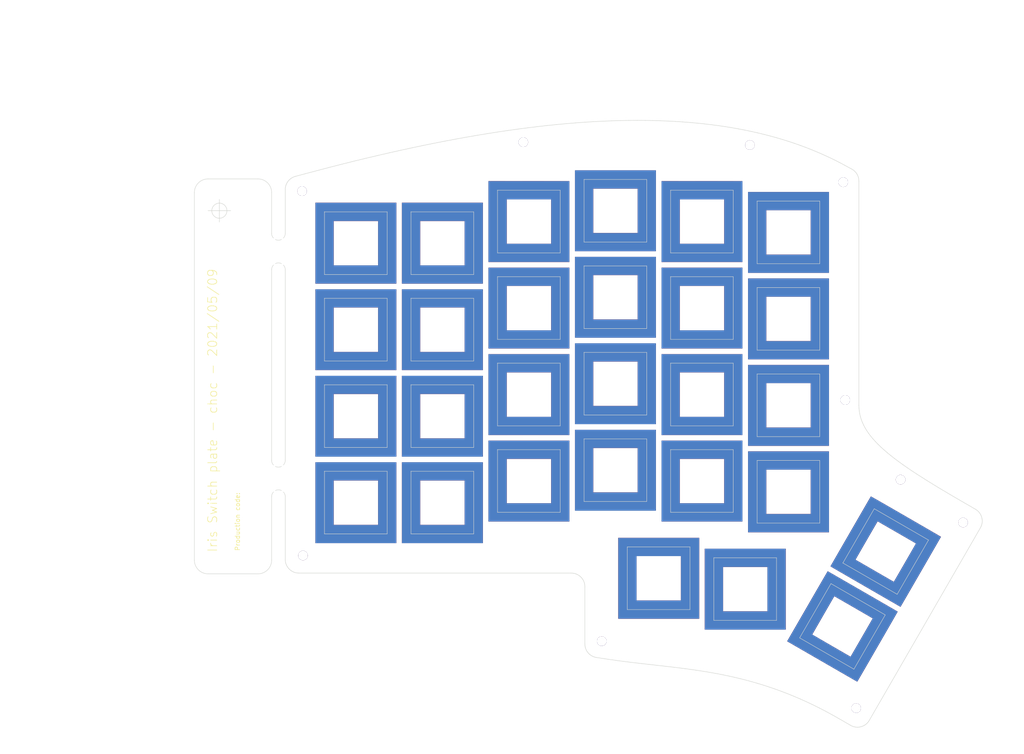
<source format=kicad_pcb>
(kicad_pcb (version 20171130) (host pcbnew "(5.1.10)-1")

  (general
    (thickness 1.6)
    (drawings 397)
    (tracks 0)
    (zones 0)
    (modules 19)
    (nets 1)
  )

  (page A4)
  (layers
    (0 F.Cu signal)
    (31 B.Cu signal)
    (32 B.Adhes user)
    (33 F.Adhes user)
    (34 B.Paste user)
    (35 F.Paste user)
    (36 B.SilkS user)
    (37 F.SilkS user)
    (38 B.Mask user)
    (39 F.Mask user)
    (40 Dwgs.User user)
    (41 Cmts.User user)
    (42 Eco1.User user)
    (43 Eco2.User user)
    (44 Edge.Cuts user)
    (45 Margin user)
    (46 B.CrtYd user)
    (47 F.CrtYd user)
    (48 B.Fab user)
    (49 F.Fab user)
  )

  (setup
    (last_trace_width 0.25)
    (trace_clearance 0.2)
    (zone_clearance 0.508)
    (zone_45_only no)
    (trace_min 0.2)
    (via_size 0.6)
    (via_drill 0.4)
    (via_min_size 0.4)
    (via_min_drill 0.3)
    (uvia_size 0.3)
    (uvia_drill 0.1)
    (uvias_allowed no)
    (uvia_min_size 0.2)
    (uvia_min_drill 0.1)
    (edge_width 0.1)
    (segment_width 0.2)
    (pcb_text_width 0.3)
    (pcb_text_size 1.5 1.5)
    (mod_edge_width 0.15)
    (mod_text_size 1 1)
    (mod_text_width 0.15)
    (pad_size 1.524 1.524)
    (pad_drill 0.762)
    (pad_to_mask_clearance 0)
    (aux_axis_origin 0 0)
    (visible_elements 7FFFFFFF)
    (pcbplotparams
      (layerselection 0x010f0_ffffffff)
      (usegerberextensions true)
      (usegerberattributes false)
      (usegerberadvancedattributes false)
      (creategerberjobfile false)
      (excludeedgelayer true)
      (linewidth 0.100000)
      (plotframeref false)
      (viasonmask false)
      (mode 1)
      (useauxorigin false)
      (hpglpennumber 1)
      (hpglpenspeed 20)
      (hpglpendiameter 15.000000)
      (psnegative false)
      (psa4output false)
      (plotreference true)
      (plotvalue true)
      (plotinvisibletext false)
      (padsonsilk false)
      (subtractmaskfromsilk false)
      (outputformat 1)
      (mirror false)
      (drillshape 0)
      (scaleselection 1)
      (outputdirectory "gerbers/fusionpcb/"))
  )

  (net 0 "")

  (net_class Default "This is the default net class."
    (clearance 0.2)
    (trace_width 0.25)
    (via_dia 0.6)
    (via_drill 0.4)
    (uvia_dia 0.3)
    (uvia_drill 0.1)
  )

  (module mouse-bites:Mouse_Bites_3.00_5.00 (layer F.Cu) (tedit 60969922) (tstamp 60984982)
    (at 58.5 104 90)
    (fp_text reference REF** (at 0 -2.5 90) (layer Cmts.User)
      (effects (font (size 1 1) (thickness 0.15)))
    )
    (fp_text value Mouse_Bites_3.00_5.00 (at 0 2.7 90) (layer F.Fab)
      (effects (font (size 1 1) (thickness 0.15)))
    )
    (fp_line (start -4 -1.5) (end 4 -1.5) (layer Cmts.User) (width 0.12))
    (fp_line (start -4 1.5) (end 4 1.5) (layer Cmts.User) (width 0.12))
    (fp_arc (start 4 0) (end 4 -1.5) (angle -180) (layer Cmts.User) (width 0.12))
    (fp_arc (start -4 0) (end -4 1.5) (angle -180) (layer Cmts.User) (width 0.12))
    (pad "" np_thru_hole circle (at -2.67 -1 90) (size 0.6 0.6) (drill 0.6) (layers *.Cu *.Mask))
    (pad "" np_thru_hole circle (at 0 -1 90) (size 0.6 0.6) (drill 0.6) (layers *.Cu *.Mask))
    (pad "" np_thru_hole circle (at -1.78 -1 90) (size 0.6 0.6) (drill 0.6) (layers *.Cu *.Mask))
    (pad "" np_thru_hole circle (at 2.67 -1 90) (size 0.6 0.6) (drill 0.6) (layers *.Cu *.Mask))
    (pad "" np_thru_hole circle (at 0.89 -1 90) (size 0.6 0.6) (drill 0.6) (layers *.Cu *.Mask))
    (pad "" np_thru_hole circle (at 1.78 -1 90) (size 0.6 0.6) (drill 0.6) (layers *.Cu *.Mask))
    (pad "" np_thru_hole circle (at -0.89 -1 90) (size 0.6 0.6) (drill 0.6) (layers *.Cu *.Mask))
    (pad "" np_thru_hole circle (at -0.89 1 90) (size 0.6 0.6) (drill 0.6) (layers *.Cu *.Mask))
    (pad "" np_thru_hole circle (at 0 1 90) (size 0.6 0.6) (drill 0.6) (layers *.Cu *.Mask))
    (pad "" np_thru_hole circle (at -2.67 1 90) (size 0.6 0.6) (drill 0.6) (layers *.Cu *.Mask))
    (pad "" np_thru_hole circle (at -1.78 1 90) (size 0.6 0.6) (drill 0.6) (layers *.Cu *.Mask))
    (pad "" np_thru_hole circle (at 1.78 1 90) (size 0.6 0.6) (drill 0.6) (layers *.Cu *.Mask))
    (pad "" np_thru_hole circle (at 0.89 1 90) (size 0.6 0.6) (drill 0.6) (layers *.Cu *.Mask))
    (pad "" np_thru_hole circle (at 2.67 1 90) (size 0.6 0.6) (drill 0.6) (layers *.Cu *.Mask))
  )

  (module mouse-bites:Mouse_Bites_3.00_5.00 (layer F.Cu) (tedit 60969922) (tstamp 609845CF)
    (at 58.5 54 90)
    (fp_text reference REF** (at 0 -2.5 90) (layer Cmts.User)
      (effects (font (size 1 1) (thickness 0.15)))
    )
    (fp_text value Mouse_Bites_3.00_5.00 (at 0 2.7 90) (layer F.Fab)
      (effects (font (size 1 1) (thickness 0.15)))
    )
    (fp_line (start -4 -1.5) (end 4 -1.5) (layer Cmts.User) (width 0.12))
    (fp_line (start -4 1.5) (end 4 1.5) (layer Cmts.User) (width 0.12))
    (fp_arc (start -4 0) (end -4 1.5) (angle -180) (layer Cmts.User) (width 0.12))
    (fp_arc (start 4 0) (end 4 -1.5) (angle -180) (layer Cmts.User) (width 0.12))
    (pad "" np_thru_hole circle (at 2.67 1 90) (size 0.6 0.6) (drill 0.6) (layers *.Cu *.Mask))
    (pad "" np_thru_hole circle (at 0.89 1 90) (size 0.6 0.6) (drill 0.6) (layers *.Cu *.Mask))
    (pad "" np_thru_hole circle (at 1.78 1 90) (size 0.6 0.6) (drill 0.6) (layers *.Cu *.Mask))
    (pad "" np_thru_hole circle (at -1.78 1 90) (size 0.6 0.6) (drill 0.6) (layers *.Cu *.Mask))
    (pad "" np_thru_hole circle (at -2.67 1 90) (size 0.6 0.6) (drill 0.6) (layers *.Cu *.Mask))
    (pad "" np_thru_hole circle (at 0 1 90) (size 0.6 0.6) (drill 0.6) (layers *.Cu *.Mask))
    (pad "" np_thru_hole circle (at -0.89 1 90) (size 0.6 0.6) (drill 0.6) (layers *.Cu *.Mask))
    (pad "" np_thru_hole circle (at -0.89 -1 90) (size 0.6 0.6) (drill 0.6) (layers *.Cu *.Mask))
    (pad "" np_thru_hole circle (at 1.78 -1 90) (size 0.6 0.6) (drill 0.6) (layers *.Cu *.Mask))
    (pad "" np_thru_hole circle (at 0.89 -1 90) (size 0.6 0.6) (drill 0.6) (layers *.Cu *.Mask))
    (pad "" np_thru_hole circle (at 2.67 -1 90) (size 0.6 0.6) (drill 0.6) (layers *.Cu *.Mask))
    (pad "" np_thru_hole circle (at -1.78 -1 90) (size 0.6 0.6) (drill 0.6) (layers *.Cu *.Mask))
    (pad "" np_thru_hole circle (at 0 -1 90) (size 0.6 0.6) (drill 0.6) (layers *.Cu *.Mask))
    (pad "" np_thru_hole circle (at -2.67 -1 90) (size 0.6 0.6) (drill 0.6) (layers *.Cu *.Mask))
  )

  (module LOGO (layer F.Cu) (tedit 0) (tstamp 0)
    (at 139.9 95)
    (fp_text reference G*** (at 0 0) (layer F.SilkS) hide
      (effects (font (size 1.524 1.524) (thickness 0.3)))
    )
    (fp_text value LOGO (at 0.75 0) (layer F.SilkS) hide
      (effects (font (size 1.524 1.524) (thickness 0.3)))
    )
    (fp_poly (pts (xy 39.552722 29.446577) (xy 39.607474 29.477689) (xy 39.695949 29.528298) (xy 39.816683 29.59756)
      (xy 39.968214 29.68463) (xy 40.149076 29.788662) (xy 40.357808 29.908811) (xy 40.592946 30.044233)
      (xy 40.853026 30.194081) (xy 41.136586 30.357511) (xy 41.442161 30.533678) (xy 41.768289 30.721737)
      (xy 42.113506 30.920842) (xy 42.476349 31.130148) (xy 42.855354 31.34881) (xy 43.249058 31.575983)
      (xy 43.655998 31.810822) (xy 44.074711 32.052482) (xy 44.503732 32.300117) (xy 44.9416 32.552883)
      (xy 45.386849 32.809934) (xy 45.838018 33.070425) (xy 46.293642 33.333511) (xy 46.752258 33.598347)
      (xy 47.212403 33.864087) (xy 47.672614 34.129887) (xy 48.131427 34.394902) (xy 48.587379 34.658285)
      (xy 49.039007 34.919193) (xy 49.484847 35.17678) (xy 49.923435 35.4302) (xy 50.353309 35.678609)
      (xy 50.773005 35.921162) (xy 51.18106 36.157013) (xy 51.576011 36.385318) (xy 51.956393 36.60523)
      (xy 52.320744 36.815906) (xy 52.667601 37.016499) (xy 52.995499 37.206165) (xy 53.302976 37.384058)
      (xy 53.588569 37.549334) (xy 53.850814 37.701147) (xy 54.088247 37.838652) (xy 54.299405 37.961004)
      (xy 54.482825 38.067358) (xy 54.637044 38.156869) (xy 54.760598 38.228691) (xy 54.852024 38.281979)
      (xy 54.909859 38.315889) (xy 54.932638 38.329574) (xy 54.932926 38.329792) (xy 54.923983 38.349429)
      (xy 54.894581 38.4044) (xy 54.845466 38.493399) (xy 54.777387 38.615122) (xy 54.69109 38.768262)
      (xy 54.587322 38.951515) (xy 54.466829 39.163574) (xy 54.33036 39.403136) (xy 54.17866 39.668894)
      (xy 54.012477 39.959543) (xy 53.832557 40.273778) (xy 53.639649 40.610294) (xy 53.434497 40.967784)
      (xy 53.21785 41.344945) (xy 52.990455 41.74047) (xy 52.753058 42.153054) (xy 52.506406 42.581392)
      (xy 52.251247 43.024178) (xy 51.988327 43.480108) (xy 51.718393 43.947875) (xy 51.683775 44.007841)
      (xy 51.407001 44.487258) (xy 51.12826 44.970083) (xy 50.848796 45.45416) (xy 50.569855 45.937333)
      (xy 50.292683 46.417444) (xy 50.018524 46.892336) (xy 49.748624 47.359853) (xy 49.484228 47.817837)
      (xy 49.22658 48.264132) (xy 48.976927 48.696581) (xy 48.736513 49.113026) (xy 48.506584 49.511311)
      (xy 48.288384 49.889279) (xy 48.08316 50.244774) (xy 47.892156 50.575637) (xy 47.716617 50.879712)
      (xy 47.557788 51.154843) (xy 47.416916 51.398872) (xy 47.295244 51.609642) (xy 47.234161 51.715458)
      (xy 47.077631 51.986247) (xy 46.926762 52.246519) (xy 46.782923 52.493951) (xy 46.647483 52.72622)
      (xy 46.52181 52.941004) (xy 46.407272 53.13598) (xy 46.305238 53.308825) (xy 46.217077 53.457217)
      (xy 46.144156 53.578833) (xy 46.087845 53.671351) (xy 46.049512 53.732448) (xy 46.030525 53.7598)
      (xy 46.028877 53.761098) (xy 46.00914 53.750462) (xy 45.953966 53.719333) (xy 45.864568 53.668409)
      (xy 45.742157 53.598387) (xy 45.587943 53.509967) (xy 45.403138 53.403846) (xy 45.188954 53.280723)
      (xy 44.946601 53.141296) (xy 44.677291 52.986263) (xy 44.382234 52.816323) (xy 44.062643 52.632174)
      (xy 43.719729 52.434513) (xy 43.354702 52.22404) (xy 42.968774 52.001452) (xy 42.563157 51.767448)
      (xy 42.139061 51.522726) (xy 41.697697 51.267984) (xy 41.240278 51.003921) (xy 40.768014 50.731235)
      (xy 40.282116 50.450623) (xy 39.783797 50.162785) (xy 39.274266 49.868418) (xy 38.754735 49.568221)
      (xy 38.428084 49.379448) (xy 37.901937 49.075371) (xy 37.384607 48.776394) (xy 36.877327 48.48323)
      (xy 36.381327 48.196591) (xy 35.897842 47.917189) (xy 35.428103 47.645736) (xy 34.973343 47.382944)
      (xy 34.534795 47.129525) (xy 34.11369 46.886192) (xy 33.711262 46.653656) (xy 33.328743 46.43263)
      (xy 32.967366 46.223825) (xy 32.628363 46.027955) (xy 32.312966 45.845731) (xy 32.022408 45.677865)
      (xy 31.757922 45.525069) (xy 31.52074 45.388056) (xy 31.312094 45.267537) (xy 31.133218 45.164225)
      (xy 30.985343 45.078833) (xy 30.869702 45.012071) (xy 30.787527 44.964652) (xy 30.740052 44.937289)
      (xy 30.728863 44.930867) (xy 30.607308 44.861701) (xy 31.46952 43.368455) (xy 36.127134 43.368455)
      (xy 36.144758 43.380334) (xy 36.197057 43.412263) (xy 36.282063 43.463099) (xy 36.397805 43.531697)
      (xy 36.542315 43.616913) (xy 36.713622 43.717604) (xy 36.909756 43.832624) (xy 37.128748 43.960831)
      (xy 37.368629 44.10108) (xy 37.627428 44.252226) (xy 37.903176 44.413127) (xy 38.193904 44.582637)
      (xy 38.497641 44.759613) (xy 38.812418 44.94291) (xy 39.136265 45.131385) (xy 39.467213 45.323894)
      (xy 39.803292 45.519292) (xy 40.142533 45.716435) (xy 40.482964 45.91418) (xy 40.822618 46.111382)
      (xy 41.159524 46.306897) (xy 41.491713 46.499582) (xy 41.817214 46.688291) (xy 42.134059 46.871881)
      (xy 42.440277 47.049208) (xy 42.7339 47.219128) (xy 43.012956 47.380497) (xy 43.275478 47.53217)
      (xy 43.519494 47.673004) (xy 43.743035 47.801854) (xy 43.944132 47.917577) (xy 44.120815 48.019029)
      (xy 44.271114 48.105064) (xy 44.39306 48.17454) (xy 44.484683 48.226312) (xy 44.544013 48.259237)
      (xy 44.56908 48.272169) (xy 44.569776 48.272308) (xy 44.580515 48.254084) (xy 44.611481 48.200814)
      (xy 44.661737 48.114116) (xy 44.730349 47.995609) (xy 44.816381 47.846911) (xy 44.918898 47.669641)
      (xy 45.036964 47.465418) (xy 45.169645 47.235861) (xy 45.316006 46.982586) (xy 45.47511 46.707215)
      (xy 45.646023 46.411364) (xy 45.827809 46.096652) (xy 46.019533 45.764699) (xy 46.22026 45.417122)
      (xy 46.429054 45.055541) (xy 46.644981 44.681573) (xy 46.867105 44.296837) (xy 47.009235 44.050639)
      (xy 47.234799 43.659846) (xy 47.454723 43.27871) (xy 47.668072 42.908855) (xy 47.873911 42.551906)
      (xy 48.071307 42.209486) (xy 48.259324 41.883219) (xy 48.437027 41.57473) (xy 48.603484 41.285643)
      (xy 48.757758 41.017582) (xy 48.898915 40.772171) (xy 49.026021 40.551034) (xy 49.138142 40.355795)
      (xy 49.234342 40.188078) (xy 49.313687 40.049507) (xy 49.375243 39.941707) (xy 49.418075 39.866302)
      (xy 49.441248 39.824915) (xy 49.445334 39.817046) (xy 49.427334 39.805508) (xy 49.374649 39.773984)
      (xy 49.289248 39.723613) (xy 49.173104 39.655534) (xy 49.028185 39.570887) (xy 48.856464 39.470809)
      (xy 48.65991 39.356441) (xy 48.440494 39.228922) (xy 48.200187 39.089389) (xy 47.94096 38.938983)
      (xy 47.664782 38.778843) (xy 47.373625 38.610107) (xy 47.06946 38.433914) (xy 46.754256 38.251404)
      (xy 46.429985 38.063716) (xy 46.098617 37.871988) (xy 45.762122 37.67736) (xy 45.422473 37.480971)
      (xy 45.081638 37.283959) (xy 44.741589 37.087464) (xy 44.404296 36.892626) (xy 44.07173 36.700582)
      (xy 43.745861 36.512471) (xy 43.428661 36.329434) (xy 43.1221 36.152609) (xy 42.828148 35.983135)
      (xy 42.548775 35.822151) (xy 42.285954 35.670796) (xy 42.041654 35.530209) (xy 41.817846 35.40153)
      (xy 41.6165 35.285897) (xy 41.439588 35.184449) (xy 41.289079 35.098325) (xy 41.166945 35.028665)
      (xy 41.075156 34.976607) (xy 41.015682 34.94329) (xy 40.990495 34.929854) (xy 40.98975 34.92964)
      (xy 40.977155 34.9507) (xy 40.944648 35.006361) (xy 40.89337 35.094641) (xy 40.824462 35.213561)
      (xy 40.739066 35.361142) (xy 40.638321 35.535403) (xy 40.523369 35.734364) (xy 40.39535 35.956045)
      (xy 40.255406 36.198467) (xy 40.104678 36.45965) (xy 39.944305 36.737613) (xy 39.77543 37.030377)
      (xy 39.599193 37.335962) (xy 39.416734 37.652387) (xy 39.229195 37.977674) (xy 39.037717 38.309842)
      (xy 38.84344 38.646911) (xy 38.647505 38.986901) (xy 38.451053 39.327832) (xy 38.255226 39.667725)
      (xy 38.061163 40.0046) (xy 37.870006 40.336475) (xy 37.682896 40.661373) (xy 37.500973 40.977312)
      (xy 37.325379 41.282314) (xy 37.157253 41.574397) (xy 36.997738 41.851582) (xy 36.847974 42.111889)
      (xy 36.709102 42.353338) (xy 36.582262 42.57395) (xy 36.468596 42.771744) (xy 36.369244 42.94474)
      (xy 36.285348 43.090959) (xy 36.218048 43.20842) (xy 36.168484 43.295144) (xy 36.137799 43.349151)
      (xy 36.127134 43.368455) (xy 31.46952 43.368455) (xy 35.061852 37.146975) (xy 35.367796 36.617194)
      (xy 35.668421 36.096774) (xy 35.963034 35.586911) (xy 36.250943 35.0888) (xy 36.531452 34.603638)
      (xy 36.803869 34.13262) (xy 37.0675 33.676943) (xy 37.321652 33.237802) (xy 37.565631 32.816393)
      (xy 37.798745 32.413912) (xy 38.020299 32.031555) (xy 38.229599 31.670518) (xy 38.425954 31.331997)
      (xy 38.608668 31.017188) (xy 38.777049 30.727287) (xy 38.930404 30.463489) (xy 39.068038 30.226991)
      (xy 39.189258 30.018989) (xy 39.293371 29.840677) (xy 39.379684 29.693254) (xy 39.447502 29.577913)
      (xy 39.496133 29.495852) (xy 39.524883 29.448265) (xy 39.533156 29.435808) (xy 39.552722 29.446577)) (layer B.Cu) (width 0.01))
    (fp_poly (pts (xy 30.2895 42.291) (xy 12.467167 42.291) (xy 12.467167 28.490333) (xy 16.488834 28.490333)
      (xy 16.488834 38.269333) (xy 26.267834 38.269333) (xy 26.267834 28.490333) (xy 16.488834 28.490333)
      (xy 12.467167 28.490333) (xy 12.467167 24.468666) (xy 30.2895 24.468666) (xy 30.2895 42.291)) (layer B.Cu) (width 0.01))
    (fp_poly (pts (xy 11.2395 39.899166) (xy -6.582833 39.899166) (xy -6.582833 26.0985) (xy -2.561166 26.0985)
      (xy -2.561166 35.8775) (xy 7.217834 35.8775) (xy 7.217834 26.0985) (xy -2.561166 26.0985)
      (xy -6.582833 26.0985) (xy -6.582833 22.076833) (xy 11.2395 22.076833) (xy 11.2395 39.899166)) (layer B.Cu) (width 0.01))
    (fp_poly (pts (xy 49.058085 12.959158) (xy 49.113036 12.988301) (xy 49.201666 13.037014) (xy 49.322514 13.104453)
      (xy 49.474121 13.189776) (xy 49.655026 13.292138) (xy 49.863771 13.410697) (xy 50.098895 13.544608)
      (xy 50.358939 13.693029) (xy 50.642442 13.855115) (xy 50.947946 14.030025) (xy 51.273991 14.216913)
      (xy 51.619116 14.414937) (xy 51.981862 14.623253) (xy 52.36077 14.841017) (xy 52.754379 15.067387)
      (xy 53.16123 15.301519) (xy 53.579864 15.542569) (xy 54.00882 15.789695) (xy 54.446638 16.042051)
      (xy 54.89186 16.298796) (xy 55.343025 16.559085) (xy 55.798674 16.822076) (xy 56.257346 17.086924)
      (xy 56.717583 17.352787) (xy 57.177924 17.61882) (xy 57.63691 17.884181) (xy 58.09308 18.148026)
      (xy 58.544976 18.409511) (xy 58.991138 18.667794) (xy 59.430105 18.92203) (xy 59.860419 19.171376)
      (xy 60.280619 19.414989) (xy 60.689245 19.652025) (xy 61.084839 19.881642) (xy 61.465939 20.102994)
      (xy 61.831087 20.31524) (xy 62.178823 20.517535) (xy 62.507687 20.709036) (xy 62.81622 20.8889)
      (xy 63.102961 21.056283) (xy 63.366451 21.210342) (xy 63.60523 21.350233) (xy 63.817838 21.475113)
      (xy 64.002816 21.584139) (xy 64.158704 21.676467) (xy 64.284043 21.751253) (xy 64.377372 21.807654)
      (xy 64.437232 21.844827) (xy 64.462163 21.861928) (xy 64.46282 21.862901) (xy 64.451074 21.884373)
      (xy 64.419046 21.940914) (xy 64.36758 22.031063) (xy 64.29752 22.153359) (xy 64.209708 22.306343)
      (xy 64.104989 22.488554) (xy 63.984205 22.698532) (xy 63.848201 22.934816) (xy 63.697819 23.195946)
      (xy 63.533904 23.480462) (xy 63.357299 23.786902) (xy 63.168846 24.113808) (xy 62.969391 24.459718)
      (xy 62.759775 24.823173) (xy 62.540843 25.202711) (xy 62.313439 25.596872) (xy 62.078404 26.004197)
      (xy 61.836584 26.423224) (xy 61.588822 26.852494) (xy 61.33596 27.290546) (xy 61.078843 27.735919)
      (xy 60.818314 28.187153) (xy 60.555216 28.642788) (xy 60.290394 29.101364) (xy 60.024689 29.56142)
      (xy 59.758947 30.021496) (xy 59.49401 30.480131) (xy 59.230722 30.935865) (xy 58.969926 31.387238)
      (xy 58.712466 31.832789) (xy 58.459185 32.271058) (xy 58.210927 32.700585) (xy 57.968535 33.119909)
      (xy 57.732853 33.527569) (xy 57.504724 33.922107) (xy 57.284992 34.30206) (xy 57.0745 34.665969)
      (xy 56.874092 35.012374) (xy 56.68461 35.339813) (xy 56.506899 35.646827) (xy 56.341803 35.931956)
      (xy 56.190163 36.193738) (xy 56.052825 36.430714) (xy 55.930632 36.641424) (xy 55.824426 36.824406)
      (xy 55.735051 36.9782) (xy 55.663352 37.101347) (xy 55.610171 37.192386) (xy 55.576352 37.249856)
      (xy 55.562738 37.272296) (xy 55.5625 37.272566) (xy 55.543641 37.261999) (xy 55.489329 37.23094)
      (xy 55.400763 37.180081) (xy 55.279142 37.110113) (xy 55.125664 37.021729) (xy 54.941528 36.91562)
      (xy 54.727933 36.792479) (xy 54.486078 36.652997) (xy 54.217162 36.497867) (xy 53.922382 36.32778)
      (xy 53.602939 36.143428) (xy 53.26003 35.945503) (xy 52.894855 35.734698) (xy 52.508612 35.511704)
      (xy 52.1025 35.277213) (xy 51.677718 35.031917) (xy 51.235464 34.776508) (xy 50.776938 34.511679)
      (xy 50.303337 34.23812) (xy 49.815862 33.956524) (xy 49.31571 33.667583) (xy 48.80408 33.371988)
      (xy 48.282171 33.070433) (xy 47.84725 32.819121) (xy 47.317866 32.51317) (xy 46.797843 32.212536)
      (xy 46.288377 31.917914) (xy 45.790664 31.629999) (xy 45.3059 31.349484) (xy 44.835283 31.077065)
      (xy 44.380007 30.813435) (xy 43.94127 30.559289) (xy 43.520269 30.315322) (xy 43.118198 30.082227)
      (xy 42.736255 29.860699) (xy 42.375637 29.651433) (xy 42.037538 29.455123) (xy 41.723156 29.272463)
      (xy 41.433687 29.104148) (xy 41.170328 28.950872) (xy 40.934274 28.813329) (xy 40.726722 28.692215)
      (xy 40.548869 28.588222) (xy 40.401911 28.502047) (xy 40.287043 28.434382) (xy 40.205463 28.385923)
      (xy 40.158367 28.357364) (xy 40.146319 28.349279) (xy 40.157103 28.329629) (xy 40.188227 28.274792)
      (xy 40.238848 28.186232) (xy 40.30812 28.065413) (xy 40.395198 27.913798) (xy 40.499236 27.732851)
      (xy 40.619389 27.524035) (xy 40.754812 27.288815) (xy 40.904661 27.028654) (xy 40.979753 26.898326)
      (xy 45.649544 26.898326) (xy 45.669238 26.909445) (xy 45.723946 26.940824) (xy 45.812037 26.991523)
      (xy 45.931884 27.060601) (xy 46.081857 27.147117) (xy 46.260329 27.25013) (xy 46.465669 27.368698)
      (xy 46.69625 27.501882) (xy 46.950443 27.648739) (xy 47.226619 27.808329) (xy 47.523149 27.97971)
      (xy 47.838406 28.161943) (xy 48.170759 28.354085) (xy 48.518581 28.555195) (xy 48.880242 28.764334)
      (xy 49.254115 28.980559) (xy 49.638569 29.20293) (xy 49.868667 29.336031) (xy 50.258529 29.561499)
      (xy 50.638767 29.781287) (xy 51.007753 29.994458) (xy 51.363858 30.200075) (xy 51.705455 30.397202)
      (xy 52.030915 30.584902) (xy 52.338611 30.762239) (xy 52.626915 30.928277) (xy 52.894198 31.082078)
      (xy 53.138833 31.222707) (xy 53.359191 31.349226) (xy 53.553645 31.460699) (xy 53.720566 31.55619)
      (xy 53.858327 31.634762) (xy 53.965299 31.695479) (xy 54.039854 31.737403) (xy 54.080365 31.759599)
      (xy 54.087638 31.763062) (xy 54.099681 31.744668) (xy 54.131926 31.691219) (xy 54.183431 31.604335)
      (xy 54.253255 31.485638) (xy 54.340457 31.336747) (xy 54.444095 31.159284) (xy 54.563227 30.954867)
      (xy 54.696914 30.725119) (xy 54.844212 30.471658) (xy 55.004181 30.196107) (xy 55.175879 29.900084)
      (xy 55.358365 29.585212) (xy 55.550698 29.253109) (xy 55.751935 28.905397) (xy 55.961137 28.543696)
      (xy 56.17736 28.169626) (xy 56.399665 27.784808) (xy 56.540388 27.541095) (xy 56.776785 27.131397)
      (xy 57.005587 26.734434) (xy 57.225957 26.351676) (xy 57.437057 25.984589) (xy 57.63805 25.634642)
      (xy 57.828099 25.303301) (xy 58.006366 24.992035) (xy 58.172014 24.702312) (xy 58.324207 24.435599)
      (xy 58.462106 24.193363) (xy 58.584874 23.977074) (xy 58.691675 23.788197) (xy 58.78167 23.628202)
      (xy 58.854024 23.498555) (xy 58.907897 23.400725) (xy 58.942454 23.336179) (xy 58.956856 23.306385)
      (xy 58.957166 23.304473) (xy 58.937269 23.292238) (xy 58.882739 23.260049) (xy 58.795554 23.209047)
      (xy 58.677692 23.140373) (xy 58.531131 23.055171) (xy 58.35785 22.954583) (xy 58.159827 22.83975)
      (xy 57.93904 22.711814) (xy 57.697466 22.571919) (xy 57.437085 22.421205) (xy 57.159874 22.260816)
      (xy 56.867812 22.091893) (xy 56.562876 21.915579) (xy 56.247045 21.733015) (xy 55.922296 21.545344)
      (xy 55.590609 21.353708) (xy 55.253961 21.159249) (xy 54.91433 20.963109) (xy 54.573695 20.766431)
      (xy 54.234034 20.570356) (xy 53.897324 20.376027) (xy 53.565544 20.184586) (xy 53.240672 19.997175)
      (xy 52.924687 19.814936) (xy 52.619566 19.639012) (xy 52.327287 19.470543) (xy 52.049829 19.310674)
      (xy 51.78917 19.160545) (xy 51.547288 19.021299) (xy 51.326161 18.894079) (xy 51.127767 18.780025)
      (xy 50.954085 18.680281) (xy 50.807092 18.595989) (xy 50.688767 18.52829) (xy 50.601087 18.478327)
      (xy 50.546032 18.447242) (xy 50.525579 18.436177) (xy 50.525518 18.436166) (xy 50.513403 18.454173)
      (xy 50.481389 18.506878) (xy 50.430614 18.592312) (xy 50.362212 18.708503) (xy 50.277319 18.85348)
      (xy 50.177072 19.025272) (xy 50.062605 19.221909) (xy 49.935054 19.441418) (xy 49.795556 19.68183)
      (xy 49.645245 19.941173) (xy 49.485258 20.217477) (xy 49.31673 20.50877) (xy 49.140797 20.813081)
      (xy 48.958594 21.12844) (xy 48.771258 21.452875) (xy 48.579923 21.784415) (xy 48.385726 22.12109)
      (xy 48.189803 22.460928) (xy 47.993288 22.801959) (xy 47.797319 23.142212) (xy 47.603029 23.479715)
      (xy 47.411556 23.812497) (xy 47.224034 24.138589) (xy 47.0416 24.456017) (xy 46.86539 24.762813)
      (xy 46.696538 25.057004) (xy 46.53618 25.33662) (xy 46.385453 25.59969) (xy 46.245492 25.844242)
      (xy 46.117432 26.068307) (xy 46.00241 26.269912) (xy 45.901561 26.447087) (xy 45.816021 26.597861)
      (xy 45.746925 26.720262) (xy 45.695409 26.812321) (xy 45.662609 26.872065) (xy 45.64966 26.897525)
      (xy 45.649544 26.898326) (xy 40.979753 26.898326) (xy 41.068089 26.745015) (xy 41.244252 26.439362)
      (xy 41.432305 26.113159) (xy 41.631402 25.76787) (xy 41.840698 25.404958) (xy 42.059348 25.025886)
      (xy 42.286506 24.632119) (xy 42.521329 24.225121) (xy 42.76297 23.806354) (xy 43.010584 23.377282)
      (xy 43.263326 22.93937) (xy 43.520351 22.49408) (xy 43.780813 22.042876) (xy 44.043869 21.587223)
      (xy 44.308671 21.128583) (xy 44.574376 20.668421) (xy 44.840138 20.2082) (xy 45.105112 19.749383)
      (xy 45.368452 19.293435) (xy 45.629314 18.841818) (xy 45.886852 18.395997) (xy 46.140222 17.957436)
      (xy 46.388577 17.527597) (xy 46.631073 17.107945) (xy 46.866865 16.699943) (xy 47.095107 16.305055)
      (xy 47.314955 15.924744) (xy 47.525562 15.560475) (xy 47.726085 15.213711) (xy 47.915677 14.885915)
      (xy 48.093494 14.578551) (xy 48.25869 14.293083) (xy 48.41042 14.030974) (xy 48.54784 13.793688)
      (xy 48.670103 13.582689) (xy 48.776365 13.399441) (xy 48.865781 13.245407) (xy 48.937505 13.12205)
      (xy 48.990692 13.030835) (xy 49.024497 12.973224) (xy 49.038075 12.950683) (xy 49.038271 12.950429)
      (xy 49.058085 12.959158)) (layer B.Cu) (width 0.01))
    (fp_poly (pts (xy -55.4355 23.241) (xy -73.257833 23.241) (xy -73.257833 9.440333) (xy -69.236166 9.440333)
      (xy -69.236166 19.219333) (xy -59.457166 19.219333) (xy -59.457166 9.440333) (xy -69.236166 9.440333)
      (xy -73.257833 9.440333) (xy -73.257833 5.418666) (xy -55.4355 5.418666) (xy -55.4355 23.241)) (layer B.Cu) (width 0.01))
    (fp_poly (pts (xy -36.3855 23.241) (xy -54.207833 23.241) (xy -54.207833 9.440333) (xy -50.186166 9.440333)
      (xy -50.186166 19.219333) (xy -40.407166 19.219333) (xy -40.407166 9.440333) (xy -50.186166 9.440333)
      (xy -54.207833 9.440333) (xy -54.207833 5.418666) (xy -36.3855 5.418666) (xy -36.3855 23.241)) (layer B.Cu) (width 0.01))
    (fp_poly (pts (xy 39.8145 20.849166) (xy 21.992167 20.849166) (xy 21.992167 7.0485) (xy 26.013834 7.0485)
      (xy 26.013834 16.8275) (xy 35.792834 16.8275) (xy 35.792834 7.0485) (xy 26.013834 7.0485)
      (xy 21.992167 7.0485) (xy 21.992167 3.026833) (xy 39.8145 3.026833) (xy 39.8145 20.849166)) (layer B.Cu) (width 0.01))
    (fp_poly (pts (xy -17.3355 18.4785) (xy -35.157833 18.4785) (xy -35.157833 4.677833) (xy -31.136166 4.677833)
      (xy -31.136166 14.456833) (xy -21.357166 14.456833) (xy -21.357166 4.677833) (xy -31.136166 4.677833)
      (xy -35.157833 4.677833) (xy -35.157833 0.656166) (xy -17.3355 0.656166) (xy -17.3355 18.4785)) (layer B.Cu) (width 0.01))
    (fp_poly (pts (xy 20.7645 18.4785) (xy 2.942167 18.4785) (xy 2.942167 4.677833) (xy 6.963834 4.677833)
      (xy 6.963834 14.456833) (xy 16.742834 14.456833) (xy 16.742834 4.677833) (xy 6.963834 4.677833)
      (xy 2.942167 4.677833) (xy 2.942167 0.656166) (xy 20.7645 0.656166) (xy 20.7645 18.4785)) (layer B.Cu) (width 0.01))
    (fp_poly (pts (xy 1.7145 16.086666) (xy -16.107833 16.086666) (xy -16.107833 2.286) (xy -12.086166 2.286)
      (xy -12.086166 12.065) (xy -2.307166 12.065) (xy -2.307166 2.286) (xy -12.086166 2.286)
      (xy -16.107833 2.286) (xy -16.107833 -1.735667) (xy 1.7145 -1.735667) (xy 1.7145 16.086666)) (layer B.Cu) (width 0.01))
    (fp_poly (pts (xy -55.4355 4.191) (xy -73.257833 4.191) (xy -73.257833 -9.609667) (xy -69.236166 -9.609667)
      (xy -69.236166 0.169333) (xy -59.457166 0.169333) (xy -59.457166 -9.609667) (xy -69.236166 -9.609667)
      (xy -73.257833 -9.609667) (xy -73.257833 -13.631334) (xy -55.4355 -13.631334) (xy -55.4355 4.191)) (layer B.Cu) (width 0.01))
    (fp_poly (pts (xy -36.3855 4.191) (xy -54.207833 4.191) (xy -54.207833 -9.609667) (xy -50.186166 -9.609667)
      (xy -50.186166 0.169333) (xy -40.407166 0.169333) (xy -40.407166 -9.609667) (xy -50.186166 -9.609667)
      (xy -54.207833 -9.609667) (xy -54.207833 -13.631334) (xy -36.3855 -13.631334) (xy -36.3855 4.191)) (layer B.Cu) (width 0.01))
    (fp_poly (pts (xy 39.8145 1.799166) (xy 21.992167 1.799166) (xy 21.992167 -12.0015) (xy 26.013834 -12.0015)
      (xy 26.013834 -2.2225) (xy 35.792834 -2.2225) (xy 35.792834 -12.0015) (xy 26.013834 -12.0015)
      (xy 21.992167 -12.0015) (xy 21.992167 -16.023167) (xy 39.8145 -16.023167) (xy 39.8145 1.799166)) (layer B.Cu) (width 0.01))
    (fp_poly (pts (xy -17.3355 -0.5715) (xy -35.157833 -0.5715) (xy -35.157833 -14.372167) (xy -31.136166 -14.372167)
      (xy -31.136166 -4.593167) (xy -21.357166 -4.593167) (xy -21.357166 -14.372167) (xy -31.136166 -14.372167)
      (xy -35.157833 -14.372167) (xy -35.157833 -18.393834) (xy -17.3355 -18.393834) (xy -17.3355 -0.5715)) (layer B.Cu) (width 0.01))
    (fp_poly (pts (xy 20.7645 -0.5715) (xy 2.942167 -0.5715) (xy 2.942167 -14.372167) (xy 6.963834 -14.372167)
      (xy 6.963834 -4.593167) (xy 16.742834 -4.593167) (xy 16.742834 -14.372167) (xy 6.963834 -14.372167)
      (xy 2.942167 -14.372167) (xy 2.942167 -18.393834) (xy 20.7645 -18.393834) (xy 20.7645 -0.5715)) (layer B.Cu) (width 0.01))
    (fp_poly (pts (xy 1.7145 -2.963334) (xy -16.107833 -2.963334) (xy -16.107833 -16.764) (xy -12.086166 -16.764)
      (xy -12.086166 -6.985) (xy -2.307166 -6.985) (xy -2.307166 -16.764) (xy -12.086166 -16.764)
      (xy -16.107833 -16.764) (xy -16.107833 -20.785667) (xy 1.7145 -20.785667) (xy 1.7145 -2.963334)) (layer B.Cu) (width 0.01))
    (fp_poly (pts (xy -55.4355 -14.880167) (xy -73.257833 -14.880167) (xy -73.257833 -28.680834) (xy -69.236166 -28.680834)
      (xy -69.236166 -18.880667) (xy -59.457166 -18.880667) (xy -59.457166 -28.680834) (xy -69.236166 -28.680834)
      (xy -73.257833 -28.680834) (xy -73.257833 -32.681334) (xy -55.4355 -32.681334) (xy -55.4355 -14.880167)) (layer B.Cu) (width 0.01))
    (fp_poly (pts (xy -36.3855 -14.880167) (xy -54.207833 -14.880167) (xy -54.207833 -28.680834) (xy -50.186166 -28.680834)
      (xy -50.186166 -18.880667) (xy -40.407166 -18.880667) (xy -40.407166 -28.680834) (xy -50.186166 -28.680834)
      (xy -54.207833 -28.680834) (xy -54.207833 -32.681334) (xy -36.3855 -32.681334) (xy -36.3855 -14.880167)) (layer B.Cu) (width 0.01))
    (fp_poly (pts (xy 39.8145 -17.250834) (xy 21.992167 -17.250834) (xy 21.992167 -31.0515) (xy 26.013834 -31.0515)
      (xy 26.013834 -21.2725) (xy 35.792834 -21.2725) (xy 35.792834 -31.0515) (xy 26.013834 -31.0515)
      (xy 21.992167 -31.0515) (xy 21.992167 -35.073167) (xy 39.8145 -35.073167) (xy 39.8145 -17.250834)) (layer B.Cu) (width 0.01))
    (fp_poly (pts (xy -17.3355 -19.642667) (xy -35.157833 -19.642667) (xy -35.157833 -33.443334) (xy -31.136166 -33.443334)
      (xy -31.136166 -23.643167) (xy -21.357166 -23.643167) (xy -21.357166 -33.443334) (xy -31.136166 -33.443334)
      (xy -35.157833 -33.443334) (xy -35.157833 -37.443834) (xy -17.3355 -37.443834) (xy -17.3355 -19.642667)) (layer B.Cu) (width 0.01))
    (fp_poly (pts (xy 20.7645 -19.642667) (xy 2.942167 -19.642667) (xy 2.942167 -33.443334) (xy 6.963834 -33.443334)
      (xy 6.963834 -23.643167) (xy 16.742834 -23.643167) (xy 16.742834 -33.443334) (xy 6.963834 -33.443334)
      (xy 2.942167 -33.443334) (xy 2.942167 -37.443834) (xy 20.7645 -37.443834) (xy 20.7645 -19.642667)) (layer B.Cu) (width 0.01))
    (fp_poly (pts (xy 1.7145 -22.013334) (xy -16.107833 -22.013334) (xy -16.107833 -35.814) (xy -12.086166 -35.814)
      (xy -12.086166 -26.035) (xy -2.307166 -26.035) (xy -2.307166 -35.814) (xy -12.086166 -35.814)
      (xy -16.107833 -35.814) (xy -16.107833 -39.835667) (xy 1.7145 -39.835667) (xy 1.7145 -22.013334)) (layer B.Cu) (width 0.01))
    (fp_poly (pts (xy -55.4355 -33.930167) (xy -73.257833 -33.930167) (xy -73.257833 -47.730834) (xy -69.236166 -47.730834)
      (xy -69.236166 -37.951834) (xy -59.457166 -37.951834) (xy -59.457166 -47.730834) (xy -69.236166 -47.730834)
      (xy -73.257833 -47.730834) (xy -73.257833 -51.7525) (xy -55.4355 -51.7525) (xy -55.4355 -33.930167)) (layer B.Cu) (width 0.01))
    (fp_poly (pts (xy -36.3855 -33.930167) (xy -54.207833 -33.930167) (xy -54.207833 -47.730834) (xy -50.186166 -47.730834)
      (xy -50.186166 -37.951834) (xy -40.407166 -37.951834) (xy -40.407166 -47.730834) (xy -50.186166 -47.730834)
      (xy -54.207833 -47.730834) (xy -54.207833 -51.7525) (xy -36.3855 -51.7525) (xy -36.3855 -33.930167)) (layer B.Cu) (width 0.01))
    (fp_poly (pts (xy 39.8145 -36.300834) (xy 21.992167 -36.300834) (xy 21.992167 -50.1015) (xy 26.013834 -50.1015)
      (xy 26.013834 -40.3225) (xy 35.792834 -40.3225) (xy 35.792834 -50.1015) (xy 26.013834 -50.1015)
      (xy 21.992167 -50.1015) (xy 21.992167 -54.123167) (xy 39.8145 -54.123167) (xy 39.8145 -36.300834)) (layer B.Cu) (width 0.01))
    (fp_poly (pts (xy -17.3355 -38.692667) (xy -35.157833 -38.692667) (xy -35.157833 -52.493334) (xy -31.136166 -52.493334)
      (xy -31.136166 -42.714334) (xy -21.357166 -42.714334) (xy -21.357166 -52.493334) (xy -31.136166 -52.493334)
      (xy -35.157833 -52.493334) (xy -35.157833 -56.515) (xy -17.3355 -56.515) (xy -17.3355 -38.692667)) (layer B.Cu) (width 0.01))
    (fp_poly (pts (xy 20.7645 -38.692667) (xy 2.942167 -38.692667) (xy 2.942167 -52.493334) (xy 6.963834 -52.493334)
      (xy 6.963834 -42.714334) (xy 16.742834 -42.714334) (xy 16.742834 -52.493334) (xy 6.963834 -52.493334)
      (xy 2.942167 -52.493334) (xy 2.942167 -56.515) (xy 20.7645 -56.515) (xy 20.7645 -38.692667)) (layer B.Cu) (width 0.01))
    (fp_poly (pts (xy 1.7145 -41.063334) (xy -16.107833 -41.063334) (xy -16.107833 -54.864) (xy -12.086166 -54.864)
      (xy -12.086166 -45.085) (xy -2.307166 -45.085) (xy -2.307166 -54.864) (xy -12.086166 -54.864)
      (xy -16.107833 -54.864) (xy -16.107833 -58.885667) (xy 1.7145 -58.885667) (xy 1.7145 -41.063334)) (layer B.Cu) (width 0.01))
  )

  (module LOGO (layer F.Cu) (tedit 0) (tstamp 0)
    (at 139.9 95)
    (fp_text reference G*** (at 0 0) (layer F.SilkS) hide
      (effects (font (size 1.524 1.524) (thickness 0.3)))
    )
    (fp_text value LOGO (at 0.75 0) (layer F.SilkS) hide
      (effects (font (size 1.524 1.524) (thickness 0.3)))
    )
    (fp_poly (pts (xy 39.897255 30.820582) (xy 39.951525 30.850144) (xy 40.039333 30.89912) (xy 40.159129 30.966616)
      (xy 40.30936 31.051737) (xy 40.488476 31.15359) (xy 40.694925 31.271279) (xy 40.927157 31.403912)
      (xy 41.18362 31.550592) (xy 41.462762 31.710426) (xy 41.763033 31.882519) (xy 42.082881 32.065978)
      (xy 42.420755 32.259908) (xy 42.775104 32.463414) (xy 43.144377 32.675602) (xy 43.527022 32.895578)
      (xy 43.921488 33.122447) (xy 44.326224 33.355316) (xy 44.739679 33.593289) (xy 45.160301 33.835473)
      (xy 45.58654 34.080972) (xy 46.016843 34.328894) (xy 46.44966 34.578343) (xy 46.88344 34.828425)
      (xy 47.316631 35.078245) (xy 47.747682 35.32691) (xy 48.175042 35.573526) (xy 48.59716 35.817196)
      (xy 49.012484 36.057028) (xy 49.419464 36.292127) (xy 49.816547 36.521599) (xy 50.202183 36.744549)
      (xy 50.57482 36.960083) (xy 50.932908 37.167307) (xy 51.274895 37.365326) (xy 51.599229 37.553246)
      (xy 51.90436 37.730173) (xy 52.188737 37.895212) (xy 52.450808 38.047468) (xy 52.689021 38.186049)
      (xy 52.901826 38.310058) (xy 53.087672 38.418603) (xy 53.245007 38.510788) (xy 53.37228 38.585719)
      (xy 53.467939 38.642503) (xy 53.530434 38.680243) (xy 53.558214 38.698047) (xy 53.559505 38.699189)
      (xy 53.552145 38.717809) (xy 53.526233 38.768262) (xy 53.481625 38.850797) (xy 53.41818 38.965662)
      (xy 53.335756 39.113105) (xy 53.234212 39.293374) (xy 53.113405 39.506717) (xy 52.973194 39.753383)
      (xy 52.813436 40.033618) (xy 52.63399 40.347672) (xy 52.434714 40.695793) (xy 52.215466 41.078228)
      (xy 51.976103 41.495225) (xy 51.716484 41.947034) (xy 51.436468 42.433901) (xy 51.135912 42.956075)
      (xy 50.814673 43.513804) (xy 50.472612 44.107337) (xy 50.109584 44.73692) (xy 49.725449 45.402803)
      (xy 49.645593 45.541195) (xy 49.358227 46.039145) (xy 49.076183 46.527792) (xy 48.800201 47.005855)
      (xy 48.53102 47.472056) (xy 48.269382 47.925114) (xy 48.016024 48.363751) (xy 47.771689 48.786687)
      (xy 47.537115 49.192643) (xy 47.313043 49.580338) (xy 47.100213 49.948495) (xy 46.899364 50.295833)
      (xy 46.711236 50.621073) (xy 46.536571 50.922936) (xy 46.376106 51.200142) (xy 46.230583 51.451412)
      (xy 46.100742 51.675466) (xy 45.987322 51.871025) (xy 45.891063 52.03681) (xy 45.812706 52.171541)
      (xy 45.75299 52.273938) (xy 45.712655 52.342723) (xy 45.692442 52.376616) (xy 45.690172 52.380102)
      (xy 45.678183 52.376681) (xy 45.646136 52.36148) (xy 45.593289 52.334075) (xy 45.5189 52.29404)
      (xy 45.422227 52.240952) (xy 45.302526 52.174386) (xy 45.159058 52.093917) (xy 44.991078 51.999122)
      (xy 44.797846 51.889575) (xy 44.578619 51.764852) (xy 44.332654 51.624529) (xy 44.05921 51.468181)
      (xy 43.757545 51.295384) (xy 43.426917 51.105714) (xy 43.066583 50.898745) (xy 42.675801 50.674054)
      (xy 42.253829 50.431216) (xy 41.799925 50.169806) (xy 41.313348 49.889401) (xy 40.793354 49.589575)
      (xy 40.239201 49.269904) (xy 39.650149 48.929964) (xy 39.025453 48.569331) (xy 38.825171 48.453685)
      (xy 38.19379 48.089052) (xy 37.598327 47.745054) (xy 37.037998 47.421233) (xy 36.512015 47.117132)
      (xy 36.019594 46.832291) (xy 35.559949 46.566254) (xy 35.132294 46.318562) (xy 34.735844 46.088757)
      (xy 34.369814 45.876381) (xy 34.033417 45.680976) (xy 33.725868 45.502084) (xy 33.446381 45.339247)
      (xy 33.194171 45.192006) (xy 32.968453 45.059904) (xy 32.768439 44.942483) (xy 32.593346 44.839285)
      (xy 32.442388 44.749851) (xy 32.314778 44.673724) (xy 32.209732 44.610446) (xy 32.126463 44.559558)
      (xy 32.064186 44.520602) (xy 32.022115 44.493121) (xy 31.999466 44.476656) (xy 31.994776 44.471166)
      (xy 32.006137 44.45055) (xy 32.037764 44.394857) (xy 32.088761 44.305643) (xy 32.158228 44.184464)
      (xy 32.245268 44.032876) (xy 32.348982 43.852434) (xy 32.415702 43.736439) (xy 34.760656 43.736439)
      (xy 34.77819 43.749198) (xy 34.830637 43.781987) (xy 34.9162 43.833767) (xy 35.033081 43.903501)
      (xy 35.179482 43.990148) (xy 35.353605 44.092672) (xy 35.553653 44.210034) (xy 35.777826 44.341196)
      (xy 36.024328 44.48512) (xy 36.291361 44.640767) (xy 36.577126 44.807098) (xy 36.879825 44.983077)
      (xy 37.19766 45.167664) (xy 37.528834 45.359821) (xy 37.871549 45.55851) (xy 38.224007 45.762692)
      (xy 38.584409 45.97133) (xy 38.950957 46.183385) (xy 39.321855 46.397819) (xy 39.695303 46.613594)
      (xy 40.069504 46.82967) (xy 40.44266 47.045011) (xy 40.812973 47.258577) (xy 41.178645 47.469331)
      (xy 41.537878 47.676234) (xy 41.888874 47.878248) (xy 42.229835 48.074335) (xy 42.558963 48.263456)
      (xy 42.87446 48.444573) (xy 43.174529 48.616647) (xy 43.457371 48.778642) (xy 43.721189 48.929518)
      (xy 43.964183 49.068236) (xy 44.184558 49.19376) (xy 44.380513 49.30505) (xy 44.550253 49.401068)
      (xy 44.691977 49.480776) (xy 44.80389 49.543135) (xy 44.884192 49.587108) (xy 44.931086 49.611657)
      (xy 44.943309 49.616658) (xy 44.955211 49.597104) (xy 44.987412 49.542364) (xy 45.039055 49.45392)
      (xy 45.109281 49.333254) (xy 45.197233 49.181848) (xy 45.302054 49.001183) (xy 45.422886 48.792741)
      (xy 45.558871 48.558004) (xy 45.709152 48.298455) (xy 45.872871 48.015574) (xy 46.049171 47.710844)
      (xy 46.237195 47.385746) (xy 46.436084 47.041763) (xy 46.64498 46.680375) (xy 46.863028 46.303066)
      (xy 47.089368 45.911316) (xy 47.323144 45.506608) (xy 47.563497 45.090423) (xy 47.809571 44.664244)
      (xy 47.890811 44.523523) (xy 48.138382 44.094626) (xy 48.380361 43.675315) (xy 48.615898 43.267068)
      (xy 48.844144 42.87136) (xy 49.064248 42.48967) (xy 49.27536 42.123473) (xy 49.476631 41.774245)
      (xy 49.66721 41.443463) (xy 49.846247 41.132604) (xy 50.012893 40.843144) (xy 50.166297 40.57656)
      (xy 50.305609 40.334328) (xy 50.42998 40.117925) (xy 50.538559 39.928827) (xy 50.630497 39.76851)
      (xy 50.704943 39.638452) (xy 50.761048 39.540128) (xy 50.797961 39.475016) (xy 50.814833 39.444592)
      (xy 50.815856 39.442414) (xy 50.797319 39.431529) (xy 50.743612 39.400341) (xy 50.656227 39.349711)
      (xy 50.536655 39.280502) (xy 50.386389 39.193575) (xy 50.206921 39.089792) (xy 49.999742 38.970016)
      (xy 49.766345 38.835109) (xy 49.508221 38.685932) (xy 49.226863 38.523349) (xy 48.923762 38.34822)
      (xy 48.60041 38.161409) (xy 48.2583 37.963778) (xy 47.898923 37.756187) (xy 47.523771 37.539501)
      (xy 47.134336 37.31458) (xy 46.73211 37.082287) (xy 46.318585 36.843483) (xy 45.895253 36.599032)
      (xy 45.836417 36.565059) (xy 45.410403 36.319066) (xy 44.993252 36.078184) (xy 44.5865 35.843301)
      (xy 44.191683 35.615304) (xy 43.810339 35.395081) (xy 43.444003 35.18352) (xy 43.094214 34.981507)
      (xy 42.762507 34.789932) (xy 42.450419 34.60968) (xy 42.159487 34.441641) (xy 41.891247 34.2867)
      (xy 41.647237 34.145747) (xy 41.428993 34.019669) (xy 41.238052 33.909352) (xy 41.07595 33.815686)
      (xy 40.944225 33.739557) (xy 40.844412 33.681852) (xy 40.778049 33.643461) (xy 40.746672 33.625269)
      (xy 40.745617 33.624654) (xy 40.628984 33.556445) (xy 37.697617 38.633619) (xy 37.449844 39.062823)
      (xy 37.207593 39.482573) (xy 36.971719 39.891385) (xy 36.743075 40.287775) (xy 36.522515 40.670259)
      (xy 36.310895 41.037353) (xy 36.109068 41.387573) (xy 35.917888 41.719433) (xy 35.73821 42.031452)
      (xy 35.570887 42.322143) (xy 35.416775 42.590023) (xy 35.276727 42.833607) (xy 35.151597 43.051412)
      (xy 35.04224 43.241954) (xy 34.949511 43.403748) (xy 34.874262 43.535309) (xy 34.817349 43.635155)
      (xy 34.779625 43.7018) (xy 34.761946 43.733761) (xy 34.760656 43.736439) (xy 32.415702 43.736439)
      (xy 32.468474 43.644696) (xy 32.602846 43.411215) (xy 32.751198 43.153548) (xy 32.912634 42.873252)
      (xy 33.086256 42.571881) (xy 33.271165 42.250991) (xy 33.466465 41.912139) (xy 33.671256 41.55688)
      (xy 33.884641 41.186769) (xy 34.105723 40.803364) (xy 34.333602 40.408218) (xy 34.567383 40.002889)
      (xy 34.806166 39.588933) (xy 35.049053 39.167904) (xy 35.295148 38.741359) (xy 35.543551 38.310853)
      (xy 35.793366 37.877942) (xy 36.043693 37.444183) (xy 36.293636 37.011131) (xy 36.542297 36.580341)
      (xy 36.788777 36.15337) (xy 37.032178 35.731773) (xy 37.271604 35.317106) (xy 37.506155 34.910925)
      (xy 37.734935 34.514786) (xy 37.957044 34.130245) (xy 38.171586 33.758857) (xy 38.377663 33.402178)
      (xy 38.574375 33.061763) (xy 38.760827 32.73917) (xy 38.936119 32.435953) (xy 39.099355 32.153669)
      (xy 39.249635 31.893872) (xy 39.386063 31.65812) (xy 39.507739 31.447967) (xy 39.613767 31.26497)
      (xy 39.703249 31.110684) (xy 39.775286 30.986666) (xy 39.828982 30.89447) (xy 39.863437 30.835654)
      (xy 39.877754 30.811771) (xy 39.878074 30.811329) (xy 39.897255 30.820582)) (layer B.Mask) (width 0.01))
    (fp_poly (pts (xy 29.2735 41.296166) (xy 13.462 41.296166) (xy 13.462 27.4955) (xy 15.472834 27.4955)
      (xy 15.472834 39.264166) (xy 27.262667 39.264166) (xy 27.262667 27.4955) (xy 15.472834 27.4955)
      (xy 13.462 27.4955) (xy 13.462 25.4635) (xy 29.2735 25.4635) (xy 29.2735 41.296166)) (layer B.Mask) (width 0.01))
    (fp_poly (pts (xy 10.2235 38.904333) (xy -5.588 38.904333) (xy -5.588 25.103666) (xy -3.556 25.103666)
      (xy -3.556 36.872333) (xy 8.212667 36.872333) (xy 8.212667 25.103666) (xy -3.556 25.103666)
      (xy -5.588 25.103666) (xy -5.588 23.071666) (xy 10.2235 23.071666) (xy 10.2235 38.904333)) (layer B.Mask) (width 0.01))
    (fp_poly (pts (xy 49.435301 14.325409) (xy 49.490559 14.355655) (xy 49.579912 14.405624) (xy 49.702085 14.474582)
      (xy 49.8558 14.561797) (xy 50.039781 14.666535) (xy 50.252751 14.788064) (xy 50.493433 14.925651)
      (xy 50.760551 15.078563) (xy 51.052827 15.246067) (xy 51.368986 15.427431) (xy 51.70775 15.621922)
      (xy 52.067842 15.828806) (xy 52.447987 16.047351) (xy 52.846906 16.276825) (xy 53.263324 16.516493)
      (xy 53.695964 16.765624) (xy 54.143548 17.023485) (xy 54.6048 17.289342) (xy 55.078444 17.562464)
      (xy 55.563203 17.842116) (xy 56.057799 18.127567) (xy 56.269546 18.249812) (xy 56.883915 18.604566)
      (xy 57.462539 18.938761) (xy 58.006364 19.252952) (xy 58.51634 19.547689) (xy 58.993414 19.823528)
      (xy 59.438534 20.08102) (xy 59.852647 20.320719) (xy 60.236702 20.543178) (xy 60.591645 20.74895)
      (xy 60.918426 20.938588) (xy 61.217992 21.112646) (xy 61.491291 21.271675) (xy 61.73927 21.416231)
      (xy 61.962878 21.546864) (xy 62.163062 21.664129) (xy 62.340771 21.768579) (xy 62.496951 21.860766)
      (xy 62.632551 21.941245) (xy 62.748519 22.010567) (xy 62.845802 22.069286) (xy 62.925348 22.117955)
      (xy 62.988106 22.157128) (xy 63.035023 22.187356) (xy 63.067046 22.209194) (xy 63.085125 22.223195)
      (xy 63.090225 22.229846) (xy 63.078693 22.252162) (xy 63.04691 22.309418) (xy 62.995771 22.400065)
      (xy 62.926174 22.52255) (xy 62.839015 22.675322) (xy 62.73519 22.856831) (xy 62.615596 23.065524)
      (xy 62.481129 23.299851) (xy 62.332686 23.558261) (xy 62.171163 23.839201) (xy 61.997457 24.141122)
      (xy 61.812464 24.46247) (xy 61.61708 24.801696) (xy 61.412203 25.157248) (xy 61.198728 25.527575)
      (xy 60.977552 25.911125) (xy 60.749572 26.306347) (xy 60.515684 26.711691) (xy 60.276784 27.125604)
      (xy 60.03377 27.546535) (xy 59.787536 27.972933) (xy 59.538981 28.403248) (xy 59.289 28.835927)
      (xy 59.03849 29.269419) (xy 58.788347 29.702173) (xy 58.539469 30.132638) (xy 58.29275 30.559263)
      (xy 58.049088 30.980496) (xy 57.80938 31.394786) (xy 57.574521 31.800582) (xy 57.345408 32.196332)
      (xy 57.122938 32.580486) (xy 56.908007 32.951491) (xy 56.701512 33.307797) (xy 56.504349 33.647853)
      (xy 56.317414 33.970106) (xy 56.141605 34.273007) (xy 55.977817 34.555003) (xy 55.826947 34.814544)
      (xy 55.689891 35.050077) (xy 55.567547 35.260053) (xy 55.46081 35.442919) (xy 55.370577 35.597124)
      (xy 55.297744 35.721117) (xy 55.243208 35.813348) (xy 55.207865 35.872263) (xy 55.192612 35.896313)
      (xy 55.192084 35.896823) (xy 55.172409 35.88628) (xy 55.117365 35.855288) (xy 55.028231 35.804584)
      (xy 54.906287 35.734906) (xy 54.752814 35.646991) (xy 54.569092 35.541577) (xy 54.3564 35.4194)
      (xy 54.116019 35.281199) (xy 53.849229 35.12771) (xy 53.557311 34.959672) (xy 53.241544 34.777822)
      (xy 52.903208 34.582897) (xy 52.543585 34.375635) (xy 52.163953 34.156773) (xy 51.765594 33.927048)
      (xy 51.349786 33.687198) (xy 50.917811 33.437961) (xy 50.470949 33.180073) (xy 50.010479 32.914273)
      (xy 49.537682 32.641298) (xy 49.053839 32.361885) (xy 48.560228 32.076772) (xy 48.384285 31.975131)
      (xy 47.887198 31.687947) (xy 47.399299 31.40605) (xy 46.921874 31.130183) (xy 46.456211 30.861091)
      (xy 46.003598 30.599518) (xy 45.565321 30.346209) (xy 45.142667 30.101909) (xy 44.736925 29.867361)
      (xy 44.349381 29.643311) (xy 43.981323 29.430503) (xy 43.634037 29.22968) (xy 43.308812 29.041588)
      (xy 43.006935 28.866972) (xy 42.729692 28.706575) (xy 42.478371 28.561142) (xy 42.25426 28.431417)
      (xy 42.058645 28.318146) (xy 41.892815 28.222072) (xy 41.758056 28.14394) (xy 41.655655 28.084494)
      (xy 41.586901 28.044479) (xy 41.553079 28.024639) (xy 41.549766 28.022622) (xy 41.545726 28.019632)
      (xy 41.542614 28.01563) (xy 41.541056 28.009517) (xy 41.541676 28.000189) (xy 41.545101 27.986547)
      (xy 41.551954 27.967488) (xy 41.562863 27.941911) (xy 41.578451 27.908715) (xy 41.599344 27.866798)
      (xy 41.626167 27.815058) (xy 41.659546 27.752395) (xy 41.700105 27.677706) (xy 41.748471 27.589891)
      (xy 41.805268 27.487847) (xy 41.871121 27.370474) (xy 41.929907 27.266338) (xy 44.289853 27.266338)
      (xy 44.319267 27.283924) (xy 44.383019 27.321276) (xy 44.479308 27.377356) (xy 44.606331 27.451125)
      (xy 44.762287 27.541544) (xy 44.945374 27.647575) (xy 45.15379 27.768177) (xy 45.385733 27.902312)
      (xy 45.639402 28.048942) (xy 45.912993 28.207027) (xy 46.204707 28.375529) (xy 46.51274 28.553408)
      (xy 46.835291 28.739626) (xy 47.170558 28.933144) (xy 47.516738 29.132923) (xy 47.872031 29.337924)
      (xy 48.234635 29.547108) (xy 48.602746 29.759436) (xy 48.974565 29.973869) (xy 49.348287 30.189368)
      (xy 49.722113 30.404895) (xy 50.09424 30.619411) (xy 50.462865 30.831876) (xy 50.826188 31.041252)
      (xy 51.182406 31.2465) (xy 51.529718 31.446581) (xy 51.866321 31.640455) (xy 52.190414 31.827085)
      (xy 52.500194 32.005431) (xy 52.793861 32.174454) (xy 53.069611 32.333116) (xy 53.325644 32.480377)
      (xy 53.560157 32.615199) (xy 53.771348 32.736542) (xy 53.957416 32.843369) (xy 54.116559 32.934639)
      (xy 54.246974 33.009314) (xy 54.346861 33.066355) (xy 54.414416 33.104723) (xy 54.447839 33.123379)
      (xy 54.45125 33.12509) (xy 54.463482 33.107018) (xy 54.495994 33.053742) (xy 54.547926 32.966739)
      (xy 54.618422 32.847483) (xy 54.706624 32.697451) (xy 54.811673 32.518118) (xy 54.932712 32.310959)
      (xy 55.068883 32.077451) (xy 55.219328 31.819068) (xy 55.383189 31.537286) (xy 55.559608 31.233581)
      (xy 55.747728 30.909428) (xy 55.94669 30.566303) (xy 56.155636 30.205682) (xy 56.373709 29.829039)
      (xy 56.600051 29.437851) (xy 56.833803 29.033592) (xy 57.074109 28.61774) (xy 57.320109 28.191768)
      (xy 57.40305 28.048091) (xy 57.650691 27.618985) (xy 57.892762 27.199386) (xy 58.128413 26.790775)
      (xy 58.356791 26.394632) (xy 58.577045 26.012438) (xy 58.788324 25.645675) (xy 58.989776 25.295823)
      (xy 59.18055 24.964364) (xy 59.359794 24.652779) (xy 59.526658 24.362548) (xy 59.680289 24.095153)
      (xy 59.819836 23.852075) (xy 59.944448 23.634795) (xy 60.053274 23.444794) (xy 60.145461 23.283553)
      (xy 60.220159 23.152552) (xy 60.276516 23.053274) (xy 60.313681 22.987199) (xy 60.330802 22.955808)
      (xy 60.331908 22.953311) (xy 60.313666 22.941385) (xy 60.260227 22.909165) (xy 60.173065 22.857509)
      (xy 60.053655 22.787272) (xy 59.90347 22.699311) (xy 59.723987 22.594482) (xy 59.516678 22.473641)
      (xy 59.283018 22.337644) (xy 59.024483 22.187348) (xy 58.742545 22.023608) (xy 58.438681 21.847282)
      (xy 58.114364 21.659224) (xy 57.771069 21.460292) (xy 57.41027 21.251341) (xy 57.033442 21.033228)
      (xy 56.64206 20.806808) (xy 56.237597 20.572939) (xy 55.821528 20.332476) (xy 55.395328 20.086276)
      (xy 55.24298 19.998298) (xy 54.677866 19.672076) (xy 54.14879 19.366854) (xy 53.65521 19.082321)
      (xy 53.196587 18.81817) (xy 52.772378 18.574091) (xy 52.382041 18.349775) (xy 52.025037 18.144914)
      (xy 51.700822 17.959199) (xy 51.408855 17.79232) (xy 51.148596 17.643969) (xy 50.919503 17.513836)
      (xy 50.721034 17.401614) (xy 50.552648 17.306994) (xy 50.413803 17.229665) (xy 50.303959 17.16932)
      (xy 50.222573 17.125649) (xy 50.169105 17.098344) (xy 50.143012 17.087096) (xy 50.140113 17.087034)
      (xy 50.128326 17.107354) (xy 50.096221 17.162846) (xy 50.044659 17.252023) (xy 49.974496 17.3734)
      (xy 49.886591 17.525491) (xy 49.781803 17.706811) (xy 49.660991 17.915873) (xy 49.525012 18.151193)
      (xy 49.374724 18.411284) (xy 49.210988 18.694662) (xy 49.034659 18.999839) (xy 48.846598 19.325331)
      (xy 48.647663 19.669653) (xy 48.438712 20.031317) (xy 48.220603 20.40884) (xy 47.994194 20.800734)
      (xy 47.760345 21.205515) (xy 47.519914 21.621697) (xy 47.273759 22.047794) (xy 47.195844 22.182666)
      (xy 46.903072 22.689654) (xy 46.623081 23.174895) (xy 46.356372 23.637511) (xy 46.103446 24.076627)
      (xy 45.864802 24.491368) (xy 45.640942 24.880858) (xy 45.432366 25.24422) (xy 45.239575 25.580581)
      (xy 45.06307 25.889062) (xy 44.90335 26.168789) (xy 44.760917 26.418887) (xy 44.636271 26.638478)
      (xy 44.529913 26.826689) (xy 44.442344 26.982642) (xy 44.374063 27.105462) (xy 44.325573 27.194273)
      (xy 44.297372 27.2482) (xy 44.289853 27.266338) (xy 41.929907 27.266338) (xy 41.946656 27.23667)
      (xy 42.032498 27.085334) (xy 42.129273 26.915363) (xy 42.237605 26.725657) (xy 42.358119 26.515114)
      (xy 42.491442 26.282633) (xy 42.638197 26.027112) (xy 42.799011 25.74745) (xy 42.974509 25.442545)
      (xy 43.165316 25.111297) (xy 43.372057 24.752602) (xy 43.595358 24.365361) (xy 43.835843 23.948471)
      (xy 44.094138 23.500831) (xy 44.370868 23.02134) (xy 44.666659 22.508896) (xy 44.982136 21.962398)
      (xy 45.317923 21.380744) (xy 45.446605 21.157844) (xy 45.734426 20.65937) (xy 46.016932 20.170273)
      (xy 46.293383 19.691826) (xy 46.56304 19.225303) (xy 46.825165 18.771979) (xy 47.079019 18.333126)
      (xy 47.323861 17.910019) (xy 47.558955 17.503932) (xy 47.783559 17.116138) (xy 47.996937 16.747913)
      (xy 48.198348 16.400529) (xy 48.387054 16.075262) (xy 48.562316 15.773383) (xy 48.723394 15.496169)
      (xy 48.86955 15.244892) (xy 49.000046 15.020827) (xy 49.114141 14.825247) (xy 49.211097 14.659427)
      (xy 49.290175 14.52464) (xy 49.350636 14.42216) (xy 49.391741 14.353262) (xy 49.412751 14.319219)
      (xy 49.415417 14.315617) (xy 49.435301 14.325409)) (layer B.Mask) (width 0.01))
    (fp_poly (pts (xy -56.430333 22.225) (xy -72.263 22.225) (xy -72.263 8.424333) (xy -70.231 8.424333)
      (xy -70.231 20.214166) (xy -58.462333 20.214166) (xy -58.462333 8.424333) (xy -70.231 8.424333)
      (xy -72.263 8.424333) (xy -72.263 6.4135) (xy -56.430333 6.4135) (xy -56.430333 22.225)) (layer B.Mask) (width 0.01))
    (fp_poly (pts (xy -37.380333 22.225) (xy -53.213 22.225) (xy -53.213 8.424333) (xy -51.181 8.424333)
      (xy -51.181 20.214166) (xy -39.412333 20.214166) (xy -39.412333 8.424333) (xy -51.181 8.424333)
      (xy -53.213 8.424333) (xy -53.213 6.4135) (xy -37.380333 6.4135) (xy -37.380333 22.225)) (layer B.Mask) (width 0.01))
    (fp_poly (pts (xy 38.7985 19.854333) (xy 22.987 19.854333) (xy 22.987 6.053666) (xy 24.997834 6.053666)
      (xy 24.997834 17.822333) (xy 36.787667 17.822333) (xy 36.787667 6.053666) (xy 24.997834 6.053666)
      (xy 22.987 6.053666) (xy 22.987 4.021666) (xy 38.7985 4.021666) (xy 38.7985 19.854333)) (layer B.Mask) (width 0.01))
    (fp_poly (pts (xy -18.330333 17.4625) (xy -34.163 17.4625) (xy -34.163 3.661833) (xy -32.131 3.661833)
      (xy -32.131 15.451666) (xy -20.362333 15.451666) (xy -20.362333 3.661833) (xy -32.131 3.661833)
      (xy -34.163 3.661833) (xy -34.163 1.651) (xy -18.330333 1.651) (xy -18.330333 17.4625)) (layer B.Mask) (width 0.01))
    (fp_poly (pts (xy 19.7485 17.4625) (xy 3.937 17.4625) (xy 3.937 3.661833) (xy 5.947834 3.661833)
      (xy 5.947834 15.451666) (xy 17.737667 15.451666) (xy 17.737667 3.661833) (xy 5.947834 3.661833)
      (xy 3.937 3.661833) (xy 3.937 1.651) (xy 19.7485 1.651) (xy 19.7485 17.4625)) (layer B.Mask) (width 0.01))
    (fp_poly (pts (xy 0.6985 15.091833) (xy -15.113 15.091833) (xy -15.113 1.291166) (xy -13.081 1.291166)
      (xy -13.081 13.059833) (xy -1.312333 13.059833) (xy -1.312333 1.291166) (xy -13.081 1.291166)
      (xy -15.113 1.291166) (xy -15.113 -0.740834) (xy 0.6985 -0.740834) (xy 0.6985 15.091833)) (layer B.Mask) (width 0.01))
    (fp_poly (pts (xy -56.430333 3.175) (xy -72.263 3.175) (xy -72.263 -10.625667) (xy -70.231 -10.625667)
      (xy -70.231 1.164166) (xy -58.462333 1.164166) (xy -58.462333 -10.625667) (xy -70.231 -10.625667)
      (xy -72.263 -10.625667) (xy -72.263 -12.6365) (xy -56.430333 -12.6365) (xy -56.430333 3.175)) (layer B.Mask) (width 0.01))
    (fp_poly (pts (xy -37.380333 3.175) (xy -53.213 3.175) (xy -53.213 -10.625667) (xy -51.181 -10.625667)
      (xy -51.181 1.164166) (xy -39.412333 1.164166) (xy -39.412333 -10.625667) (xy -51.181 -10.625667)
      (xy -53.213 -10.625667) (xy -53.213 -12.6365) (xy -37.380333 -12.6365) (xy -37.380333 3.175)) (layer B.Mask) (width 0.01))
    (fp_poly (pts (xy 38.7985 0.804333) (xy 22.987 0.804333) (xy 22.987 -12.996334) (xy 24.997834 -12.996334)
      (xy 24.997834 -1.227667) (xy 36.787667 -1.227667) (xy 36.787667 -12.996334) (xy 24.997834 -12.996334)
      (xy 22.987 -12.996334) (xy 22.987 -15.028334) (xy 38.7985 -15.028334) (xy 38.7985 0.804333)) (layer B.Mask) (width 0.01))
    (fp_poly (pts (xy -18.330333 -1.5875) (xy -34.163 -1.5875) (xy -34.163 -15.388167) (xy -32.131 -15.388167)
      (xy -32.131 -3.598334) (xy -20.362333 -3.598334) (xy -20.362333 -15.388167) (xy -32.131 -15.388167)
      (xy -34.163 -15.388167) (xy -34.163 -17.399) (xy -18.330333 -17.399) (xy -18.330333 -1.5875)) (layer B.Mask) (width 0.01))
    (fp_poly (pts (xy 19.7485 -1.5875) (xy 3.937 -1.5875) (xy 3.937 -15.388167) (xy 5.947834 -15.388167)
      (xy 5.947834 -3.598334) (xy 17.737667 -3.598334) (xy 17.737667 -15.388167) (xy 5.947834 -15.388167)
      (xy 3.937 -15.388167) (xy 3.937 -17.399) (xy 19.7485 -17.399) (xy 19.7485 -1.5875)) (layer B.Mask) (width 0.01))
    (fp_poly (pts (xy 0.6985 -3.958167) (xy -15.113 -3.958167) (xy -15.113 -17.758834) (xy -13.081 -17.758834)
      (xy -13.081 -5.990167) (xy -1.312333 -5.990167) (xy -1.312333 -17.758834) (xy -13.081 -17.758834)
      (xy -15.113 -17.758834) (xy -15.113 -19.790834) (xy 0.6985 -19.790834) (xy 0.6985 -3.958167)) (layer B.Mask) (width 0.01))
    (fp_poly (pts (xy -56.430333 -15.875) (xy -72.263 -15.875) (xy -72.263 -29.675667) (xy -70.231 -29.675667)
      (xy -70.231 -17.885834) (xy -58.462333 -17.885834) (xy -58.462333 -29.675667) (xy -70.231 -29.675667)
      (xy -72.263 -29.675667) (xy -72.263 -31.6865) (xy -56.430333 -31.6865) (xy -56.430333 -15.875)) (layer B.Mask) (width 0.01))
    (fp_poly (pts (xy -37.380333 -15.875) (xy -53.213 -15.875) (xy -53.213 -29.675667) (xy -51.181 -29.675667)
      (xy -51.181 -17.885834) (xy -39.412333 -17.885834) (xy -39.412333 -29.675667) (xy -51.181 -29.675667)
      (xy -53.213 -29.675667) (xy -53.213 -31.6865) (xy -37.380333 -31.6865) (xy -37.380333 -15.875)) (layer B.Mask) (width 0.01))
    (fp_poly (pts (xy 38.7985 -18.245667) (xy 22.987 -18.245667) (xy 22.987 -32.046334) (xy 24.997834 -32.046334)
      (xy 24.997834 -20.277667) (xy 36.787667 -20.277667) (xy 36.787667 -32.046334) (xy 24.997834 -32.046334)
      (xy 22.987 -32.046334) (xy 22.987 -34.078334) (xy 38.7985 -34.078334) (xy 38.7985 -18.245667)) (layer B.Mask) (width 0.01))
    (fp_poly (pts (xy -18.330333 -20.6375) (xy -34.163 -20.6375) (xy -34.163 -34.438167) (xy -32.131 -34.438167)
      (xy -32.131 -22.648334) (xy -20.362333 -22.648334) (xy -20.362333 -34.438167) (xy -32.131 -34.438167)
      (xy -34.163 -34.438167) (xy -34.163 -36.449) (xy -18.330333 -36.449) (xy -18.330333 -20.6375)) (layer B.Mask) (width 0.01))
    (fp_poly (pts (xy 19.7485 -20.6375) (xy 3.937 -20.6375) (xy 3.937 -34.438167) (xy 5.947834 -34.438167)
      (xy 5.947834 -22.648334) (xy 17.737667 -22.648334) (xy 17.737667 -34.438167) (xy 5.947834 -34.438167)
      (xy 3.937 -34.438167) (xy 3.937 -36.449) (xy 19.7485 -36.449) (xy 19.7485 -20.6375)) (layer B.Mask) (width 0.01))
    (fp_poly (pts (xy 0.6985 -23.008167) (xy -15.113 -23.008167) (xy -15.113 -36.808834) (xy -13.081 -36.808834)
      (xy -13.081 -25.040167) (xy -1.312333 -25.040167) (xy -1.312333 -36.808834) (xy -13.081 -36.808834)
      (xy -15.113 -36.808834) (xy -15.113 -38.840834) (xy 0.6985 -38.840834) (xy 0.6985 -23.008167)) (layer B.Mask) (width 0.01))
    (fp_poly (pts (xy -56.430333 -34.925) (xy -72.263 -34.925) (xy -72.263 -48.725667) (xy -70.231 -48.725667)
      (xy -70.231 -36.935834) (xy -58.462333 -36.935834) (xy -58.462333 -48.725667) (xy -70.231 -48.725667)
      (xy -72.263 -48.725667) (xy -72.263 -50.7365) (xy -56.430333 -50.7365) (xy -56.430333 -34.925)) (layer B.Mask) (width 0.01))
    (fp_poly (pts (xy -37.380333 -34.925) (xy -53.213 -34.925) (xy -53.213 -48.725667) (xy -51.181 -48.725667)
      (xy -51.181 -36.935834) (xy -39.412333 -36.935834) (xy -39.412333 -48.725667) (xy -51.181 -48.725667)
      (xy -53.213 -48.725667) (xy -53.213 -50.7365) (xy -37.380333 -50.7365) (xy -37.380333 -34.925)) (layer B.Mask) (width 0.01))
    (fp_poly (pts (xy 38.7985 -37.295667) (xy 22.987 -37.295667) (xy 22.987 -51.096334) (xy 24.997834 -51.096334)
      (xy 24.997834 -39.327667) (xy 36.787667 -39.327667) (xy 36.787667 -51.096334) (xy 24.997834 -51.096334)
      (xy 22.987 -51.096334) (xy 22.987 -53.128334) (xy 38.7985 -53.128334) (xy 38.7985 -37.295667)) (layer B.Mask) (width 0.01))
    (fp_poly (pts (xy -18.330333 -39.6875) (xy -34.163 -39.6875) (xy -34.163 -53.488167) (xy -32.131 -53.488167)
      (xy -32.131 -41.698334) (xy -20.362333 -41.698334) (xy -20.362333 -53.488167) (xy -32.131 -53.488167)
      (xy -34.163 -53.488167) (xy -34.163 -55.499) (xy -18.330333 -55.499) (xy -18.330333 -39.6875)) (layer B.Mask) (width 0.01))
    (fp_poly (pts (xy 19.7485 -39.6875) (xy 3.937 -39.6875) (xy 3.937 -53.488167) (xy 5.947834 -53.488167)
      (xy 5.947834 -41.698334) (xy 17.737667 -41.698334) (xy 17.737667 -53.488167) (xy 5.947834 -53.488167)
      (xy 3.937 -53.488167) (xy 3.937 -55.499) (xy 19.7485 -55.499) (xy 19.7485 -39.6875)) (layer B.Mask) (width 0.01))
    (fp_poly (pts (xy 0.6985 -42.058167) (xy -15.113 -42.058167) (xy -15.113 -55.858834) (xy -13.081 -55.858834)
      (xy -13.081 -44.090167) (xy -1.312333 -44.090167) (xy -1.312333 -55.858834) (xy -13.081 -55.858834)
      (xy -15.113 -55.858834) (xy -15.113 -57.890834) (xy 0.6985 -57.890834) (xy 0.6985 -42.058167)) (layer B.Mask) (width 0.01))
  )

  (module LOGO (layer F.Cu) (tedit 0) (tstamp 0)
    (at 0 0)
    (fp_text reference G*** (at 0 0) (layer F.SilkS) hide
      (effects (font (size 1.524 1.524) (thickness 0.3)))
    )
    (fp_text value LOGO (at 0.75 0) (layer F.SilkS) hide
      (effects (font (size 1.524 1.524) (thickness 0.3)))
    )
  )

  (module LOGO (layer F.Cu) (tedit 0) (tstamp 0)
    (at 139.9 95)
    (fp_text reference G*** (at 0 0) (layer F.SilkS) hide
      (effects (font (size 1.524 1.524) (thickness 0.3)))
    )
    (fp_text value LOGO (at 0.75 0) (layer F.SilkS) hide
      (effects (font (size 1.524 1.524) (thickness 0.3)))
    )
    (fp_poly (pts (xy 39.550216 29.45364) (xy 39.60486 29.484405) (xy 39.693231 29.534662) (xy 39.813865 29.603567)
      (xy 39.965301 29.690277) (xy 40.146074 29.793947) (xy 40.354721 29.913733) (xy 40.58978 30.04879)
      (xy 40.849787 30.198274) (xy 41.133278 30.361342) (xy 41.438791 30.537148) (xy 41.764863 30.724849)
      (xy 42.110029 30.9236) (xy 42.472829 31.132557) (xy 42.851797 31.350877) (xy 43.245471 31.577713)
      (xy 43.652387 31.812224) (xy 44.071083 32.053563) (xy 44.500096 32.300887) (xy 44.937961 32.553352)
      (xy 45.383217 32.810114) (xy 45.834399 33.070328) (xy 46.290045 33.333149) (xy 46.748692 33.597735)
      (xy 47.208875 33.86324) (xy 47.669133 34.12882) (xy 48.128002 34.393631) (xy 48.584019 34.656829)
      (xy 49.035721 34.91757) (xy 49.481643 35.175009) (xy 49.920325 35.428302) (xy 50.350301 35.676605)
      (xy 50.770109 35.919073) (xy 51.178286 36.154863) (xy 51.573369 36.38313) (xy 51.953894 36.60303)
      (xy 52.318399 36.813718) (xy 52.66542 37.014351) (xy 52.993493 37.204084) (xy 53.301157 37.382074)
      (xy 53.586947 37.547474) (xy 53.8494 37.699443) (xy 54.087054 37.837134) (xy 54.298445 37.959705)
      (xy 54.48211 38.06631) (xy 54.636586 38.156106) (xy 54.760409 38.228248) (xy 54.852117 38.281892)
      (xy 54.910246 38.316194) (xy 54.933333 38.33031) (xy 54.933634 38.330554) (xy 54.924139 38.34959)
      (xy 54.8943 38.403816) (xy 54.84496 38.491772) (xy 54.77696 38.611997) (xy 54.691142 38.763031)
      (xy 54.588348 38.943413) (xy 54.46942 39.151681) (xy 54.335201 39.386377) (xy 54.18653 39.646039)
      (xy 54.024252 39.929206) (xy 53.849207 40.234417) (xy 53.662237 40.560213) (xy 53.464185 40.905133)
      (xy 53.255892 41.267716) (xy 53.038199 41.646501) (xy 52.81195 42.040028) (xy 52.577986 42.446836)
      (xy 52.337148 42.865464) (xy 52.090279 43.294452) (xy 51.838221 43.73234) (xy 51.581815 44.177667)
      (xy 51.321903 44.628971) (xy 51.059327 45.084793) (xy 50.794929 45.543672) (xy 50.529551 46.004147)
      (xy 50.264035 46.464758) (xy 49.999223 46.924043) (xy 49.735956 47.380544) (xy 49.475077 47.832798)
      (xy 49.217427 48.279345) (xy 48.963848 48.718724) (xy 48.715183 49.149476) (xy 48.472272 49.570139)
      (xy 48.235958 49.979253) (xy 48.007083 50.375357) (xy 47.786489 50.75699) (xy 47.575017 51.122692)
      (xy 47.37351 51.471003) (xy 47.182809 51.800461) (xy 47.003756 52.109607) (xy 46.837193 52.396978)
      (xy 46.683963 52.661116) (xy 46.544906 52.900559) (xy 46.420864 53.113846) (xy 46.312681 53.299517)
      (xy 46.221197 53.456112) (xy 46.147254 53.58217) (xy 46.091695 53.676229) (xy 46.055361 53.736831)
      (xy 46.039094 53.762513) (xy 46.038303 53.763333) (xy 46.019321 53.752862) (xy 45.96489 53.721913)
      (xy 45.876216 53.671182) (xy 45.754509 53.601366) (xy 45.600976 53.513161) (xy 45.416823 53.407262)
      (xy 45.203261 53.284368) (xy 44.961495 53.145173) (xy 44.692734 52.990373) (xy 44.398186 52.820667)
      (xy 44.079058 52.636748) (xy 43.736559 52.439314) (xy 43.371895 52.229062) (xy 42.986275 52.006686)
      (xy 42.580907 51.772885) (xy 42.156998 51.528353) (xy 41.715756 51.273787) (xy 41.258389 51.009883)
      (xy 40.786105 50.737339) (xy 40.300111 50.456849) (xy 39.801615 50.16911) (xy 39.291825 49.874819)
      (xy 38.771949 49.574671) (xy 38.427652 49.375875) (xy 37.900836 49.071682) (xy 37.382888 48.772611)
      (xy 36.875037 48.47937) (xy 36.378512 48.192671) (xy 35.894541 47.913221) (xy 35.424354 47.64173)
      (xy 34.969179 47.378909) (xy 34.530245 47.125466) (xy 34.10878 46.882111) (xy 33.706014 46.649554)
      (xy 33.323175 46.428503) (xy 32.961492 46.219669) (xy 32.622194 46.023761) (xy 32.306509 45.841488)
      (xy 32.015667 45.67356) (xy 31.750895 45.520687) (xy 31.513424 45.383577) (xy 31.304481 45.262941)
      (xy 31.125295 45.159487) (xy 30.977096 45.073926) (xy 30.861112 45.006966) (xy 30.778571 44.959318)
      (xy 30.730703 44.931691) (xy 30.718992 44.924937) (xy 30.608733 44.861456) (xy 31.455388 43.394567)
      (xy 36.126683 43.394567) (xy 36.126695 43.394588) (xy 36.146414 43.406601) (xy 36.200877 43.438649)
      (xy 36.288156 43.489616) (xy 36.406326 43.558386) (xy 36.553458 43.643844) (xy 36.727626 43.744874)
      (xy 36.926904 43.860359) (xy 37.149363 43.989184) (xy 37.393078 44.130233) (xy 37.656121 44.28239)
      (xy 37.936565 44.444539) (xy 38.232483 44.615564) (xy 38.541949 44.794349) (xy 38.863036 44.979778)
      (xy 39.158334 45.150256) (xy 39.511023 45.35384) (xy 39.867651 45.559713) (xy 40.225149 45.766102)
      (xy 40.580448 45.971234) (xy 40.930479 46.173338) (xy 41.272174 46.370641) (xy 41.602464 46.561372)
      (xy 41.91828 46.743758) (xy 42.216554 46.916027) (xy 42.494217 47.076407) (xy 42.748201 47.223126)
      (xy 42.975436 47.354412) (xy 43.172855 47.468493) (xy 43.337388 47.563596) (xy 43.3705 47.58274)
      (xy 44.566417 48.274206) (xy 44.601464 48.219478) (xy 44.615188 48.196256) (xy 44.649111 48.138024)
      (xy 44.702275 48.046438) (xy 44.773721 47.923155) (xy 44.862493 47.769831) (xy 44.967632 47.588125)
      (xy 45.08818 47.379692) (xy 45.223181 47.14619) (xy 45.371677 46.889275) (xy 45.532709 46.610606)
      (xy 45.705321 46.311838) (xy 45.888554 45.994628) (xy 46.081451 45.660635) (xy 46.283055 45.311513)
      (xy 46.492406 44.948922) (xy 46.708549 44.574517) (xy 46.930525 44.189955) (xy 47.040922 43.998679)
      (xy 47.264985 43.610385) (xy 47.483401 43.231745) (xy 47.695232 42.864394) (xy 47.899535 42.50997)
      (xy 48.095371 42.170106) (xy 48.281799 41.846438) (xy 48.457879 41.540603) (xy 48.62267 41.254235)
      (xy 48.775232 40.988971) (xy 48.914623 40.746446) (xy 49.039904 40.528295) (xy 49.150134 40.336153)
      (xy 49.244372 40.171658) (xy 49.321679 40.036443) (xy 49.381113 39.932146) (xy 49.421733 39.8604)
      (xy 49.4426 39.822843) (xy 49.445334 39.817379) (xy 49.427333 39.805706) (xy 49.374645 39.774049)
      (xy 49.28924 39.723549) (xy 49.17309 39.655344) (xy 49.028164 39.570575) (xy 48.856434 39.470379)
      (xy 48.659871 39.355898) (xy 48.440445 39.228269) (xy 48.200127 39.088632) (xy 47.940888 38.938127)
      (xy 47.664699 38.777893) (xy 47.37353 38.60907) (xy 47.069352 38.432796) (xy 46.754137 38.25021)
      (xy 46.429854 38.062453) (xy 46.098475 37.870664) (xy 45.761971 37.675982) (xy 45.422311 37.479545)
      (xy 45.081468 37.282495) (xy 44.741411 37.085969) (xy 44.404112 36.891108) (xy 44.071542 36.69905)
      (xy 43.74567 36.510935) (xy 43.428469 36.327902) (xy 43.121908 36.15109) (xy 42.827959 35.98164)
      (xy 42.548592 35.82069) (xy 42.285778 35.669379) (xy 42.041488 35.528847) (xy 41.817693 35.400233)
      (xy 41.616363 35.284677) (xy 41.439469 35.183318) (xy 41.288983 35.097295) (xy 41.166874 35.027747)
      (xy 41.075114 34.975814) (xy 41.015674 34.942636) (xy 40.990523 34.929351) (xy 40.989788 34.929161)
      (xy 40.975023 34.952585) (xy 40.940541 35.010455) (xy 40.887478 35.100797) (xy 40.816968 35.221637)
      (xy 40.730146 35.370999) (xy 40.628145 35.54691) (xy 40.5121 35.747395) (xy 40.383145 35.970479)
      (xy 40.242415 36.214187) (xy 40.091044 36.476545) (xy 39.930167 36.755578) (xy 39.760917 37.049312)
      (xy 39.58443 37.355771) (xy 39.401839 37.672982) (xy 39.214278 37.99897) (xy 39.022883 38.33176)
      (xy 38.828788 38.669377) (xy 38.633126 39.009847) (xy 38.437033 39.351195) (xy 38.241642 39.691447)
      (xy 38.048088 40.028628) (xy 37.857506 40.360763) (xy 37.671029 40.685878) (xy 37.489792 41.001998)
      (xy 37.314929 41.307148) (xy 37.147576 41.599355) (xy 36.988865 41.876642) (xy 36.839931 42.137036)
      (xy 36.70191 42.378562) (xy 36.575934 42.599246) (xy 36.463139 42.797112) (xy 36.364659 42.970186)
      (xy 36.281628 43.116494) (xy 36.215181 43.23406) (xy 36.166451 43.320911) (xy 36.136574 43.375071)
      (xy 36.126683 43.394567) (xy 31.455388 43.394567) (xy 35.058158 37.152525) (xy 35.36392 36.622866)
      (xy 35.664393 36.102553) (xy 35.958883 35.592783) (xy 36.246695 35.094753) (xy 36.527134 34.609662)
      (xy 36.799506 34.138706) (xy 37.063116 33.683083) (xy 37.317269 33.243991) (xy 37.56127 32.822627)
      (xy 37.794426 32.420188) (xy 38.01604 32.037872) (xy 38.225419 31.676876) (xy 38.421868 31.338398)
      (xy 38.604691 31.023636) (xy 38.773195 30.733786) (xy 38.926685 30.470046) (xy 39.064465 30.233613)
      (xy 39.185841 30.025686) (xy 39.290119 29.847461) (xy 39.376603 29.700136) (xy 39.4446 29.584909)
      (xy 39.493413 29.502976) (xy 39.52235 29.455536) (xy 39.530762 29.443213) (xy 39.550216 29.45364)) (layer F.Cu) (width 0.01))
    (fp_poly (pts (xy 30.2895 42.291) (xy 12.467167 42.291) (xy 12.467167 28.490333) (xy 16.488834 28.490333)
      (xy 16.488834 38.269333) (xy 26.267834 38.269333) (xy 26.267834 28.490333) (xy 16.488834 28.490333)
      (xy 12.467167 28.490333) (xy 12.467167 24.468666) (xy 30.2895 24.468666) (xy 30.2895 42.291)) (layer F.Cu) (width 0.01))
    (fp_poly (pts (xy 11.2395 39.899166) (xy -6.582833 39.899166) (xy -6.582833 26.0985) (xy -2.561166 26.0985)
      (xy -2.561166 35.8775) (xy 7.217834 35.8775) (xy 7.217834 26.0985) (xy -2.561166 26.0985)
      (xy -6.582833 26.0985) (xy -6.582833 22.076833) (xy 11.2395 22.076833) (xy 11.2395 39.899166)) (layer F.Cu) (width 0.01))
    (fp_poly (pts (xy 49.04069 12.960085) (xy 49.06287 12.969567) (xy 49.099478 12.987569) (xy 49.151396 13.014592)
      (xy 49.219501 13.05114) (xy 49.304674 13.097716) (xy 49.407793 13.154823) (xy 49.529738 13.222964)
      (xy 49.671388 13.302641) (xy 49.833623 13.394359) (xy 50.017322 13.49862) (xy 50.223363 13.615926)
      (xy 50.452628 13.746782) (xy 50.705994 13.891689) (xy 50.984341 14.051152) (xy 51.288548 14.225673)
      (xy 51.619495 14.415754) (xy 51.978061 14.6219) (xy 52.365125 14.844613) (xy 52.781567 15.084396)
      (xy 53.228266 15.341752) (xy 53.706101 15.617185) (xy 54.215952 15.911196) (xy 54.758697 16.22429)
      (xy 55.335217 16.556969) (xy 55.94639 16.909736) (xy 56.593095 17.283094) (xy 56.759846 17.379375)
      (xy 57.289292 17.685086) (xy 57.809427 17.985435) (xy 58.319053 18.27973) (xy 58.816972 18.567276)
      (xy 59.301985 18.847383) (xy 59.772891 19.119356) (xy 60.228494 19.382504) (xy 60.667594 19.636133)
      (xy 61.088991 19.879552) (xy 61.491488 20.112067) (xy 61.873886 20.332986) (xy 62.234985 20.541615)
      (xy 62.573586 20.737263) (xy 62.888492 20.919237) (xy 63.178502 21.086844) (xy 63.442419 21.239391)
      (xy 63.679043 21.376186) (xy 63.887176 21.496536) (xy 64.065618 21.599748) (xy 64.213171 21.68513)
      (xy 64.328636 21.751989) (xy 64.410814 21.799633) (xy 64.458506 21.827368) (xy 64.471038 21.834767)
      (xy 64.461184 21.853413) (xy 64.430985 21.907251) (xy 64.381283 21.994819) (xy 64.312922 22.114659)
      (xy 64.226742 22.265312) (xy 64.123587 22.445318) (xy 64.004298 22.653217) (xy 63.869717 22.88755)
      (xy 63.720687 23.146858) (xy 63.558051 23.429681) (xy 63.382649 23.734561) (xy 63.195325 24.060036)
      (xy 62.996921 24.404649) (xy 62.788278 24.766939) (xy 62.570239 25.145448) (xy 62.343647 25.538715)
      (xy 62.109343 25.945281) (xy 61.868169 26.363687) (xy 61.620969 26.792474) (xy 61.368583 27.230182)
      (xy 61.111855 27.675352) (xy 60.851626 28.126523) (xy 60.588739 28.582238) (xy 60.324035 29.041036)
      (xy 60.058358 29.501458) (xy 59.792549 29.962044) (xy 59.52745 30.421336) (xy 59.263904 30.877873)
      (xy 59.002753 31.330196) (xy 58.744839 31.776846) (xy 58.491004 32.216364) (xy 58.242091 32.647289)
      (xy 57.998942 33.068164) (xy 57.762398 33.477527) (xy 57.533302 33.87392) (xy 57.312497 34.255883)
      (xy 57.100824 34.621957) (xy 56.899126 34.970683) (xy 56.708245 35.3006) (xy 56.529022 35.610251)
      (xy 56.362302 35.898174) (xy 56.208924 36.162911) (xy 56.069733 36.403003) (xy 55.945569 36.616989)
      (xy 55.837275 36.803411) (xy 55.745694 36.960809) (xy 55.671667 37.087724) (xy 55.616037 37.182695)
      (xy 55.579646 37.244265) (xy 55.563336 37.270973) (xy 55.5625 37.272033) (xy 55.54364 37.261459)
      (xy 55.489327 37.230396) (xy 55.400759 37.179535) (xy 55.279136 37.109568) (xy 55.125657 37.021188)
      (xy 54.941521 36.915087) (xy 54.727928 36.791956) (xy 54.486077 36.652489) (xy 54.217167 36.497378)
      (xy 53.922397 36.327313) (xy 53.602967 36.142989) (xy 53.260076 35.945096) (xy 52.894923 35.734327)
      (xy 52.508708 35.511374) (xy 52.102629 35.27693) (xy 51.677886 35.031686) (xy 51.235678 34.776334)
      (xy 50.777204 34.511568) (xy 50.303664 34.238078) (xy 49.816257 33.956558) (xy 49.316182 33.667698)
      (xy 48.804639 33.372192) (xy 48.282826 33.070732) (xy 47.852773 32.822267) (xy 47.323523 32.516432)
      (xy 46.803614 32.2159) (xy 46.294244 31.921365) (xy 45.796611 31.633522) (xy 45.311913 31.353068)
      (xy 44.841347 31.080696) (xy 44.386111 30.817103) (xy 43.947404 30.562984) (xy 43.526423 30.319034)
      (xy 43.124365 30.085948) (xy 42.74243 29.864422) (xy 42.381813 29.65515) (xy 42.043714 29.458829)
      (xy 41.72933 29.276153) (xy 41.439859 29.107818) (xy 41.176499 28.954519) (xy 40.940447 28.816951)
      (xy 40.732901 28.695809) (xy 40.55506 28.591789) (xy 40.408121 28.505586) (xy 40.293281 28.437896)
      (xy 40.211739 28.389413) (xy 40.164693 28.360833) (xy 40.152695 28.35275) (xy 40.163081 28.333275)
      (xy 40.193801 28.278608) (xy 40.24401 28.190213) (xy 40.312863 28.069555) (xy 40.399517 27.918095)
      (xy 40.503126 27.737299) (xy 40.622847 27.52863) (xy 40.757836 27.293552) (xy 40.907248 27.033529)
      (xy 40.98497 26.898338) (xy 45.648976 26.898338) (xy 45.668724 26.909493) (xy 45.723484 26.940909)
      (xy 45.811627 26.991646) (xy 45.931524 27.060761) (xy 46.081547 27.147313) (xy 46.260066 27.250361)
      (xy 46.465452 27.368965) (xy 46.696077 27.502182) (xy 46.950311 27.649072) (xy 47.226525 27.808693)
      (xy 47.523091 27.980104) (xy 47.838379 28.162364) (xy 48.170761 28.354532) (xy 48.518608 28.555665)
      (xy 48.88029 28.764824) (xy 49.254178 28.981067) (xy 49.638645 29.203453) (xy 49.868667 29.336515)
      (xy 50.258534 29.56199) (xy 50.638782 29.781779) (xy 51.007784 29.994947) (xy 51.363911 30.200557)
      (xy 51.705535 30.397673) (xy 52.031027 30.585358) (xy 52.338759 30.762676) (xy 52.627102 30.928691)
      (xy 52.894429 31.082466) (xy 53.139112 31.223065) (xy 53.359521 31.349552) (xy 53.554028 31.460989)
      (xy 53.721006 31.556441) (xy 53.858825 31.634972) (xy 53.965858 31.695645) (xy 54.040476 31.737523)
      (xy 54.081051 31.75967) (xy 54.088362 31.763104) (xy 54.100964 31.744622) (xy 54.133437 31.691605)
      (xy 54.184524 31.606206) (xy 54.252969 31.490574) (xy 54.337517 31.346861) (xy 54.436912 31.177217)
      (xy 54.549897 30.983793) (xy 54.675217 30.768741) (xy 54.811616 30.53421) (xy 54.957839 30.282353)
      (xy 55.112628 30.015319) (xy 55.274728 29.73526) (xy 55.442883 29.444327) (xy 55.493069 29.35742)
      (xy 55.688085 29.019639) (xy 55.893886 28.663177) (xy 56.1076 28.293008) (xy 56.326355 27.914105)
      (xy 56.547281 27.531442) (xy 56.767505 27.149994) (xy 56.984156 26.774734) (xy 57.194361 26.410637)
      (xy 57.39525 26.062676) (xy 57.583951 25.735826) (xy 57.757592 25.435059) (xy 57.913301 25.165351)
      (xy 57.931589 25.133674) (xy 58.983515 23.311598) (xy 54.772157 20.879174) (xy 54.381641 20.653651)
      (xy 54.000702 20.433725) (xy 53.63097 20.220336) (xy 53.274077 20.014421) (xy 52.931652 19.81692)
      (xy 52.605327 19.628772) (xy 52.296733 19.450915) (xy 52.0075 19.284289) (xy 51.739259 19.129832)
      (xy 51.49364 18.988483) (xy 51.272275 18.86118) (xy 51.076795 18.748864) (xy 50.90883 18.652472)
      (xy 50.77001 18.572944) (xy 50.661967 18.511219) (xy 50.586332 18.468234) (xy 50.544734 18.44493)
      (xy 50.536787 18.440783) (xy 50.524149 18.458217) (xy 50.491598 18.510353) (xy 50.440272 18.595219)
      (xy 50.37131 18.710849) (xy 50.285848 18.855272) (xy 50.185026 19.02652) (xy 50.06998 19.222623)
      (xy 49.941849 19.441613) (xy 49.801771 19.681521) (xy 49.650884 19.940377) (xy 49.490325 20.216213)
      (xy 49.321233 20.507059) (xy 49.144745 20.810948) (xy 48.962 21.125909) (xy 48.774135 21.449973)
      (xy 48.582288 21.781173) (xy 48.387597 22.117537) (xy 48.191201 22.457099) (xy 47.994236 22.797888)
      (xy 47.797842 23.137936) (xy 47.603155 23.475274) (xy 47.411314 23.807932) (xy 47.223457 24.133942)
      (xy 47.040722 24.451335) (xy 46.864246 24.758142) (xy 46.695168 25.052393) (xy 46.534625 25.33212)
      (xy 46.383756 25.595353) (xy 46.243698 25.840124) (xy 46.115589 26.064464) (xy 46.000567 26.266404)
      (xy 45.89977 26.443974) (xy 45.814337 26.595206) (xy 45.745404 26.718131) (xy 45.694111 26.81078)
      (xy 45.661594 26.871183) (xy 45.648991 26.897372) (xy 45.648976 26.898338) (xy 40.98497 26.898338)
      (xy 41.070238 26.750024) (xy 41.245963 26.4445) (xy 41.433578 26.118423) (xy 41.632239 25.773255)
      (xy 41.841102 25.410461) (xy 42.059322 25.031504) (xy 42.286055 24.637848) (xy 42.520457 24.230956)
      (xy 42.761683 23.812293) (xy 43.008889 23.383322) (xy 43.261231 22.945507) (xy 43.517864 22.500311)
      (xy 43.777945 22.049199) (xy 44.040629 21.593634) (xy 44.305071 21.13508) (xy 44.570427 20.675001)
      (xy 44.835854 20.21486) (xy 45.100506 19.756122) (xy 45.363539 19.300249) (xy 45.62411 18.848706)
      (xy 45.881374 18.402957) (xy 46.134486 17.964465) (xy 46.382602 17.534694) (xy 46.624878 17.115108)
      (xy 46.86047 16.70717) (xy 47.088533 16.312345) (xy 47.308223 15.932096) (xy 47.518696 15.567886)
      (xy 47.719107 15.22118) (xy 47.908613 14.893442) (xy 48.086368 14.586134) (xy 48.251529 14.300721)
      (xy 48.403251 14.038667) (xy 48.54069 13.801436) (xy 48.663001 13.59049) (xy 48.769341 13.407294)
      (xy 48.858865 13.253312) (xy 48.930729 13.130008) (xy 48.984088 13.038844) (xy 49.018098 12.981286)
      (xy 49.031915 12.958796) (xy 49.032061 12.958618) (xy 49.04069 12.960085)) (layer F.Cu) (width 0.01))
    (fp_poly (pts (xy -55.4355 23.241) (xy -73.257833 23.241) (xy -73.257833 9.440333) (xy -69.236166 9.440333)
      (xy -69.236166 19.219333) (xy -59.457166 19.219333) (xy -59.457166 9.440333) (xy -69.236166 9.440333)
      (xy -73.257833 9.440333) (xy -73.257833 5.418666) (xy -55.4355 5.418666) (xy -55.4355 23.241)) (layer F.Cu) (width 0.01))
    (fp_poly (pts (xy -36.3855 23.241) (xy -54.207833 23.241) (xy -54.207833 9.440333) (xy -50.186166 9.440333)
      (xy -50.186166 19.219333) (xy -40.407166 19.219333) (xy -40.407166 9.440333) (xy -50.186166 9.440333)
      (xy -54.207833 9.440333) (xy -54.207833 5.418666) (xy -36.3855 5.418666) (xy -36.3855 23.241)) (layer F.Cu) (width 0.01))
    (fp_poly (pts (xy 39.8145 20.849166) (xy 21.992167 20.849166) (xy 21.992167 7.0485) (xy 26.013834 7.0485)
      (xy 26.013834 16.8275) (xy 35.792834 16.8275) (xy 35.792834 7.0485) (xy 26.013834 7.0485)
      (xy 21.992167 7.0485) (xy 21.992167 3.026833) (xy 39.8145 3.026833) (xy 39.8145 20.849166)) (layer F.Cu) (width 0.01))
    (fp_poly (pts (xy -17.3355 18.4785) (xy -35.157833 18.4785) (xy -35.157833 4.677833) (xy -31.136166 4.677833)
      (xy -31.136166 14.456833) (xy -21.357166 14.456833) (xy -21.357166 4.677833) (xy -31.136166 4.677833)
      (xy -35.157833 4.677833) (xy -35.157833 0.656166) (xy -17.3355 0.656166) (xy -17.3355 18.4785)) (layer F.Cu) (width 0.01))
    (fp_poly (pts (xy 20.7645 18.4785) (xy 2.942167 18.4785) (xy 2.942167 4.677833) (xy 6.963834 4.677833)
      (xy 6.963834 14.456833) (xy 16.742834 14.456833) (xy 16.742834 4.677833) (xy 6.963834 4.677833)
      (xy 2.942167 4.677833) (xy 2.942167 0.656166) (xy 20.7645 0.656166) (xy 20.7645 18.4785)) (layer F.Cu) (width 0.01))
    (fp_poly (pts (xy 1.7145 16.086666) (xy -16.107833 16.086666) (xy -16.107833 2.286) (xy -12.086166 2.286)
      (xy -12.086166 12.065) (xy -2.307166 12.065) (xy -2.307166 2.286) (xy -12.086166 2.286)
      (xy -16.107833 2.286) (xy -16.107833 -1.735667) (xy 1.7145 -1.735667) (xy 1.7145 16.086666)) (layer F.Cu) (width 0.01))
    (fp_poly (pts (xy -55.4355 4.191) (xy -73.257833 4.191) (xy -73.257833 -9.609667) (xy -69.236166 -9.609667)
      (xy -69.236166 0.169333) (xy -59.457166 0.169333) (xy -59.457166 -9.609667) (xy -69.236166 -9.609667)
      (xy -73.257833 -9.609667) (xy -73.257833 -13.631334) (xy -55.4355 -13.631334) (xy -55.4355 4.191)) (layer F.Cu) (width 0.01))
    (fp_poly (pts (xy -36.3855 4.191) (xy -54.207833 4.191) (xy -54.207833 -9.609667) (xy -50.186166 -9.609667)
      (xy -50.186166 0.169333) (xy -40.407166 0.169333) (xy -40.407166 -9.609667) (xy -50.186166 -9.609667)
      (xy -54.207833 -9.609667) (xy -54.207833 -13.631334) (xy -36.3855 -13.631334) (xy -36.3855 4.191)) (layer F.Cu) (width 0.01))
    (fp_poly (pts (xy 39.8145 1.799166) (xy 21.992167 1.799166) (xy 21.992167 -12.0015) (xy 26.013834 -12.0015)
      (xy 26.013834 -2.2225) (xy 35.792834 -2.2225) (xy 35.792834 -12.0015) (xy 26.013834 -12.0015)
      (xy 21.992167 -12.0015) (xy 21.992167 -16.023167) (xy 39.8145 -16.023167) (xy 39.8145 1.799166)) (layer F.Cu) (width 0.01))
    (fp_poly (pts (xy -17.340767 -9.487959) (xy -17.346083 -0.582084) (xy -26.251958 -0.576767) (xy -35.157833 -0.571451)
      (xy -35.157833 -14.372167) (xy -31.136166 -14.372167) (xy -31.136166 -4.593167) (xy -21.357166 -4.593167)
      (xy -21.357166 -14.372167) (xy -31.136166 -14.372167) (xy -35.157833 -14.372167) (xy -35.157833 -18.393834)
      (xy -17.33545 -18.393834) (xy -17.340767 -9.487959)) (layer F.Cu) (width 0.01))
    (fp_poly (pts (xy 20.759233 -9.487959) (xy 20.753917 -0.582084) (xy 11.848042 -0.576767) (xy 2.942167 -0.571451)
      (xy 2.942167 -14.372167) (xy 6.963834 -14.372167) (xy 6.963834 -4.593167) (xy 16.742834 -4.593167)
      (xy 16.742834 -14.372167) (xy 6.963834 -14.372167) (xy 2.942167 -14.372167) (xy 2.942167 -18.393834)
      (xy 20.76455 -18.393834) (xy 20.759233 -9.487959)) (layer F.Cu) (width 0.01))
    (fp_poly (pts (xy 1.7145 -2.963334) (xy -16.107833 -2.963334) (xy -16.107833 -16.764) (xy -12.086166 -16.764)
      (xy -12.086166 -6.985) (xy -2.307166 -6.985) (xy -2.307166 -16.764) (xy -12.086166 -16.764)
      (xy -16.107833 -16.764) (xy -16.107833 -20.785667) (xy 1.7145 -20.785667) (xy 1.7145 -2.963334)) (layer F.Cu) (width 0.01))
    (fp_poly (pts (xy -55.4355 -14.880167) (xy -73.257833 -14.880167) (xy -73.257833 -28.680834) (xy -69.236166 -28.680834)
      (xy -69.236166 -18.880667) (xy -59.457166 -18.880667) (xy -59.457166 -28.680834) (xy -69.236166 -28.680834)
      (xy -73.257833 -28.680834) (xy -73.257833 -32.681334) (xy -55.4355 -32.681334) (xy -55.4355 -14.880167)) (layer F.Cu) (width 0.01))
    (fp_poly (pts (xy -36.3855 -14.880167) (xy -54.207833 -14.880167) (xy -54.207833 -28.680834) (xy -50.186166 -28.680834)
      (xy -50.186166 -18.880667) (xy -40.407166 -18.880667) (xy -40.407166 -28.680834) (xy -50.186166 -28.680834)
      (xy -54.207833 -28.680834) (xy -54.207833 -32.681334) (xy -36.3855 -32.681334) (xy -36.3855 -14.880167)) (layer F.Cu) (width 0.01))
    (fp_poly (pts (xy 39.8145 -17.250834) (xy 21.992167 -17.250834) (xy 21.992167 -31.0515) (xy 26.013834 -31.0515)
      (xy 26.013834 -21.2725) (xy 35.792834 -21.2725) (xy 35.792834 -31.0515) (xy 26.013834 -31.0515)
      (xy 21.992167 -31.0515) (xy 21.992167 -35.073167) (xy 39.8145 -35.073167) (xy 39.8145 -17.250834)) (layer F.Cu) (width 0.01))
    (fp_poly (pts (xy -17.3355 -19.642667) (xy -35.157833 -19.642667) (xy -35.157833 -33.443334) (xy -31.136166 -33.443334)
      (xy -31.136166 -23.643167) (xy -21.357166 -23.643167) (xy -21.357166 -33.443334) (xy -31.136166 -33.443334)
      (xy -35.157833 -33.443334) (xy -35.157833 -37.443834) (xy -17.3355 -37.443834) (xy -17.3355 -19.642667)) (layer F.Cu) (width 0.01))
    (fp_poly (pts (xy 20.7645 -19.642667) (xy 2.942167 -19.642667) (xy 2.942167 -33.443334) (xy 6.963834 -33.443334)
      (xy 6.963834 -23.643167) (xy 16.742834 -23.643167) (xy 16.742834 -33.443334) (xy 6.963834 -33.443334)
      (xy 2.942167 -33.443334) (xy 2.942167 -37.443834) (xy 20.7645 -37.443834) (xy 20.7645 -19.642667)) (layer F.Cu) (width 0.01))
    (fp_poly (pts (xy 1.7145 -22.013334) (xy -16.107833 -22.013334) (xy -16.107833 -35.814) (xy -12.086166 -35.814)
      (xy -12.086166 -26.035) (xy -2.307166 -26.035) (xy -2.307166 -35.814) (xy -12.086166 -35.814)
      (xy -16.107833 -35.814) (xy -16.107833 -39.835667) (xy 1.7145 -39.835667) (xy 1.7145 -22.013334)) (layer F.Cu) (width 0.01))
    (fp_poly (pts (xy -55.4355 -33.930167) (xy -73.257833 -33.930167) (xy -73.257833 -47.730834) (xy -69.236166 -47.730834)
      (xy -69.236166 -37.951834) (xy -59.457166 -37.951834) (xy -59.457166 -47.730834) (xy -69.236166 -47.730834)
      (xy -73.257833 -47.730834) (xy -73.257833 -51.7525) (xy -55.4355 -51.7525) (xy -55.4355 -33.930167)) (layer F.Cu) (width 0.01))
    (fp_poly (pts (xy -36.3855 -33.930167) (xy -54.207833 -33.930167) (xy -54.207833 -47.730834) (xy -50.186166 -47.730834)
      (xy -50.186166 -37.951834) (xy -40.407166 -37.951834) (xy -40.407166 -47.730834) (xy -50.186166 -47.730834)
      (xy -54.207833 -47.730834) (xy -54.207833 -51.7525) (xy -36.3855 -51.7525) (xy -36.3855 -33.930167)) (layer F.Cu) (width 0.01))
    (fp_poly (pts (xy 39.8145 -36.300834) (xy 21.992167 -36.300834) (xy 21.992167 -50.1015) (xy 26.013834 -50.1015)
      (xy 26.013834 -40.3225) (xy 35.792834 -40.3225) (xy 35.792834 -50.1015) (xy 26.013834 -50.1015)
      (xy 21.992167 -50.1015) (xy 21.992167 -54.123167) (xy 39.8145 -54.123167) (xy 39.8145 -36.300834)) (layer F.Cu) (width 0.01))
    (fp_poly (pts (xy -26.251958 -56.509734) (xy -17.346083 -56.504417) (xy -17.340767 -47.598542) (xy -17.33545 -38.692667)
      (xy -35.157833 -38.692667) (xy -35.157833 -52.493334) (xy -31.136166 -52.493334) (xy -31.136166 -42.714334)
      (xy -21.357166 -42.714334) (xy -21.357166 -52.493334) (xy -31.136166 -52.493334) (xy -35.157833 -52.493334)
      (xy -35.157833 -56.51505) (xy -26.251958 -56.509734)) (layer F.Cu) (width 0.01))
    (fp_poly (pts (xy 11.848042 -56.509734) (xy 20.753917 -56.504417) (xy 20.759233 -47.598542) (xy 20.76455 -38.692667)
      (xy 2.942167 -38.692667) (xy 2.942167 -52.493334) (xy 6.963834 -52.493334) (xy 6.963834 -42.714334)
      (xy 16.742834 -42.714334) (xy 16.742834 -52.493334) (xy 6.963834 -52.493334) (xy 2.942167 -52.493334)
      (xy 2.942167 -56.51505) (xy 11.848042 -56.509734)) (layer F.Cu) (width 0.01))
    (fp_poly (pts (xy 1.7145 -41.063334) (xy -16.107833 -41.063334) (xy -16.107833 -54.864) (xy -12.086166 -54.864)
      (xy -12.086166 -45.085) (xy -2.307166 -45.085) (xy -2.307166 -54.864) (xy -12.086166 -54.864)
      (xy -16.107833 -54.864) (xy -16.107833 -58.885667) (xy 1.7145 -58.885667) (xy 1.7145 -41.063334)) (layer F.Cu) (width 0.01))
  )

  (module LOGO (layer F.Cu) (tedit 0) (tstamp 0)
    (at 139.9 95)
    (fp_text reference G*** (at 0 0) (layer F.SilkS) hide
      (effects (font (size 1.524 1.524) (thickness 0.3)))
    )
    (fp_text value LOGO (at 0.75 0) (layer F.SilkS) hide
      (effects (font (size 1.524 1.524) (thickness 0.3)))
    )
    (fp_poly (pts (xy 39.897255 30.820582) (xy 39.951525 30.850144) (xy 40.039333 30.89912) (xy 40.159129 30.966616)
      (xy 40.30936 31.051737) (xy 40.488476 31.15359) (xy 40.694925 31.271279) (xy 40.927157 31.403912)
      (xy 41.18362 31.550592) (xy 41.462762 31.710426) (xy 41.763033 31.882519) (xy 42.082881 32.065978)
      (xy 42.420755 32.259908) (xy 42.775104 32.463414) (xy 43.144377 32.675602) (xy 43.527022 32.895578)
      (xy 43.921488 33.122447) (xy 44.326224 33.355316) (xy 44.739679 33.593289) (xy 45.160301 33.835473)
      (xy 45.58654 34.080972) (xy 46.016843 34.328894) (xy 46.44966 34.578343) (xy 46.88344 34.828425)
      (xy 47.316631 35.078245) (xy 47.747682 35.32691) (xy 48.175042 35.573526) (xy 48.59716 35.817196)
      (xy 49.012484 36.057028) (xy 49.419464 36.292127) (xy 49.816547 36.521599) (xy 50.202183 36.744549)
      (xy 50.57482 36.960083) (xy 50.932908 37.167307) (xy 51.274895 37.365326) (xy 51.599229 37.553246)
      (xy 51.90436 37.730173) (xy 52.188737 37.895212) (xy 52.450808 38.047468) (xy 52.689021 38.186049)
      (xy 52.901826 38.310058) (xy 53.087672 38.418603) (xy 53.245007 38.510788) (xy 53.37228 38.585719)
      (xy 53.467939 38.642503) (xy 53.530434 38.680243) (xy 53.558214 38.698047) (xy 53.559505 38.699189)
      (xy 53.552145 38.717809) (xy 53.526233 38.768262) (xy 53.481625 38.850797) (xy 53.41818 38.965662)
      (xy 53.335756 39.113105) (xy 53.234212 39.293374) (xy 53.113405 39.506717) (xy 52.973194 39.753383)
      (xy 52.813436 40.033618) (xy 52.63399 40.347672) (xy 52.434714 40.695793) (xy 52.215466 41.078228)
      (xy 51.976103 41.495225) (xy 51.716484 41.947034) (xy 51.436468 42.433901) (xy 51.135912 42.956075)
      (xy 50.814673 43.513804) (xy 50.472612 44.107337) (xy 50.109584 44.73692) (xy 49.725449 45.402803)
      (xy 49.645593 45.541195) (xy 49.358227 46.039145) (xy 49.076183 46.527792) (xy 48.800201 47.005855)
      (xy 48.53102 47.472056) (xy 48.269382 47.925114) (xy 48.016024 48.363751) (xy 47.771689 48.786687)
      (xy 47.537115 49.192643) (xy 47.313043 49.580338) (xy 47.100213 49.948495) (xy 46.899364 50.295833)
      (xy 46.711236 50.621073) (xy 46.536571 50.922936) (xy 46.376106 51.200142) (xy 46.230583 51.451412)
      (xy 46.100742 51.675466) (xy 45.987322 51.871025) (xy 45.891063 52.03681) (xy 45.812706 52.171541)
      (xy 45.75299 52.273938) (xy 45.712655 52.342723) (xy 45.692442 52.376616) (xy 45.690172 52.380102)
      (xy 45.678183 52.376681) (xy 45.646136 52.36148) (xy 45.593289 52.334075) (xy 45.5189 52.29404)
      (xy 45.422227 52.240952) (xy 45.302526 52.174386) (xy 45.159058 52.093917) (xy 44.991078 51.999122)
      (xy 44.797846 51.889575) (xy 44.578619 51.764852) (xy 44.332654 51.624529) (xy 44.05921 51.468181)
      (xy 43.757545 51.295384) (xy 43.426917 51.105714) (xy 43.066583 50.898745) (xy 42.675801 50.674054)
      (xy 42.253829 50.431216) (xy 41.799925 50.169806) (xy 41.313348 49.889401) (xy 40.793354 49.589575)
      (xy 40.239201 49.269904) (xy 39.650149 48.929964) (xy 39.025453 48.569331) (xy 38.825171 48.453685)
      (xy 38.19379 48.089052) (xy 37.598327 47.745054) (xy 37.037998 47.421233) (xy 36.512015 47.117132)
      (xy 36.019594 46.832291) (xy 35.559949 46.566254) (xy 35.132294 46.318562) (xy 34.735844 46.088757)
      (xy 34.369814 45.876381) (xy 34.033417 45.680976) (xy 33.725868 45.502084) (xy 33.446381 45.339247)
      (xy 33.194171 45.192006) (xy 32.968453 45.059904) (xy 32.768439 44.942483) (xy 32.593346 44.839285)
      (xy 32.442388 44.749851) (xy 32.314778 44.673724) (xy 32.209732 44.610446) (xy 32.126463 44.559558)
      (xy 32.064186 44.520602) (xy 32.022115 44.493121) (xy 31.999466 44.476656) (xy 31.994776 44.471166)
      (xy 32.006137 44.45055) (xy 32.037764 44.394857) (xy 32.088761 44.305643) (xy 32.158228 44.184464)
      (xy 32.245268 44.032876) (xy 32.348982 43.852434) (xy 32.415702 43.736439) (xy 34.760656 43.736439)
      (xy 34.77819 43.749198) (xy 34.830637 43.781987) (xy 34.9162 43.833767) (xy 35.033081 43.903501)
      (xy 35.179482 43.990148) (xy 35.353605 44.092672) (xy 35.553653 44.210034) (xy 35.777826 44.341196)
      (xy 36.024328 44.48512) (xy 36.291361 44.640767) (xy 36.577126 44.807098) (xy 36.879825 44.983077)
      (xy 37.19766 45.167664) (xy 37.528834 45.359821) (xy 37.871549 45.55851) (xy 38.224007 45.762692)
      (xy 38.584409 45.97133) (xy 38.950957 46.183385) (xy 39.321855 46.397819) (xy 39.695303 46.613594)
      (xy 40.069504 46.82967) (xy 40.44266 47.045011) (xy 40.812973 47.258577) (xy 41.178645 47.469331)
      (xy 41.537878 47.676234) (xy 41.888874 47.878248) (xy 42.229835 48.074335) (xy 42.558963 48.263456)
      (xy 42.87446 48.444573) (xy 43.174529 48.616647) (xy 43.457371 48.778642) (xy 43.721189 48.929518)
      (xy 43.964183 49.068236) (xy 44.184558 49.19376) (xy 44.380513 49.30505) (xy 44.550253 49.401068)
      (xy 44.691977 49.480776) (xy 44.80389 49.543135) (xy 44.884192 49.587108) (xy 44.931086 49.611657)
      (xy 44.943309 49.616658) (xy 44.955211 49.597104) (xy 44.987412 49.542364) (xy 45.039055 49.45392)
      (xy 45.109281 49.333254) (xy 45.197233 49.181848) (xy 45.302054 49.001183) (xy 45.422886 48.792741)
      (xy 45.558871 48.558004) (xy 45.709152 48.298455) (xy 45.872871 48.015574) (xy 46.049171 47.710844)
      (xy 46.237195 47.385746) (xy 46.436084 47.041763) (xy 46.64498 46.680375) (xy 46.863028 46.303066)
      (xy 47.089368 45.911316) (xy 47.323144 45.506608) (xy 47.563497 45.090423) (xy 47.809571 44.664244)
      (xy 47.890811 44.523523) (xy 48.138382 44.094626) (xy 48.380361 43.675315) (xy 48.615898 43.267068)
      (xy 48.844144 42.87136) (xy 49.064248 42.48967) (xy 49.27536 42.123473) (xy 49.476631 41.774245)
      (xy 49.66721 41.443463) (xy 49.846247 41.132604) (xy 50.012893 40.843144) (xy 50.166297 40.57656)
      (xy 50.305609 40.334328) (xy 50.42998 40.117925) (xy 50.538559 39.928827) (xy 50.630497 39.76851)
      (xy 50.704943 39.638452) (xy 50.761048 39.540128) (xy 50.797961 39.475016) (xy 50.814833 39.444592)
      (xy 50.815856 39.442414) (xy 50.797319 39.431529) (xy 50.743612 39.400341) (xy 50.656227 39.349711)
      (xy 50.536655 39.280502) (xy 50.386389 39.193575) (xy 50.206921 39.089792) (xy 49.999742 38.970016)
      (xy 49.766345 38.835109) (xy 49.508221 38.685932) (xy 49.226863 38.523349) (xy 48.923762 38.34822)
      (xy 48.60041 38.161409) (xy 48.2583 37.963778) (xy 47.898923 37.756187) (xy 47.523771 37.539501)
      (xy 47.134336 37.31458) (xy 46.73211 37.082287) (xy 46.318585 36.843483) (xy 45.895253 36.599032)
      (xy 45.836417 36.565059) (xy 45.410403 36.319066) (xy 44.993252 36.078184) (xy 44.5865 35.843301)
      (xy 44.191683 35.615304) (xy 43.810339 35.395081) (xy 43.444003 35.18352) (xy 43.094214 34.981507)
      (xy 42.762507 34.789932) (xy 42.450419 34.60968) (xy 42.159487 34.441641) (xy 41.891247 34.2867)
      (xy 41.647237 34.145747) (xy 41.428993 34.019669) (xy 41.238052 33.909352) (xy 41.07595 33.815686)
      (xy 40.944225 33.739557) (xy 40.844412 33.681852) (xy 40.778049 33.643461) (xy 40.746672 33.625269)
      (xy 40.745617 33.624654) (xy 40.628984 33.556445) (xy 37.697617 38.633619) (xy 37.449844 39.062823)
      (xy 37.207593 39.482573) (xy 36.971719 39.891385) (xy 36.743075 40.287775) (xy 36.522515 40.670259)
      (xy 36.310895 41.037353) (xy 36.109068 41.387573) (xy 35.917888 41.719433) (xy 35.73821 42.031452)
      (xy 35.570887 42.322143) (xy 35.416775 42.590023) (xy 35.276727 42.833607) (xy 35.151597 43.051412)
      (xy 35.04224 43.241954) (xy 34.949511 43.403748) (xy 34.874262 43.535309) (xy 34.817349 43.635155)
      (xy 34.779625 43.7018) (xy 34.761946 43.733761) (xy 34.760656 43.736439) (xy 32.415702 43.736439)
      (xy 32.468474 43.644696) (xy 32.602846 43.411215) (xy 32.751198 43.153548) (xy 32.912634 42.873252)
      (xy 33.086256 42.571881) (xy 33.271165 42.250991) (xy 33.466465 41.912139) (xy 33.671256 41.55688)
      (xy 33.884641 41.186769) (xy 34.105723 40.803364) (xy 34.333602 40.408218) (xy 34.567383 40.002889)
      (xy 34.806166 39.588933) (xy 35.049053 39.167904) (xy 35.295148 38.741359) (xy 35.543551 38.310853)
      (xy 35.793366 37.877942) (xy 36.043693 37.444183) (xy 36.293636 37.011131) (xy 36.542297 36.580341)
      (xy 36.788777 36.15337) (xy 37.032178 35.731773) (xy 37.271604 35.317106) (xy 37.506155 34.910925)
      (xy 37.734935 34.514786) (xy 37.957044 34.130245) (xy 38.171586 33.758857) (xy 38.377663 33.402178)
      (xy 38.574375 33.061763) (xy 38.760827 32.73917) (xy 38.936119 32.435953) (xy 39.099355 32.153669)
      (xy 39.249635 31.893872) (xy 39.386063 31.65812) (xy 39.507739 31.447967) (xy 39.613767 31.26497)
      (xy 39.703249 31.110684) (xy 39.775286 30.986666) (xy 39.828982 30.89447) (xy 39.863437 30.835654)
      (xy 39.877754 30.811771) (xy 39.878074 30.811329) (xy 39.897255 30.820582)) (layer F.Mask) (width 0.01))
    (fp_poly (pts (xy 29.2735 41.296166) (xy 13.462 41.296166) (xy 13.462 27.4955) (xy 15.472834 27.4955)
      (xy 15.472834 39.264166) (xy 27.262667 39.264166) (xy 27.262667 27.4955) (xy 15.472834 27.4955)
      (xy 13.462 27.4955) (xy 13.462 25.4635) (xy 29.2735 25.4635) (xy 29.2735 41.296166)) (layer F.Mask) (width 0.01))
    (fp_poly (pts (xy 10.2235 38.904333) (xy -5.588 38.904333) (xy -5.588 25.103666) (xy -3.556 25.103666)
      (xy -3.556 36.872333) (xy 8.212667 36.872333) (xy 8.212667 25.103666) (xy -3.556 25.103666)
      (xy -5.588 25.103666) (xy -5.588 23.071666) (xy 10.2235 23.071666) (xy 10.2235 38.904333)) (layer F.Mask) (width 0.01))
    (fp_poly (pts (xy 49.435301 14.325409) (xy 49.490559 14.355655) (xy 49.579912 14.405624) (xy 49.702085 14.474582)
      (xy 49.8558 14.561797) (xy 50.039781 14.666535) (xy 50.252751 14.788064) (xy 50.493433 14.925651)
      (xy 50.760551 15.078563) (xy 51.052827 15.246067) (xy 51.368986 15.427431) (xy 51.70775 15.621922)
      (xy 52.067842 15.828806) (xy 52.447987 16.047351) (xy 52.846906 16.276825) (xy 53.263324 16.516493)
      (xy 53.695964 16.765624) (xy 54.143548 17.023485) (xy 54.6048 17.289342) (xy 55.078444 17.562464)
      (xy 55.563203 17.842116) (xy 56.057799 18.127567) (xy 56.269546 18.249812) (xy 56.883915 18.604566)
      (xy 57.462539 18.938761) (xy 58.006364 19.252952) (xy 58.51634 19.547689) (xy 58.993414 19.823528)
      (xy 59.438534 20.08102) (xy 59.852647 20.320719) (xy 60.236702 20.543178) (xy 60.591645 20.74895)
      (xy 60.918426 20.938588) (xy 61.217992 21.112646) (xy 61.491291 21.271675) (xy 61.73927 21.416231)
      (xy 61.962878 21.546864) (xy 62.163062 21.664129) (xy 62.340771 21.768579) (xy 62.496951 21.860766)
      (xy 62.632551 21.941245) (xy 62.748519 22.010567) (xy 62.845802 22.069286) (xy 62.925348 22.117955)
      (xy 62.988106 22.157128) (xy 63.035023 22.187356) (xy 63.067046 22.209194) (xy 63.085125 22.223195)
      (xy 63.090225 22.229846) (xy 63.078693 22.252162) (xy 63.04691 22.309418) (xy 62.995771 22.400065)
      (xy 62.926174 22.52255) (xy 62.839015 22.675322) (xy 62.73519 22.856831) (xy 62.615596 23.065524)
      (xy 62.481129 23.299851) (xy 62.332686 23.558261) (xy 62.171163 23.839201) (xy 61.997457 24.141122)
      (xy 61.812464 24.46247) (xy 61.61708 24.801696) (xy 61.412203 25.157248) (xy 61.198728 25.527575)
      (xy 60.977552 25.911125) (xy 60.749572 26.306347) (xy 60.515684 26.711691) (xy 60.276784 27.125604)
      (xy 60.03377 27.546535) (xy 59.787536 27.972933) (xy 59.538981 28.403248) (xy 59.289 28.835927)
      (xy 59.03849 29.269419) (xy 58.788347 29.702173) (xy 58.539469 30.132638) (xy 58.29275 30.559263)
      (xy 58.049088 30.980496) (xy 57.80938 31.394786) (xy 57.574521 31.800582) (xy 57.345408 32.196332)
      (xy 57.122938 32.580486) (xy 56.908007 32.951491) (xy 56.701512 33.307797) (xy 56.504349 33.647853)
      (xy 56.317414 33.970106) (xy 56.141605 34.273007) (xy 55.977817 34.555003) (xy 55.826947 34.814544)
      (xy 55.689891 35.050077) (xy 55.567547 35.260053) (xy 55.46081 35.442919) (xy 55.370577 35.597124)
      (xy 55.297744 35.721117) (xy 55.243208 35.813348) (xy 55.207865 35.872263) (xy 55.192612 35.896313)
      (xy 55.192084 35.896823) (xy 55.172409 35.88628) (xy 55.117365 35.855288) (xy 55.028231 35.804584)
      (xy 54.906287 35.734906) (xy 54.752814 35.646991) (xy 54.569092 35.541577) (xy 54.3564 35.4194)
      (xy 54.116019 35.281199) (xy 53.849229 35.12771) (xy 53.557311 34.959672) (xy 53.241544 34.777822)
      (xy 52.903208 34.582897) (xy 52.543585 34.375635) (xy 52.163953 34.156773) (xy 51.765594 33.927048)
      (xy 51.349786 33.687198) (xy 50.917811 33.437961) (xy 50.470949 33.180073) (xy 50.010479 32.914273)
      (xy 49.537682 32.641298) (xy 49.053839 32.361885) (xy 48.560228 32.076772) (xy 48.384285 31.975131)
      (xy 47.887198 31.687947) (xy 47.399299 31.40605) (xy 46.921874 31.130183) (xy 46.456211 30.861091)
      (xy 46.003598 30.599518) (xy 45.565321 30.346209) (xy 45.142667 30.101909) (xy 44.736925 29.867361)
      (xy 44.349381 29.643311) (xy 43.981323 29.430503) (xy 43.634037 29.22968) (xy 43.308812 29.041588)
      (xy 43.006935 28.866972) (xy 42.729692 28.706575) (xy 42.478371 28.561142) (xy 42.25426 28.431417)
      (xy 42.058645 28.318146) (xy 41.892815 28.222072) (xy 41.758056 28.14394) (xy 41.655655 28.084494)
      (xy 41.586901 28.044479) (xy 41.553079 28.024639) (xy 41.549766 28.022622) (xy 41.545726 28.019632)
      (xy 41.542614 28.01563) (xy 41.541056 28.009517) (xy 41.541676 28.000189) (xy 41.545101 27.986547)
      (xy 41.551954 27.967488) (xy 41.562863 27.941911) (xy 41.578451 27.908715) (xy 41.599344 27.866798)
      (xy 41.626167 27.815058) (xy 41.659546 27.752395) (xy 41.700105 27.677706) (xy 41.748471 27.589891)
      (xy 41.805268 27.487847) (xy 41.871121 27.370474) (xy 41.929907 27.266338) (xy 44.289853 27.266338)
      (xy 44.319267 27.283924) (xy 44.383019 27.321276) (xy 44.479308 27.377356) (xy 44.606331 27.451125)
      (xy 44.762287 27.541544) (xy 44.945374 27.647575) (xy 45.15379 27.768177) (xy 45.385733 27.902312)
      (xy 45.639402 28.048942) (xy 45.912993 28.207027) (xy 46.204707 28.375529) (xy 46.51274 28.553408)
      (xy 46.835291 28.739626) (xy 47.170558 28.933144) (xy 47.516738 29.132923) (xy 47.872031 29.337924)
      (xy 48.234635 29.547108) (xy 48.602746 29.759436) (xy 48.974565 29.973869) (xy 49.348287 30.189368)
      (xy 49.722113 30.404895) (xy 50.09424 30.619411) (xy 50.462865 30.831876) (xy 50.826188 31.041252)
      (xy 51.182406 31.2465) (xy 51.529718 31.446581) (xy 51.866321 31.640455) (xy 52.190414 31.827085)
      (xy 52.500194 32.005431) (xy 52.793861 32.174454) (xy 53.069611 32.333116) (xy 53.325644 32.480377)
      (xy 53.560157 32.615199) (xy 53.771348 32.736542) (xy 53.957416 32.843369) (xy 54.116559 32.934639)
      (xy 54.246974 33.009314) (xy 54.346861 33.066355) (xy 54.414416 33.104723) (xy 54.447839 33.123379)
      (xy 54.45125 33.12509) (xy 54.463482 33.107018) (xy 54.495994 33.053742) (xy 54.547926 32.966739)
      (xy 54.618422 32.847483) (xy 54.706624 32.697451) (xy 54.811673 32.518118) (xy 54.932712 32.310959)
      (xy 55.068883 32.077451) (xy 55.219328 31.819068) (xy 55.383189 31.537286) (xy 55.559608 31.233581)
      (xy 55.747728 30.909428) (xy 55.94669 30.566303) (xy 56.155636 30.205682) (xy 56.373709 29.829039)
      (xy 56.600051 29.437851) (xy 56.833803 29.033592) (xy 57.074109 28.61774) (xy 57.320109 28.191768)
      (xy 57.40305 28.048091) (xy 57.650691 27.618985) (xy 57.892762 27.199386) (xy 58.128413 26.790775)
      (xy 58.356791 26.394632) (xy 58.577045 26.012438) (xy 58.788324 25.645675) (xy 58.989776 25.295823)
      (xy 59.18055 24.964364) (xy 59.359794 24.652779) (xy 59.526658 24.362548) (xy 59.680289 24.095153)
      (xy 59.819836 23.852075) (xy 59.944448 23.634795) (xy 60.053274 23.444794) (xy 60.145461 23.283553)
      (xy 60.220159 23.152552) (xy 60.276516 23.053274) (xy 60.313681 22.987199) (xy 60.330802 22.955808)
      (xy 60.331908 22.953311) (xy 60.313666 22.941385) (xy 60.260227 22.909165) (xy 60.173065 22.857509)
      (xy 60.053655 22.787272) (xy 59.90347 22.699311) (xy 59.723987 22.594482) (xy 59.516678 22.473641)
      (xy 59.283018 22.337644) (xy 59.024483 22.187348) (xy 58.742545 22.023608) (xy 58.438681 21.847282)
      (xy 58.114364 21.659224) (xy 57.771069 21.460292) (xy 57.41027 21.251341) (xy 57.033442 21.033228)
      (xy 56.64206 20.806808) (xy 56.237597 20.572939) (xy 55.821528 20.332476) (xy 55.395328 20.086276)
      (xy 55.24298 19.998298) (xy 54.677866 19.672076) (xy 54.14879 19.366854) (xy 53.65521 19.082321)
      (xy 53.196587 18.81817) (xy 52.772378 18.574091) (xy 52.382041 18.349775) (xy 52.025037 18.144914)
      (xy 51.700822 17.959199) (xy 51.408855 17.79232) (xy 51.148596 17.643969) (xy 50.919503 17.513836)
      (xy 50.721034 17.401614) (xy 50.552648 17.306994) (xy 50.413803 17.229665) (xy 50.303959 17.16932)
      (xy 50.222573 17.125649) (xy 50.169105 17.098344) (xy 50.143012 17.087096) (xy 50.140113 17.087034)
      (xy 50.128326 17.107354) (xy 50.096221 17.162846) (xy 50.044659 17.252023) (xy 49.974496 17.3734)
      (xy 49.886591 17.525491) (xy 49.781803 17.706811) (xy 49.660991 17.915873) (xy 49.525012 18.151193)
      (xy 49.374724 18.411284) (xy 49.210988 18.694662) (xy 49.034659 18.999839) (xy 48.846598 19.325331)
      (xy 48.647663 19.669653) (xy 48.438712 20.031317) (xy 48.220603 20.40884) (xy 47.994194 20.800734)
      (xy 47.760345 21.205515) (xy 47.519914 21.621697) (xy 47.273759 22.047794) (xy 47.195844 22.182666)
      (xy 46.903072 22.689654) (xy 46.623081 23.174895) (xy 46.356372 23.637511) (xy 46.103446 24.076627)
      (xy 45.864802 24.491368) (xy 45.640942 24.880858) (xy 45.432366 25.24422) (xy 45.239575 25.580581)
      (xy 45.06307 25.889062) (xy 44.90335 26.168789) (xy 44.760917 26.418887) (xy 44.636271 26.638478)
      (xy 44.529913 26.826689) (xy 44.442344 26.982642) (xy 44.374063 27.105462) (xy 44.325573 27.194273)
      (xy 44.297372 27.2482) (xy 44.289853 27.266338) (xy 41.929907 27.266338) (xy 41.946656 27.23667)
      (xy 42.032498 27.085334) (xy 42.129273 26.915363) (xy 42.237605 26.725657) (xy 42.358119 26.515114)
      (xy 42.491442 26.282633) (xy 42.638197 26.027112) (xy 42.799011 25.74745) (xy 42.974509 25.442545)
      (xy 43.165316 25.111297) (xy 43.372057 24.752602) (xy 43.595358 24.365361) (xy 43.835843 23.948471)
      (xy 44.094138 23.500831) (xy 44.370868 23.02134) (xy 44.666659 22.508896) (xy 44.982136 21.962398)
      (xy 45.317923 21.380744) (xy 45.446605 21.157844) (xy 45.734426 20.65937) (xy 46.016932 20.170273)
      (xy 46.293383 19.691826) (xy 46.56304 19.225303) (xy 46.825165 18.771979) (xy 47.079019 18.333126)
      (xy 47.323861 17.910019) (xy 47.558955 17.503932) (xy 47.783559 17.116138) (xy 47.996937 16.747913)
      (xy 48.198348 16.400529) (xy 48.387054 16.075262) (xy 48.562316 15.773383) (xy 48.723394 15.496169)
      (xy 48.86955 15.244892) (xy 49.000046 15.020827) (xy 49.114141 14.825247) (xy 49.211097 14.659427)
      (xy 49.290175 14.52464) (xy 49.350636 14.42216) (xy 49.391741 14.353262) (xy 49.412751 14.319219)
      (xy 49.415417 14.315617) (xy 49.435301 14.325409)) (layer F.Mask) (width 0.01))
    (fp_poly (pts (xy -56.430333 22.225) (xy -72.263 22.225) (xy -72.263 8.424333) (xy -70.231 8.424333)
      (xy -70.231 20.214166) (xy -58.462333 20.214166) (xy -58.462333 8.424333) (xy -70.231 8.424333)
      (xy -72.263 8.424333) (xy -72.263 6.4135) (xy -56.430333 6.4135) (xy -56.430333 22.225)) (layer F.Mask) (width 0.01))
    (fp_poly (pts (xy -37.380333 22.225) (xy -53.213 22.225) (xy -53.213 8.424333) (xy -51.181 8.424333)
      (xy -51.181 20.214166) (xy -39.412333 20.214166) (xy -39.412333 8.424333) (xy -51.181 8.424333)
      (xy -53.213 8.424333) (xy -53.213 6.4135) (xy -37.380333 6.4135) (xy -37.380333 22.225)) (layer F.Mask) (width 0.01))
    (fp_poly (pts (xy 38.7985 19.854333) (xy 22.987 19.854333) (xy 22.987 6.053666) (xy 24.997834 6.053666)
      (xy 24.997834 17.822333) (xy 36.787667 17.822333) (xy 36.787667 6.053666) (xy 24.997834 6.053666)
      (xy 22.987 6.053666) (xy 22.987 4.021666) (xy 38.7985 4.021666) (xy 38.7985 19.854333)) (layer F.Mask) (width 0.01))
    (fp_poly (pts (xy -18.330333 17.4625) (xy -34.163 17.4625) (xy -34.163 3.661833) (xy -32.131 3.661833)
      (xy -32.131 15.451666) (xy -20.362333 15.451666) (xy -20.362333 3.661833) (xy -32.131 3.661833)
      (xy -34.163 3.661833) (xy -34.163 1.651) (xy -18.330333 1.651) (xy -18.330333 17.4625)) (layer F.Mask) (width 0.01))
    (fp_poly (pts (xy 19.7485 17.4625) (xy 3.937 17.4625) (xy 3.937 3.661833) (xy 5.947834 3.661833)
      (xy 5.947834 15.451666) (xy 17.737667 15.451666) (xy 17.737667 3.661833) (xy 5.947834 3.661833)
      (xy 3.937 3.661833) (xy 3.937 1.651) (xy 19.7485 1.651) (xy 19.7485 17.4625)) (layer F.Mask) (width 0.01))
    (fp_poly (pts (xy 0.6985 15.091833) (xy -15.113 15.091833) (xy -15.113 1.291166) (xy -13.081 1.291166)
      (xy -13.081 13.059833) (xy -1.312333 13.059833) (xy -1.312333 1.291166) (xy -13.081 1.291166)
      (xy -15.113 1.291166) (xy -15.113 -0.740834) (xy 0.6985 -0.740834) (xy 0.6985 15.091833)) (layer F.Mask) (width 0.01))
    (fp_poly (pts (xy -56.430333 3.175) (xy -72.263 3.175) (xy -72.263 -10.625667) (xy -70.231 -10.625667)
      (xy -70.231 1.164166) (xy -58.462333 1.164166) (xy -58.462333 -10.625667) (xy -70.231 -10.625667)
      (xy -72.263 -10.625667) (xy -72.263 -12.6365) (xy -56.430333 -12.6365) (xy -56.430333 3.175)) (layer F.Mask) (width 0.01))
    (fp_poly (pts (xy -37.380333 3.175) (xy -53.213 3.175) (xy -53.213 -10.625667) (xy -51.181 -10.625667)
      (xy -51.181 1.164166) (xy -39.412333 1.164166) (xy -39.412333 -10.625667) (xy -51.181 -10.625667)
      (xy -53.213 -10.625667) (xy -53.213 -12.6365) (xy -37.380333 -12.6365) (xy -37.380333 3.175)) (layer F.Mask) (width 0.01))
    (fp_poly (pts (xy 38.7985 0.804333) (xy 22.987 0.804333) (xy 22.987 -12.996334) (xy 24.997834 -12.996334)
      (xy 24.997834 -1.227667) (xy 36.787667 -1.227667) (xy 36.787667 -12.996334) (xy 24.997834 -12.996334)
      (xy 22.987 -12.996334) (xy 22.987 -15.028334) (xy 38.7985 -15.028334) (xy 38.7985 0.804333)) (layer F.Mask) (width 0.01))
    (fp_poly (pts (xy -18.330333 -1.5875) (xy -34.163 -1.5875) (xy -34.163 -15.388167) (xy -32.131 -15.388167)
      (xy -32.131 -3.598334) (xy -20.362333 -3.598334) (xy -20.362333 -15.388167) (xy -32.131 -15.388167)
      (xy -34.163 -15.388167) (xy -34.163 -17.399) (xy -18.330333 -17.399) (xy -18.330333 -1.5875)) (layer F.Mask) (width 0.01))
    (fp_poly (pts (xy 19.7485 -1.5875) (xy 3.937 -1.5875) (xy 3.937 -15.388167) (xy 5.947834 -15.388167)
      (xy 5.947834 -3.598334) (xy 17.737667 -3.598334) (xy 17.737667 -15.388167) (xy 5.947834 -15.388167)
      (xy 3.937 -15.388167) (xy 3.937 -17.399) (xy 19.7485 -17.399) (xy 19.7485 -1.5875)) (layer F.Mask) (width 0.01))
    (fp_poly (pts (xy 0.6985 -3.958167) (xy -15.113 -3.958167) (xy -15.113 -17.758834) (xy -13.081 -17.758834)
      (xy -13.081 -5.990167) (xy -1.312333 -5.990167) (xy -1.312333 -17.758834) (xy -13.081 -17.758834)
      (xy -15.113 -17.758834) (xy -15.113 -19.790834) (xy 0.6985 -19.790834) (xy 0.6985 -3.958167)) (layer F.Mask) (width 0.01))
    (fp_poly (pts (xy -56.430333 -15.875) (xy -72.263 -15.875) (xy -72.263 -29.675667) (xy -70.231 -29.675667)
      (xy -70.231 -17.885834) (xy -58.462333 -17.885834) (xy -58.462333 -29.675667) (xy -70.231 -29.675667)
      (xy -72.263 -29.675667) (xy -72.263 -31.6865) (xy -56.430333 -31.6865) (xy -56.430333 -15.875)) (layer F.Mask) (width 0.01))
    (fp_poly (pts (xy -37.380333 -15.875) (xy -53.213 -15.875) (xy -53.213 -29.675667) (xy -51.181 -29.675667)
      (xy -51.181 -17.885834) (xy -39.412333 -17.885834) (xy -39.412333 -29.675667) (xy -51.181 -29.675667)
      (xy -53.213 -29.675667) (xy -53.213 -31.6865) (xy -37.380333 -31.6865) (xy -37.380333 -15.875)) (layer F.Mask) (width 0.01))
    (fp_poly (pts (xy 38.7985 -18.245667) (xy 22.987 -18.245667) (xy 22.987 -32.046334) (xy 24.997834 -32.046334)
      (xy 24.997834 -20.277667) (xy 36.787667 -20.277667) (xy 36.787667 -32.046334) (xy 24.997834 -32.046334)
      (xy 22.987 -32.046334) (xy 22.987 -34.078334) (xy 38.7985 -34.078334) (xy 38.7985 -18.245667)) (layer F.Mask) (width 0.01))
    (fp_poly (pts (xy -18.330333 -20.6375) (xy -34.163 -20.6375) (xy -34.163 -34.438167) (xy -32.131 -34.438167)
      (xy -32.131 -22.648334) (xy -20.362333 -22.648334) (xy -20.362333 -34.438167) (xy -32.131 -34.438167)
      (xy -34.163 -34.438167) (xy -34.163 -36.449) (xy -18.330333 -36.449) (xy -18.330333 -20.6375)) (layer F.Mask) (width 0.01))
    (fp_poly (pts (xy 19.7485 -20.6375) (xy 3.937 -20.6375) (xy 3.937 -34.438167) (xy 5.947834 -34.438167)
      (xy 5.947834 -22.648334) (xy 17.737667 -22.648334) (xy 17.737667 -34.438167) (xy 5.947834 -34.438167)
      (xy 3.937 -34.438167) (xy 3.937 -36.449) (xy 19.7485 -36.449) (xy 19.7485 -20.6375)) (layer F.Mask) (width 0.01))
    (fp_poly (pts (xy 0.6985 -23.008167) (xy -15.113 -23.008167) (xy -15.113 -36.808834) (xy -13.081 -36.808834)
      (xy -13.081 -25.040167) (xy -1.312333 -25.040167) (xy -1.312333 -36.808834) (xy -13.081 -36.808834)
      (xy -15.113 -36.808834) (xy -15.113 -38.840834) (xy 0.6985 -38.840834) (xy 0.6985 -23.008167)) (layer F.Mask) (width 0.01))
    (fp_poly (pts (xy -56.430333 -34.925) (xy -72.263 -34.925) (xy -72.263 -48.725667) (xy -70.231 -48.725667)
      (xy -70.231 -36.935834) (xy -58.462333 -36.935834) (xy -58.462333 -48.725667) (xy -70.231 -48.725667)
      (xy -72.263 -48.725667) (xy -72.263 -50.7365) (xy -56.430333 -50.7365) (xy -56.430333 -34.925)) (layer F.Mask) (width 0.01))
    (fp_poly (pts (xy -37.380333 -34.925) (xy -53.213 -34.925) (xy -53.213 -48.725667) (xy -51.181 -48.725667)
      (xy -51.181 -36.935834) (xy -39.412333 -36.935834) (xy -39.412333 -48.725667) (xy -51.181 -48.725667)
      (xy -53.213 -48.725667) (xy -53.213 -50.7365) (xy -37.380333 -50.7365) (xy -37.380333 -34.925)) (layer F.Mask) (width 0.01))
    (fp_poly (pts (xy 38.7985 -37.295667) (xy 22.987 -37.295667) (xy 22.987 -51.096334) (xy 24.997834 -51.096334)
      (xy 24.997834 -39.327667) (xy 36.787667 -39.327667) (xy 36.787667 -51.096334) (xy 24.997834 -51.096334)
      (xy 22.987 -51.096334) (xy 22.987 -53.128334) (xy 38.7985 -53.128334) (xy 38.7985 -37.295667)) (layer F.Mask) (width 0.01))
    (fp_poly (pts (xy -18.330333 -39.6875) (xy -34.163 -39.6875) (xy -34.163 -53.488167) (xy -32.131 -53.488167)
      (xy -32.131 -41.698334) (xy -20.362333 -41.698334) (xy -20.362333 -53.488167) (xy -32.131 -53.488167)
      (xy -34.163 -53.488167) (xy -34.163 -55.499) (xy -18.330333 -55.499) (xy -18.330333 -39.6875)) (layer F.Mask) (width 0.01))
    (fp_poly (pts (xy 19.7485 -39.6875) (xy 3.937 -39.6875) (xy 3.937 -53.488167) (xy 5.947834 -53.488167)
      (xy 5.947834 -41.698334) (xy 17.737667 -41.698334) (xy 17.737667 -53.488167) (xy 5.947834 -53.488167)
      (xy 3.937 -53.488167) (xy 3.937 -55.499) (xy 19.7485 -55.499) (xy 19.7485 -39.6875)) (layer F.Mask) (width 0.01))
    (fp_poly (pts (xy 0.6985 -42.058167) (xy -15.113 -42.058167) (xy -15.113 -55.858834) (xy -13.081 -55.858834)
      (xy -13.081 -44.090167) (xy -1.312333 -44.090167) (xy -1.312333 -55.858834) (xy -13.081 -55.858834)
      (xy -15.113 -55.858834) (xy -15.113 -57.890834) (xy 0.6985 -57.890834) (xy 0.6985 -42.058167)) (layer F.Mask) (width 0.01))
  )

  (module LOGO (layer F.Cu) (tedit 0) (tstamp 0)
    (at 0 0)
    (fp_text reference G*** (at 0 0) (layer F.SilkS) hide
      (effects (font (size 1.524 1.524) (thickness 0.3)))
    )
    (fp_text value LOGO (at 0.75 0) (layer F.SilkS) hide
      (effects (font (size 1.524 1.524) (thickness 0.3)))
    )
  )

  (module LOGO (layer F.Cu) (tedit 0) (tstamp 0)
    (at 0 0)
    (fp_text reference G*** (at 0 0) (layer F.SilkS) hide
      (effects (font (size 1.524 1.524) (thickness 0.3)))
    )
    (fp_text value LOGO (at 0.75 0) (layer F.SilkS) hide
      (effects (font (size 1.524 1.524) (thickness 0.3)))
    )
  )

  (module Wire_Pads:SolderWirePad_single_0-8mmDrill (layer F.Cu) (tedit 0) (tstamp 5ABD66D0)
    (at 63.908255 120.97303)
    (fp_text reference "" (at 0 0) (layer F.SilkS)
      (effects (font (size 1.27 1.27) (thickness 0.15)))
    )
    (fp_text value "" (at 0 0) (layer F.SilkS)
      (effects (font (size 1.27 1.27) (thickness 0.15)))
    )
    (pad 1 thru_hole circle (at 0 0) (size 2.09973 2.09973) (drill 2.09973) (layers *.Cu *.Mask))
  )

  (module Wire_Pads:SolderWirePad_single_0-8mmDrill (layer F.Cu) (tedit 0) (tstamp 5ABD66D0)
    (at 129.678976 139.83956)
    (fp_text reference "" (at 0 0) (layer F.SilkS)
      (effects (font (size 1.27 1.27) (thickness 0.15)))
    )
    (fp_text value "" (at 0 0) (layer F.SilkS)
      (effects (font (size 1.27 1.27) (thickness 0.15)))
    )
    (pad 2 thru_hole circle (at 0 0) (size 2.09973 2.09973) (drill 2.09973) (layers *.Cu *.Mask))
  )

  (module Wire_Pads:SolderWirePad_single_0-8mmDrill (layer F.Cu) (tedit 0) (tstamp 5ABD66D0)
    (at 185.70458 154.59729)
    (fp_text reference "" (at 0 0) (layer F.SilkS)
      (effects (font (size 1.27 1.27) (thickness 0.15)))
    )
    (fp_text value "" (at 0 0) (layer F.SilkS)
      (effects (font (size 1.27 1.27) (thickness 0.15)))
    )
    (pad 3 thru_hole circle (at 0 0) (size 2.09973 2.09973) (drill 2.09973) (layers *.Cu *.Mask))
  )

  (module Wire_Pads:SolderWirePad_single_0-8mmDrill (layer F.Cu) (tedit 0) (tstamp 5ABD66D0)
    (at 209.24505 113.704414)
    (fp_text reference "" (at 0 0) (layer F.SilkS)
      (effects (font (size 1.27 1.27) (thickness 0.15)))
    )
    (fp_text value "" (at 0 0) (layer F.SilkS)
      (effects (font (size 1.27 1.27) (thickness 0.15)))
    )
    (pad 4 thru_hole circle (at 0 0) (size 2.09973 2.09973) (drill 2.09973) (layers *.Cu *.Mask))
  )

  (module Wire_Pads:SolderWirePad_single_0-8mmDrill (layer F.Cu) (tedit 0) (tstamp 5ABD66D0)
    (at 182.86014 38.720915)
    (fp_text reference "" (at 0 0) (layer F.SilkS)
      (effects (font (size 1.27 1.27) (thickness 0.15)))
    )
    (fp_text value "" (at 0 0) (layer F.SilkS)
      (effects (font (size 1.27 1.27) (thickness 0.15)))
    )
    (pad 5 thru_hole circle (at 0 0) (size 2.09973 2.09973) (drill 2.09973) (layers *.Cu *.Mask))
  )

  (module Wire_Pads:SolderWirePad_single_0-8mmDrill (layer F.Cu) (tedit 0) (tstamp 5ABD66D0)
    (at 162.30276 30.535074)
    (fp_text reference "" (at 0 0) (layer F.SilkS)
      (effects (font (size 1.27 1.27) (thickness 0.15)))
    )
    (fp_text value "" (at 0 0) (layer F.SilkS)
      (effects (font (size 1.27 1.27) (thickness 0.15)))
    )
    (pad 6 thru_hole circle (at 0 0) (size 2.09973 2.09973) (drill 2.09973) (layers *.Cu *.Mask))
  )

  (module Wire_Pads:SolderWirePad_single_0-8mmDrill (layer F.Cu) (tedit 0) (tstamp 5ABD66D0)
    (at 112.422526 29.905013)
    (fp_text reference "" (at 0 0) (layer F.SilkS)
      (effects (font (size 1.27 1.27) (thickness 0.15)))
    )
    (fp_text value "" (at 0 0) (layer F.SilkS)
      (effects (font (size 1.27 1.27) (thickness 0.15)))
    )
    (pad 7 thru_hole circle (at 0 0) (size 2.09973 2.09973) (drill 2.09973) (layers *.Cu *.Mask))
  )

  (module Wire_Pads:SolderWirePad_single_0-8mmDrill (layer F.Cu) (tedit 0) (tstamp 5ABD66D0)
    (at 63.709641 40.694351)
    (fp_text reference "" (at 0 0) (layer F.SilkS)
      (effects (font (size 1.27 1.27) (thickness 0.15)))
    )
    (fp_text value "" (at 0 0) (layer F.SilkS)
      (effects (font (size 1.27 1.27) (thickness 0.15)))
    )
    (pad 8 thru_hole circle (at 0 0) (size 2.09973 2.09973) (drill 2.09973) (layers *.Cu *.Mask))
  )

  (module Wire_Pads:SolderWirePad_single_0-8mmDrill (layer F.Cu) (tedit 0) (tstamp 5ABD66D0)
    (at 195.4811 104.252815)
    (fp_text reference "" (at 0 0) (layer F.SilkS)
      (effects (font (size 1.27 1.27) (thickness 0.15)))
    )
    (fp_text value "" (at 0 0) (layer F.SilkS)
      (effects (font (size 1.27 1.27) (thickness 0.15)))
    )
    (pad 9 thru_hole circle (at 0 0) (size 2.09973 2.09973) (drill 2.09973) (layers *.Cu *.Mask))
  )

  (module Wire_Pads:SolderWirePad_single_0-8mmDrill (layer F.Cu) (tedit 0) (tstamp 5ABD66D0)
    (at 183.30111 86.702148)
    (fp_text reference "" (at 0 0) (layer F.SilkS)
      (effects (font (size 1.27 1.27) (thickness 0.15)))
    )
    (fp_text value "" (at 0 0) (layer F.SilkS)
      (effects (font (size 1.27 1.27) (thickness 0.15)))
    )
    (pad 10 thru_hole circle (at 0 0) (size 2.09973 2.09973) (drill 2.09973) (layers *.Cu *.Mask))
  )

  (target plus (at 45.5 45) (size 5) (width 0.1) (layer Edge.Cuts))
  (dimension 20 (width 0.15) (layer Cmts.User)
    (gr_text "20.000 mm" (at 18.7 30 -90) (layer Cmts.User)
      (effects (font (size 1 1) (thickness 0.15)))
    )
    (feature1 (pts (xy 20 40) (xy 19.413579 40)))
    (feature2 (pts (xy 20 20) (xy 19.413579 20)))
    (crossbar (pts (xy 20 20) (xy 20 40)))
    (arrow1a (pts (xy 20 40) (xy 19.413579 38.873496)))
    (arrow1b (pts (xy 20 40) (xy 20.586421 38.873496)))
    (arrow2a (pts (xy 20 20) (xy 19.413579 21.126504)))
    (arrow2b (pts (xy 20 20) (xy 20.586421 21.126504)))
  )
  (dimension 20 (width 0.15) (layer Cmts.User)
    (gr_text "20.000 mm" (at 30 21.3) (layer Cmts.User)
      (effects (font (size 1 1) (thickness 0.15)))
    )
    (feature1 (pts (xy 40 20) (xy 40 20.586421)))
    (feature2 (pts (xy 20 20) (xy 20 20.586421)))
    (crossbar (pts (xy 20 20) (xy 40 20)))
    (arrow1a (pts (xy 40 20) (xy 38.873496 20.586421)))
    (arrow1b (pts (xy 40 20) (xy 38.873496 19.413579)))
    (arrow2a (pts (xy 20 20) (xy 21.126504 20.586421)))
    (arrow2b (pts (xy 20 20) (xy 21.126504 19.413579)))
  )
  (dimension 134 (width 0.15) (layer Cmts.User)
    (gr_text "134.000 mm" (at 221.3 92 90) (layer Cmts.User)
      (effects (font (size 1 1) (thickness 0.15)))
    )
    (feature1 (pts (xy 130 25) (xy 220.586421 25)))
    (feature2 (pts (xy 130 159) (xy 220.586421 159)))
    (crossbar (pts (xy 220 159) (xy 220 25)))
    (arrow1a (pts (xy 220 25) (xy 220.586421 26.126504)))
    (arrow1b (pts (xy 220 25) (xy 219.413579 26.126504)))
    (arrow2a (pts (xy 220 159) (xy 220.586421 157.873496)))
    (arrow2b (pts (xy 220 159) (xy 219.413579 157.873496)))
  )
  (dimension 174 (width 0.15) (layer Cmts.User)
    (gr_text "174.000 mm" (at 127 165.3) (layer Cmts.User)
      (effects (font (size 1 1) (thickness 0.15)))
    )
    (feature1 (pts (xy 40 113) (xy 40 164.586421)))
    (feature2 (pts (xy 214 113) (xy 214 164.586421)))
    (crossbar (pts (xy 214 164) (xy 40 164)))
    (arrow1a (pts (xy 40 164) (xy 41.126504 163.413579)))
    (arrow1b (pts (xy 40 164) (xy 41.126504 164.586421)))
    (arrow2a (pts (xy 214 164) (xy 212.873496 163.413579)))
    (arrow2b (pts (xy 214 164) (xy 212.873496 164.586421)))
  )
  (gr_text "Production code:" (at 49.5 113.5 90) (layer F.SilkS)
    (effects (font (size 1 1) (thickness 0.15)))
  )
  (gr_text "Iris Switch plate - choc - 2021/05/09" (at 44 89 90) (layer F.SilkS)
    (effects (font (size 2 2) (thickness 0.15)))
  )
  (gr_arc (start 58.5 108) (end 60 108) (angle -180) (layer Edge.Cuts) (width 0.1) (tstamp 60984A88))
  (gr_arc (start 58.5 100) (end 57 100) (angle -180) (layer Edge.Cuts) (width 0.1) (tstamp 60984A88))
  (gr_arc (start 58.5 58) (end 60 58) (angle -180) (layer Edge.Cuts) (width 0.1) (tstamp 60984A88))
  (gr_arc (start 58.5 50) (end 57 50) (angle -180) (layer Edge.Cuts) (width 0.1))
  (gr_arc (start 54 41) (end 57 41) (angle -90) (layer Edge.Cuts) (width 0.1) (tstamp 60984A71))
  (gr_arc (start 43 41) (end 43 38) (angle -90) (layer Edge.Cuts) (width 0.1) (tstamp 60984A71))
  (gr_arc (start 43 122) (end 40 122) (angle -90) (layer Edge.Cuts) (width 0.1) (tstamp 60984A6C))
  (gr_arc (start 54 122) (end 54 125) (angle -90) (layer Edge.Cuts) (width 0.1))
  (gr_line (start 43 125) (end 54 125) (layer Edge.Cuts) (width 0.1))
  (gr_line (start 40 41) (end 40 122) (layer Edge.Cuts) (width 0.1))
  (gr_line (start 43 38) (end 54 38) (layer Edge.Cuts) (width 0.1))
  (gr_line (start 57 50) (end 57 41) (layer Edge.Cuts) (width 0.1))
  (gr_line (start 57 58) (end 57 100) (layer Edge.Cuts) (width 0.1))
  (gr_line (start 57 122) (end 57 108) (layer Edge.Cuts) (width 0.1))
  (gr_line (start 60 108) (end 60.0016 121.84) (layer Edge.Cuts) (width 0.1) (tstamp 60984A62))
  (gr_line (start 60 58) (end 60 100) (layer Edge.Cuts) (width 0.1))
  (gr_line (start 163.887 61.9291) (end 177.687 61.9291) (layer Edge.Cuts) (width 0.1))
  (gr_line (start 177.687 61.9291) (end 177.687 75.729) (layer Edge.Cuts) (width 0.1))
  (gr_line (start 177.687 75.729) (end 163.887 75.729) (layer Edge.Cuts) (width 0.1))
  (gr_line (start 163.887 75.729) (end 163.887 61.9291) (layer Edge.Cuts) (width 0.1))
  (gr_line (start 163.887 61.9291) (end 163.887 61.9291) (layer Edge.Cuts) (width 0.1))
  (gr_line (start 163.887 42.8791) (end 177.687 42.8791) (layer Edge.Cuts) (width 0.1))
  (gr_line (start 177.687 42.8791) (end 177.687 56.679) (layer Edge.Cuts) (width 0.1))
  (gr_line (start 177.687 56.679) (end 163.887 56.679) (layer Edge.Cuts) (width 0.1))
  (gr_line (start 163.887 56.679) (end 163.887 42.8791) (layer Edge.Cuts) (width 0.1))
  (gr_line (start 163.887 42.8791) (end 163.887 42.8791) (layer Edge.Cuts) (width 0.1))
  (gr_line (start 163.887 80.979) (end 177.687 80.979) (layer Edge.Cuts) (width 0.1))
  (gr_line (start 177.687 80.979) (end 177.687 94.779) (layer Edge.Cuts) (width 0.1))
  (gr_line (start 177.687 94.779) (end 163.887 94.779) (layer Edge.Cuts) (width 0.1))
  (gr_line (start 163.887 94.779) (end 163.887 80.979) (layer Edge.Cuts) (width 0.1))
  (gr_line (start 163.887 80.979) (end 163.887 80.979) (layer Edge.Cuts) (width 0.1))
  (gr_line (start 163.887 100.029) (end 177.687 100.029) (layer Edge.Cuts) (width 0.1))
  (gr_line (start 177.687 100.029) (end 177.687 113.8289) (layer Edge.Cuts) (width 0.1))
  (gr_line (start 177.687 113.8289) (end 163.887 113.8289) (layer Edge.Cuts) (width 0.1))
  (gr_line (start 163.887 113.8289) (end 163.887 100.029) (layer Edge.Cuts) (width 0.1))
  (gr_line (start 163.887 100.029) (end 163.887 100.029) (layer Edge.Cuts) (width 0.1))
  (gr_line (start 144.8371 59.5478) (end 158.637 59.5478) (layer Edge.Cuts) (width 0.1))
  (gr_line (start 158.637 59.5478) (end 158.637 73.3478) (layer Edge.Cuts) (width 0.1))
  (gr_line (start 158.637 73.3478) (end 144.8371 73.3478) (layer Edge.Cuts) (width 0.1))
  (gr_line (start 144.8371 73.3478) (end 144.8371 59.5478) (layer Edge.Cuts) (width 0.1))
  (gr_line (start 144.8371 59.5478) (end 144.8371 59.5478) (layer Edge.Cuts) (width 0.1))
  (gr_line (start 144.8371 40.4979) (end 158.637 40.4979) (layer Edge.Cuts) (width 0.1))
  (gr_line (start 158.637 40.4979) (end 158.637 54.2978) (layer Edge.Cuts) (width 0.1))
  (gr_line (start 158.637 54.2978) (end 144.8371 54.2978) (layer Edge.Cuts) (width 0.1))
  (gr_line (start 144.8371 54.2978) (end 144.8371 40.4979) (layer Edge.Cuts) (width 0.1))
  (gr_line (start 144.8371 40.4979) (end 144.8371 40.4979) (layer Edge.Cuts) (width 0.1))
  (gr_line (start 144.8371 97.6478) (end 158.637 97.6478) (layer Edge.Cuts) (width 0.1))
  (gr_line (start 158.637 97.6478) (end 158.637 111.4477) (layer Edge.Cuts) (width 0.1))
  (gr_line (start 158.637 111.4477) (end 144.8371 111.4477) (layer Edge.Cuts) (width 0.1))
  (gr_line (start 144.8371 111.4477) (end 144.8371 97.6478) (layer Edge.Cuts) (width 0.1))
  (gr_line (start 144.8371 97.6478) (end 144.8371 97.6478) (layer Edge.Cuts) (width 0.1))
  (gr_line (start 144.8371 78.5978) (end 158.637 78.5978) (layer Edge.Cuts) (width 0.1))
  (gr_line (start 158.637 78.5978) (end 158.637 92.3977) (layer Edge.Cuts) (width 0.1))
  (gr_line (start 158.637 92.3977) (end 144.8371 92.3977) (layer Edge.Cuts) (width 0.1))
  (gr_line (start 144.8371 92.3977) (end 144.8371 78.5978) (layer Edge.Cuts) (width 0.1))
  (gr_line (start 144.8371 78.5978) (end 144.8371 78.5978) (layer Edge.Cuts) (width 0.1))
  (gr_line (start 125.7871 76.2169) (end 139.5871 76.2169) (layer Edge.Cuts) (width 0.1))
  (gr_line (start 139.5871 76.2169) (end 139.5871 90.0168) (layer Edge.Cuts) (width 0.1))
  (gr_line (start 139.5871 90.0168) (end 125.7871 90.0168) (layer Edge.Cuts) (width 0.1))
  (gr_line (start 125.7871 90.0168) (end 125.7871 76.2169) (layer Edge.Cuts) (width 0.1))
  (gr_line (start 125.7871 76.2169) (end 125.7871 76.2169) (layer Edge.Cuts) (width 0.1))
  (gr_line (start 125.7871 57.1669) (end 139.5871 57.1669) (layer Edge.Cuts) (width 0.1))
  (gr_line (start 139.5871 57.1669) (end 139.5871 70.9669) (layer Edge.Cuts) (width 0.1))
  (gr_line (start 139.5871 70.9669) (end 125.7871 70.9669) (layer Edge.Cuts) (width 0.1))
  (gr_line (start 125.7871 70.9669) (end 125.7871 57.1669) (layer Edge.Cuts) (width 0.1))
  (gr_line (start 125.7871 57.1669) (end 125.7871 57.1669) (layer Edge.Cuts) (width 0.1))
  (gr_line (start 106.7372 59.5478) (end 120.5371 59.5478) (layer Edge.Cuts) (width 0.1))
  (gr_line (start 120.5371 59.5478) (end 120.5371 73.3478) (layer Edge.Cuts) (width 0.1))
  (gr_line (start 120.5371 73.3478) (end 106.7372 73.3478) (layer Edge.Cuts) (width 0.1))
  (gr_line (start 106.7372 73.3478) (end 106.7372 59.5478) (layer Edge.Cuts) (width 0.1))
  (gr_line (start 106.7372 59.5478) (end 106.7372 59.5478) (layer Edge.Cuts) (width 0.1))
  (gr_line (start 106.7372 78.5978) (end 120.5371 78.5978) (layer Edge.Cuts) (width 0.1))
  (gr_line (start 120.5371 78.5978) (end 120.5371 92.3977) (layer Edge.Cuts) (width 0.1))
  (gr_line (start 120.5371 92.3977) (end 106.7372 92.3977) (layer Edge.Cuts) (width 0.1))
  (gr_line (start 106.7372 92.3977) (end 106.7372 78.5978) (layer Edge.Cuts) (width 0.1))
  (gr_line (start 106.7372 78.5978) (end 106.7372 78.5978) (layer Edge.Cuts) (width 0.1))
  (gr_line (start 87.6872 64.31) (end 101.4871 64.31) (layer Edge.Cuts) (width 0.1))
  (gr_line (start 101.4871 64.31) (end 101.4871 78.1099) (layer Edge.Cuts) (width 0.1))
  (gr_line (start 101.4871 78.1099) (end 87.6872 78.1099) (layer Edge.Cuts) (width 0.1))
  (gr_line (start 87.6872 78.1099) (end 87.6872 64.31) (layer Edge.Cuts) (width 0.1))
  (gr_line (start 87.6872 64.31) (end 87.6872 64.31) (layer Edge.Cuts) (width 0.1))
  (gr_line (start 87.6872 45.26) (end 101.4871 45.26) (layer Edge.Cuts) (width 0.1))
  (gr_line (start 101.4871 45.26) (end 101.4871 59.0599) (layer Edge.Cuts) (width 0.1))
  (gr_line (start 101.4871 59.0599) (end 87.6872 59.0599) (layer Edge.Cuts) (width 0.1))
  (gr_line (start 87.6872 59.0599) (end 87.6872 45.26) (layer Edge.Cuts) (width 0.1))
  (gr_line (start 87.6872 45.26) (end 87.6872 45.26) (layer Edge.Cuts) (width 0.1))
  (gr_line (start 87.6872 83.3599) (end 101.4871 83.3599) (layer Edge.Cuts) (width 0.1))
  (gr_line (start 101.4871 83.3599) (end 101.4871 97.1599) (layer Edge.Cuts) (width 0.1))
  (gr_line (start 101.4871 97.1599) (end 87.6872 97.1599) (layer Edge.Cuts) (width 0.1))
  (gr_line (start 87.6872 97.1599) (end 87.6872 83.3599) (layer Edge.Cuts) (width 0.1))
  (gr_line (start 87.6872 83.3599) (end 87.6872 83.3599) (layer Edge.Cuts) (width 0.1))
  (gr_line (start 106.7372 40.4979) (end 120.5371 40.4979) (layer Edge.Cuts) (width 0.1))
  (gr_line (start 120.5371 40.4979) (end 120.5371 54.2978) (layer Edge.Cuts) (width 0.1))
  (gr_line (start 120.5371 54.2978) (end 106.7372 54.2978) (layer Edge.Cuts) (width 0.1))
  (gr_line (start 106.7372 54.2978) (end 106.7372 40.4979) (layer Edge.Cuts) (width 0.1))
  (gr_line (start 106.7372 40.4979) (end 106.7372 40.4979) (layer Edge.Cuts) (width 0.1))
  (gr_line (start 125.7871 38.117) (end 139.5871 38.117) (layer Edge.Cuts) (width 0.1))
  (gr_line (start 139.5871 38.117) (end 139.5871 51.9169) (layer Edge.Cuts) (width 0.1))
  (gr_line (start 139.5871 51.9169) (end 125.7871 51.9169) (layer Edge.Cuts) (width 0.1))
  (gr_line (start 125.7871 51.9169) (end 125.7871 38.117) (layer Edge.Cuts) (width 0.1))
  (gr_line (start 125.7871 38.117) (end 125.7871 38.117) (layer Edge.Cuts) (width 0.1))
  (gr_line (start 68.6372 64.31) (end 82.4372 64.31) (layer Edge.Cuts) (width 0.1))
  (gr_line (start 82.4372 64.31) (end 82.4372 78.1099) (layer Edge.Cuts) (width 0.1))
  (gr_line (start 82.4372 78.1099) (end 68.6372 78.1099) (layer Edge.Cuts) (width 0.1))
  (gr_line (start 68.6372 78.1099) (end 68.6372 64.31) (layer Edge.Cuts) (width 0.1))
  (gr_line (start 68.6372 64.31) (end 68.6372 64.31) (layer Edge.Cuts) (width 0.1))
  (gr_line (start 68.6372 83.3599) (end 82.4372 83.3599) (layer Edge.Cuts) (width 0.1))
  (gr_line (start 82.4372 83.3599) (end 82.4372 97.1599) (layer Edge.Cuts) (width 0.1))
  (gr_line (start 82.4372 97.1599) (end 68.6372 97.1599) (layer Edge.Cuts) (width 0.1))
  (gr_line (start 68.6372 97.1599) (end 68.6372 83.3599) (layer Edge.Cuts) (width 0.1))
  (gr_line (start 68.6372 83.3599) (end 68.6372 83.3599) (layer Edge.Cuts) (width 0.1))
  (gr_line (start 68.6372 102.4099) (end 82.4372 102.4099) (layer Edge.Cuts) (width 0.1))
  (gr_line (start 82.4372 102.4099) (end 82.4372 116.2098) (layer Edge.Cuts) (width 0.1))
  (gr_line (start 82.4372 116.2098) (end 68.6372 116.2098) (layer Edge.Cuts) (width 0.1))
  (gr_line (start 68.6372 116.2098) (end 68.6372 102.4099) (layer Edge.Cuts) (width 0.1))
  (gr_line (start 68.6372 102.4099) (end 68.6372 102.4099) (layer Edge.Cuts) (width 0.1))
  (gr_line (start 87.6872 102.4099) (end 101.4871 102.4099) (layer Edge.Cuts) (width 0.1))
  (gr_line (start 101.4871 102.4099) (end 101.4871 116.2098) (layer Edge.Cuts) (width 0.1))
  (gr_line (start 101.4871 116.2098) (end 87.6872 116.2098) (layer Edge.Cuts) (width 0.1))
  (gr_line (start 87.6872 116.2098) (end 87.6872 102.4099) (layer Edge.Cuts) (width 0.1))
  (gr_line (start 87.6872 102.4099) (end 87.6872 102.4099) (layer Edge.Cuts) (width 0.1))
  (gr_line (start 106.7372 97.6478) (end 120.5371 97.6478) (layer Edge.Cuts) (width 0.1))
  (gr_line (start 120.5371 97.6478) (end 120.5371 111.4477) (layer Edge.Cuts) (width 0.1))
  (gr_line (start 120.5371 111.4477) (end 106.7372 111.4477) (layer Edge.Cuts) (width 0.1))
  (gr_line (start 106.7372 111.4477) (end 106.7372 97.6478) (layer Edge.Cuts) (width 0.1))
  (gr_line (start 106.7372 97.6478) (end 106.7372 97.6478) (layer Edge.Cuts) (width 0.1))
  (gr_line (start 125.7871 95.2669) (end 139.5871 95.2669) (layer Edge.Cuts) (width 0.1))
  (gr_line (start 139.5871 95.2669) (end 139.5871 109.0668) (layer Edge.Cuts) (width 0.1))
  (gr_line (start 139.5871 109.0668) (end 125.7871 109.0668) (layer Edge.Cuts) (width 0.1))
  (gr_line (start 125.7871 109.0668) (end 125.7871 95.2669) (layer Edge.Cuts) (width 0.1))
  (gr_line (start 125.7871 95.2669) (end 125.7871 95.2669) (layer Edge.Cuts) (width 0.1))
  (gr_line (start 135.3121 119.079) (end 149.1121 119.079) (layer Edge.Cuts) (width 0.1))
  (gr_line (start 149.1121 119.079) (end 149.1121 132.879) (layer Edge.Cuts) (width 0.1))
  (gr_line (start 149.1121 132.879) (end 135.3121 132.879) (layer Edge.Cuts) (width 0.1))
  (gr_line (start 135.3121 132.879) (end 135.3121 119.079) (layer Edge.Cuts) (width 0.1))
  (gr_line (start 135.3121 119.079) (end 135.3121 119.079) (layer Edge.Cuts) (width 0.1))
  (gr_line (start 154.3621 121.464) (end 168.162 121.464) (layer Edge.Cuts) (width 0.1))
  (gr_line (start 168.162 121.464) (end 168.162 135.264) (layer Edge.Cuts) (width 0.1))
  (gr_line (start 168.162 135.264) (end 154.3621 135.264) (layer Edge.Cuts) (width 0.1))
  (gr_line (start 154.3621 135.264) (end 154.3621 121.464) (layer Edge.Cuts) (width 0.1))
  (gr_line (start 154.3621 121.464) (end 154.3621 121.464) (layer Edge.Cuts) (width 0.1))
  (gr_line (start 173.249411 139.111732) (end 180.149357 127.161012) (layer Edge.Cuts) (width 0.1))
  (gr_line (start 180.149357 127.161012) (end 192.099558 134.060658) (layer Edge.Cuts) (width 0.1))
  (gr_line (start 192.099558 134.060658) (end 185.199612 146.011378) (layer Edge.Cuts) (width 0.1))
  (gr_line (start 185.199612 146.011378) (end 173.249411 139.111732) (layer Edge.Cuts) (width 0.1))
  (gr_line (start 173.249411 139.111732) (end 173.249411 139.111732) (layer Edge.Cuts) (width 0.1))
  (gr_line (start 182.774563 122.614151) (end 189.674559 110.663344) (layer Edge.Cuts) (width 0.1))
  (gr_line (start 189.674559 110.663344) (end 201.625625 117.56349) (layer Edge.Cuts) (width 0.1))
  (gr_line (start 201.625625 117.56349) (end 194.725629 129.514297) (layer Edge.Cuts) (width 0.1))
  (gr_line (start 194.725629 129.514297) (end 182.774563 122.614151) (layer Edge.Cuts) (width 0.1))
  (gr_line (start 182.774563 122.614151) (end 182.774563 122.614151) (layer Edge.Cuts) (width 0.1))
  (gr_line (start 68.6372 45.26) (end 82.4372 45.26) (layer Edge.Cuts) (width 0.1))
  (gr_line (start 82.4372 45.26) (end 82.4372 59.0599) (layer Edge.Cuts) (width 0.1))
  (gr_line (start 82.4372 59.0599) (end 68.6372 59.0599) (layer Edge.Cuts) (width 0.1))
  (gr_line (start 68.6372 59.0599) (end 68.6372 45.26) (layer Edge.Cuts) (width 0.1))
  (gr_line (start 68.6372 45.26) (end 68.6372 45.26) (layer Edge.Cuts) (width 0.1))
  (gr_line (start 185.984 158.796) (end 185.594 158.771) (layer Edge.Cuts) (width 0.1))
  (gr_line (start 185.594 158.771) (end 185.211 158.695) (layer Edge.Cuts) (width 0.1))
  (gr_line (start 185.211 158.695) (end 184.839 158.569) (layer Edge.Cuts) (width 0.1))
  (gr_line (start 184.839 158.569) (end 184.484 158.395) (layer Edge.Cuts) (width 0.1))
  (gr_line (start 184.484 158.395) (end 181.885 156.895) (layer Edge.Cuts) (width 0.1))
  (gr_line (start 181.885 156.895) (end 180.428 156.071) (layer Edge.Cuts) (width 0.1))
  (gr_line (start 180.428 156.071) (end 178.987 155.291) (layer Edge.Cuts) (width 0.1))
  (gr_line (start 178.987 155.291) (end 177.562 154.553) (layer Edge.Cuts) (width 0.1))
  (gr_line (start 177.562 154.553) (end 176.151 153.854) (layer Edge.Cuts) (width 0.1))
  (gr_line (start 176.151 153.854) (end 174.755 153.195) (layer Edge.Cuts) (width 0.1))
  (gr_line (start 174.755 153.195) (end 173.372 152.573) (layer Edge.Cuts) (width 0.1))
  (gr_line (start 173.372 152.573) (end 172.004 151.987) (layer Edge.Cuts) (width 0.1))
  (gr_line (start 172.004 151.987) (end 170.648 151.436) (layer Edge.Cuts) (width 0.1))
  (gr_line (start 170.648 151.436) (end 169.305 150.919) (layer Edge.Cuts) (width 0.1))
  (gr_line (start 169.305 150.919) (end 167.975 150.433) (layer Edge.Cuts) (width 0.1))
  (gr_line (start 167.975 150.433) (end 166.656 149.978) (layer Edge.Cuts) (width 0.1))
  (gr_line (start 166.656 149.978) (end 165.349 149.553) (layer Edge.Cuts) (width 0.1))
  (gr_line (start 165.349 149.553) (end 164.053 149.155) (layer Edge.Cuts) (width 0.1))
  (gr_line (start 164.053 149.155) (end 162.768 148.784) (layer Edge.Cuts) (width 0.1))
  (gr_line (start 162.768 148.784) (end 161.492 148.437) (layer Edge.Cuts) (width 0.1))
  (gr_line (start 161.492 148.437) (end 160.227 148.115) (layer Edge.Cuts) (width 0.1))
  (gr_line (start 160.227 148.115) (end 158.971 147.815) (layer Edge.Cuts) (width 0.1))
  (gr_line (start 158.971 147.815) (end 157.723 147.536) (layer Edge.Cuts) (width 0.1))
  (gr_line (start 157.723 147.536) (end 156.484 147.276) (layer Edge.Cuts) (width 0.1))
  (gr_line (start 156.484 147.276) (end 155.254 147.035) (layer Edge.Cuts) (width 0.1))
  (gr_line (start 155.254 147.035) (end 152.8143 146.601) (layer Edge.Cuts) (width 0.1))
  (gr_line (start 152.8143 146.601) (end 150.4021 146.224) (layer Edge.Cuts) (width 0.1))
  (gr_line (start 150.4021 146.224) (end 148.0135 145.892) (layer Edge.Cuts) (width 0.1))
  (gr_line (start 148.0135 145.892) (end 145.6451 145.594) (layer Edge.Cuts) (width 0.1))
  (gr_line (start 145.6451 145.594) (end 140.9551 145.057) (layer Edge.Cuts) (width 0.1))
  (gr_line (start 140.9551 145.057) (end 138.5058 144.782) (layer Edge.Cuts) (width 0.1))
  (gr_line (start 138.5058 144.782) (end 136.0328 144.491) (layer Edge.Cuts) (width 0.1))
  (gr_line (start 136.0328 144.491) (end 133.5501 144.175) (layer Edge.Cuts) (width 0.1))
  (gr_line (start 133.5501 144.175) (end 131.0714 143.822) (layer Edge.Cuts) (width 0.1))
  (gr_line (start 131.0714 143.822) (end 128.5205 143.435) (layer Edge.Cuts) (width 0.1))
  (gr_line (start 128.5205 143.435) (end 128.2502 143.381) (layer Edge.Cuts) (width 0.1))
  (gr_line (start 128.2502 143.381) (end 127.99 143.305) (layer Edge.Cuts) (width 0.1))
  (gr_line (start 127.99 143.305) (end 127.7407 143.206) (layer Edge.Cuts) (width 0.1))
  (gr_line (start 127.7407 143.206) (end 127.5036 143.086) (layer Edge.Cuts) (width 0.1))
  (gr_line (start 127.5036 143.086) (end 127.2795 142.947) (layer Edge.Cuts) (width 0.1))
  (gr_line (start 127.2795 142.947) (end 127.0695 142.79) (layer Edge.Cuts) (width 0.1))
  (gr_line (start 127.0695 142.79) (end 126.8746 142.615) (layer Edge.Cuts) (width 0.1))
  (gr_line (start 126.8746 142.615) (end 126.6959 142.425) (layer Edge.Cuts) (width 0.1))
  (gr_line (start 126.6959 142.425) (end 126.5344 142.219) (layer Edge.Cuts) (width 0.1))
  (gr_line (start 126.5344 142.219) (end 126.391 142.001) (layer Edge.Cuts) (width 0.1))
  (gr_line (start 126.391 142.001) (end 126.2669 141.769) (layer Edge.Cuts) (width 0.1))
  (gr_line (start 126.2669 141.769) (end 126.1631 141.527) (layer Edge.Cuts) (width 0.1))
  (gr_line (start 126.1631 141.527) (end 126.0806 141.274) (layer Edge.Cuts) (width 0.1))
  (gr_line (start 126.0806 141.274) (end 126.0203 141.013) (layer Edge.Cuts) (width 0.1))
  (gr_line (start 126.0203 141.013) (end 125.9835 140.744) (layer Edge.Cuts) (width 0.1))
  (gr_line (start 125.9835 140.744) (end 125.9709 140.469) (layer Edge.Cuts) (width 0.1))
  (gr_line (start 125.9709 140.469) (end 125.9709 127.838) (layer Edge.Cuts) (width 0.1))
  (gr_line (start 125.9709 127.838) (end 125.9555 127.532) (layer Edge.Cuts) (width 0.1))
  (gr_line (start 125.9555 127.532) (end 125.91 127.234) (layer Edge.Cuts) (width 0.1))
  (gr_line (start 125.91 127.234) (end 125.8361 126.947) (layer Edge.Cuts) (width 0.1))
  (gr_line (start 125.8361 126.947) (end 125.7353 126.671) (layer Edge.Cuts) (width 0.1))
  (gr_line (start 125.7353 126.671) (end 125.609 126.409) (layer Edge.Cuts) (width 0.1))
  (gr_line (start 125.609 126.409) (end 125.4588 126.162) (layer Edge.Cuts) (width 0.1))
  (gr_line (start 125.4588 126.162) (end 125.2862 125.931) (layer Edge.Cuts) (width 0.1))
  (gr_line (start 125.2862 125.931) (end 125.0926 125.718) (layer Edge.Cuts) (width 0.1))
  (gr_line (start 125.0926 125.718) (end 124.8797 125.525) (layer Edge.Cuts) (width 0.1))
  (gr_line (start 124.8797 125.525) (end 124.6488 125.352) (layer Edge.Cuts) (width 0.1))
  (gr_line (start 124.6488 125.352) (end 124.4016 125.202) (layer Edge.Cuts) (width 0.1))
  (gr_line (start 124.4016 125.202) (end 124.1395 125.075) (layer Edge.Cuts) (width 0.1))
  (gr_line (start 124.1395 125.075) (end 123.864 124.975) (layer Edge.Cuts) (width 0.1))
  (gr_line (start 123.864 124.975) (end 123.5766 124.901) (layer Edge.Cuts) (width 0.1))
  (gr_line (start 123.5766 124.901) (end 123.2789 124.855) (layer Edge.Cuts) (width 0.1))
  (gr_line (start 123.2789 124.855) (end 122.9723 124.84) (layer Edge.Cuts) (width 0.1))
  (gr_line (start 122.9723 124.84) (end 63.00162 124.84) (layer Edge.Cuts) (width 0.1))
  (gr_line (start 63.00162 124.84) (end 62.69486 124.824) (layer Edge.Cuts) (width 0.1))
  (gr_line (start 62.69486 124.824) (end 62.39697 124.779) (layer Edge.Cuts) (width 0.1))
  (gr_line (start 62.39697 124.779) (end 62.10946 124.705) (layer Edge.Cuts) (width 0.1))
  (gr_line (start 62.10946 124.705) (end 61.83382 124.604) (layer Edge.Cuts) (width 0.1))
  (gr_line (start 61.83382 124.604) (end 61.57157 124.478) (layer Edge.Cuts) (width 0.1))
  (gr_line (start 61.57157 124.478) (end 61.32422 124.328) (layer Edge.Cuts) (width 0.1))
  (gr_line (start 61.32422 124.328) (end 61.09327 124.155) (layer Edge.Cuts) (width 0.1))
  (gr_line (start 61.09327 124.155) (end 60.88024 123.961) (layer Edge.Cuts) (width 0.1))
  (gr_line (start 60.88024 123.961) (end 60.68662 123.748) (layer Edge.Cuts) (width 0.1))
  (gr_line (start 60.68662 123.748) (end 60.51392 123.517) (layer Edge.Cuts) (width 0.1))
  (gr_line (start 60.51392 123.517) (end 60.36366 123.27) (layer Edge.Cuts) (width 0.1))
  (gr_line (start 60.36366 123.27) (end 60.23734 123.008) (layer Edge.Cuts) (width 0.1))
  (gr_line (start 60.23734 123.008) (end 60.13646 122.732) (layer Edge.Cuts) (width 0.1))
  (gr_line (start 60.13646 122.732) (end 60.06254 122.444) (layer Edge.Cuts) (width 0.1))
  (gr_line (start 60.06254 122.444) (end 60.01709 122.147) (layer Edge.Cuts) (width 0.1))
  (gr_line (start 60.01709 122.147) (end 60.0016 121.84) (layer Edge.Cuts) (width 0.1))
  (gr_line (start 60 50) (end 60.0016 40.3409) (layer Edge.Cuts) (width 0.1))
  (gr_line (start 60.0016 40.3409) (end 60.01215 40.0887) (layer Edge.Cuts) (width 0.1))
  (gr_line (start 60.01215 40.0887) (end 60.04328 39.8414) (layer Edge.Cuts) (width 0.1))
  (gr_line (start 60.04328 39.8414) (end 60.09426 39.6001) (layer Edge.Cuts) (width 0.1))
  (gr_line (start 60.09426 39.6001) (end 60.16434 39.3656) (layer Edge.Cuts) (width 0.1))
  (gr_line (start 60.16434 39.3656) (end 60.25275 39.139) (layer Edge.Cuts) (width 0.1))
  (gr_line (start 60.25275 39.139) (end 60.35877 38.9212) (layer Edge.Cuts) (width 0.1))
  (gr_line (start 60.35877 38.9212) (end 60.48163 38.7132) (layer Edge.Cuts) (width 0.1))
  (gr_line (start 60.48163 38.7132) (end 60.62059 38.516) (layer Edge.Cuts) (width 0.1))
  (gr_line (start 60.62059 38.516) (end 60.7749 38.3306) (layer Edge.Cuts) (width 0.1))
  (gr_line (start 60.7749 38.3306) (end 60.94381 38.1579) (layer Edge.Cuts) (width 0.1))
  (gr_line (start 60.94381 38.1579) (end 61.12658 37.9989) (layer Edge.Cuts) (width 0.1))
  (gr_line (start 61.12658 37.9989) (end 61.32245 37.8546) (layer Edge.Cuts) (width 0.1))
  (gr_line (start 61.32245 37.8546) (end 61.53067 37.726) (layer Edge.Cuts) (width 0.1))
  (gr_line (start 61.53067 37.726) (end 61.7505 37.614) (layer Edge.Cuts) (width 0.1))
  (gr_line (start 61.7505 37.614) (end 61.98119 37.5196) (layer Edge.Cuts) (width 0.1))
  (gr_line (start 61.98119 37.5196) (end 62.22198 37.4439) (layer Edge.Cuts) (width 0.1))
  (gr_line (start 62.22198 37.4439) (end 64.44236 36.8463) (layer Edge.Cuts) (width 0.1))
  (gr_line (start 64.44236 36.8463) (end 69.8847 35.412) (layer Edge.Cuts) (width 0.1))
  (gr_line (start 69.8847 35.412) (end 72.5585 34.7305) (layer Edge.Cuts) (width 0.1))
  (gr_line (start 72.5585 34.7305) (end 75.201 34.0726) (layer Edge.Cuts) (width 0.1))
  (gr_line (start 75.201 34.0726) (end 77.8125 33.4384) (layer Edge.Cuts) (width 0.1))
  (gr_line (start 77.8125 33.4384) (end 80.3932 32.8277) (layer Edge.Cuts) (width 0.1))
  (gr_line (start 80.3932 32.8277) (end 82.9434 32.2407) (layer Edge.Cuts) (width 0.1))
  (gr_line (start 82.9434 32.2407) (end 85.4633 31.6771) (layer Edge.Cuts) (width 0.1))
  (gr_line (start 85.4633 31.6771) (end 87.9532 31.137) (layer Edge.Cuts) (width 0.1))
  (gr_line (start 87.9532 31.137) (end 90.4134 30.6204) (layer Edge.Cuts) (width 0.1))
  (gr_line (start 90.4134 30.6204) (end 92.8441 30.1271) (layer Edge.Cuts) (width 0.1))
  (gr_line (start 92.8441 30.1271) (end 95.2454 29.65721) (layer Edge.Cuts) (width 0.1))
  (gr_line (start 95.2454 29.65721) (end 97.6178 29.21062) (layer Edge.Cuts) (width 0.1))
  (gr_line (start 97.6178 29.21062) (end 99.9614 28.78731) (layer Edge.Cuts) (width 0.1))
  (gr_line (start 99.9614 28.78731) (end 102.2765 28.38723) (layer Edge.Cuts) (width 0.1))
  (gr_line (start 102.2765 28.38723) (end 104.5633 28.01034) (layer Edge.Cuts) (width 0.1))
  (gr_line (start 104.5633 28.01034) (end 106.8221 27.6566) (layer Edge.Cuts) (width 0.1))
  (gr_line (start 106.8221 27.6566) (end 109.0532 27.32598) (layer Edge.Cuts) (width 0.1))
  (gr_line (start 109.0532 27.32598) (end 111.2567 27.01843) (layer Edge.Cuts) (width 0.1))
  (gr_line (start 111.2567 27.01843) (end 113.433 26.73391) (layer Edge.Cuts) (width 0.1))
  (gr_line (start 113.433 26.73391) (end 115.5822 26.47238) (layer Edge.Cuts) (width 0.1))
  (gr_line (start 115.5822 26.47238) (end 117.7047 26.23381) (layer Edge.Cuts) (width 0.1))
  (gr_line (start 117.7047 26.23381) (end 119.8007 26.01815) (layer Edge.Cuts) (width 0.1))
  (gr_line (start 119.8007 26.01815) (end 121.8704 25.82536) (layer Edge.Cuts) (width 0.1))
  (gr_line (start 121.8704 25.82536) (end 123.9141 25.6554) (layer Edge.Cuts) (width 0.1))
  (gr_line (start 123.9141 25.6554) (end 125.9321 25.50823) (layer Edge.Cuts) (width 0.1))
  (gr_line (start 125.9321 25.50823) (end 127.9245 25.38381) (layer Edge.Cuts) (width 0.1))
  (gr_line (start 127.9245 25.38381) (end 129.8917 25.28211) (layer Edge.Cuts) (width 0.1))
  (gr_line (start 129.8917 25.28211) (end 131.8338 25.20308) (layer Edge.Cuts) (width 0.1))
  (gr_line (start 131.8338 25.20308) (end 133.7512 25.14667) (layer Edge.Cuts) (width 0.1))
  (gr_line (start 133.7512 25.14667) (end 135.6441 25.11286) (layer Edge.Cuts) (width 0.1))
  (gr_line (start 135.6441 25.11286) (end 137.5127 25.1016) (layer Edge.Cuts) (width 0.1))
  (gr_line (start 137.5127 25.1016) (end 139.2317 25.11108) (layer Edge.Cuts) (width 0.1))
  (gr_line (start 139.2317 25.11108) (end 140.9301 25.13953) (layer Edge.Cuts) (width 0.1))
  (gr_line (start 140.9301 25.13953) (end 142.6084 25.18698) (layer Edge.Cuts) (width 0.1))
  (gr_line (start 142.6084 25.18698) (end 144.2665 25.25348) (layer Edge.Cuts) (width 0.1))
  (gr_line (start 144.2665 25.25348) (end 145.9046 25.33906) (layer Edge.Cuts) (width 0.1))
  (gr_line (start 145.9046 25.33906) (end 147.5229 25.44375) (layer Edge.Cuts) (width 0.1))
  (gr_line (start 147.5229 25.44375) (end 149.1216 25.56758) (layer Edge.Cuts) (width 0.1))
  (gr_line (start 149.1216 25.56758) (end 150.7008 25.71058) (layer Edge.Cuts) (width 0.1))
  (gr_line (start 150.7008 25.71058) (end 152.2607 25.8728) (layer Edge.Cuts) (width 0.1))
  (gr_line (start 152.2607 25.8728) (end 153.8014 26.05426) (layer Edge.Cuts) (width 0.1))
  (gr_line (start 153.8014 26.05426) (end 155.323 26.255) (layer Edge.Cuts) (width 0.1))
  (gr_line (start 155.323 26.255) (end 156.826 26.47506) (layer Edge.Cuts) (width 0.1))
  (gr_line (start 156.826 26.47506) (end 158.31 26.71446) (layer Edge.Cuts) (width 0.1))
  (gr_line (start 158.31 26.71446) (end 159.775 26.97324) (layer Edge.Cuts) (width 0.1))
  (gr_line (start 159.775 26.97324) (end 161.223 27.25144) (layer Edge.Cuts) (width 0.1))
  (gr_line (start 161.223 27.25144) (end 162.651 27.54908) (layer Edge.Cuts) (width 0.1))
  (gr_line (start 162.651 27.54908) (end 164.062 27.86621) (layer Edge.Cuts) (width 0.1))
  (gr_line (start 164.062 27.86621) (end 165.455 28.20285) (layer Edge.Cuts) (width 0.1))
  (gr_line (start 165.455 28.20285) (end 166.83 28.55904) (layer Edge.Cuts) (width 0.1))
  (gr_line (start 166.83 28.55904) (end 168.188 28.93481) (layer Edge.Cuts) (width 0.1))
  (gr_line (start 168.188 28.93481) (end 169.528 29.33021) (layer Edge.Cuts) (width 0.1))
  (gr_line (start 169.528 29.33021) (end 170.85 29.74525) (layer Edge.Cuts) (width 0.1))
  (gr_line (start 170.85 29.74525) (end 172.156 30.18) (layer Edge.Cuts) (width 0.1))
  (gr_line (start 172.156 30.18) (end 173.445 30.6344) (layer Edge.Cuts) (width 0.1))
  (gr_line (start 173.445 30.6344) (end 174.716 31.1086) (layer Edge.Cuts) (width 0.1))
  (gr_line (start 174.716 31.1086) (end 175.971 31.6026) (layer Edge.Cuts) (width 0.1))
  (gr_line (start 175.971 31.6026) (end 177.21 32.1164) (layer Edge.Cuts) (width 0.1))
  (gr_line (start 177.21 32.1164) (end 178.432 32.6501) (layer Edge.Cuts) (width 0.1))
  (gr_line (start 178.432 32.6501) (end 179.638 33.2036) (layer Edge.Cuts) (width 0.1))
  (gr_line (start 179.638 33.2036) (end 180.828 33.7771) (layer Edge.Cuts) (width 0.1))
  (gr_line (start 180.828 33.7771) (end 182.002 34.3705) (layer Edge.Cuts) (width 0.1))
  (gr_line (start 182.002 34.3705) (end 183.16 34.9839) (layer Edge.Cuts) (width 0.1))
  (gr_line (start 183.16 34.9839) (end 184.731 35.8352) (layer Edge.Cuts) (width 0.1))
  (gr_line (start 184.731 35.8352) (end 185.076 36.054) (layer Edge.Cuts) (width 0.1))
  (gr_line (start 185.076 36.054) (end 185.384 36.3138) (layer Edge.Cuts) (width 0.1))
  (gr_line (start 185.384 36.3138) (end 185.653 36.61) (layer Edge.Cuts) (width 0.1))
  (gr_line (start 185.653 36.61) (end 185.879 36.9378) (layer Edge.Cuts) (width 0.1))
  (gr_line (start 185.879 36.9378) (end 186.059 37.2927) (layer Edge.Cuts) (width 0.1))
  (gr_line (start 186.059 37.2927) (end 186.192 37.6699) (layer Edge.Cuts) (width 0.1))
  (gr_line (start 186.192 37.6699) (end 186.273 38.0647) (layer Edge.Cuts) (width 0.1))
  (gr_line (start 186.273 38.0647) (end 186.301 38.4726) (layer Edge.Cuts) (width 0.1))
  (gr_line (start 186.301 38.4726) (end 186.301 87.8839) (layer Edge.Cuts) (width 0.1))
  (gr_line (start 186.301 87.8839) (end 186.322 88.5271) (layer Edge.Cuts) (width 0.1))
  (gr_line (start 186.322 88.5271) (end 186.385 89.1617) (layer Edge.Cuts) (width 0.1))
  (gr_line (start 186.385 89.1617) (end 186.49 89.7888) (layer Edge.Cuts) (width 0.1))
  (gr_line (start 186.49 89.7888) (end 186.638 90.4093) (layer Edge.Cuts) (width 0.1))
  (gr_line (start 186.638 90.4093) (end 186.829 91.0242) (layer Edge.Cuts) (width 0.1))
  (gr_line (start 186.829 91.0242) (end 187.063 91.6347) (layer Edge.Cuts) (width 0.1))
  (gr_line (start 187.063 91.6347) (end 187.34 92.2418) (layer Edge.Cuts) (width 0.1))
  (gr_line (start 187.34 92.2418) (end 187.662 92.8463) (layer Edge.Cuts) (width 0.1))
  (gr_line (start 187.662 92.8463) (end 188.027 93.4494) (layer Edge.Cuts) (width 0.1))
  (gr_line (start 188.027 93.4494) (end 188.437 94.0522) (layer Edge.Cuts) (width 0.1))
  (gr_line (start 188.437 94.0522) (end 188.892 94.6555) (layer Edge.Cuts) (width 0.1))
  (gr_line (start 188.892 94.6555) (end 189.392 95.2604) (layer Edge.Cuts) (width 0.1))
  (gr_line (start 189.392 95.2604) (end 189.938 95.868) (layer Edge.Cuts) (width 0.1))
  (gr_line (start 189.938 95.868) (end 190.529 96.4792) (layer Edge.Cuts) (width 0.1))
  (gr_line (start 190.529 96.4792) (end 191.167 97.0952) (layer Edge.Cuts) (width 0.1))
  (gr_line (start 191.167 97.0952) (end 191.85 97.7168) (layer Edge.Cuts) (width 0.1))
  (gr_line (start 191.85 97.7168) (end 192.581 98.3452) (layer Edge.Cuts) (width 0.1))
  (gr_line (start 192.581 98.3452) (end 193.358 98.9813) (layer Edge.Cuts) (width 0.1))
  (gr_line (start 193.358 98.9813) (end 194.183 99.6262) (layer Edge.Cuts) (width 0.1))
  (gr_line (start 194.183 99.6262) (end 195.056 100.2808) (layer Edge.Cuts) (width 0.1))
  (gr_line (start 195.056 100.2808) (end 195.976 100.9463) (layer Edge.Cuts) (width 0.1))
  (gr_line (start 195.976 100.9463) (end 196.945 101.6235) (layer Edge.Cuts) (width 0.1))
  (gr_line (start 196.945 101.6235) (end 197.962 102.3137) (layer Edge.Cuts) (width 0.1))
  (gr_line (start 197.962 102.3137) (end 199.029 103.0177) (layer Edge.Cuts) (width 0.1))
  (gr_line (start 199.029 103.0177) (end 201.309 104.4713) (layer Edge.Cuts) (width 0.1))
  (gr_line (start 201.309 104.4713) (end 203.789 105.9926) (layer Edge.Cuts) (width 0.1))
  (gr_line (start 203.789 105.9926) (end 206.471 107.5898) (layer Edge.Cuts) (width 0.1))
  (gr_line (start 206.471 107.5898) (end 209.358 109.2711) (layer Edge.Cuts) (width 0.1))
  (gr_line (start 209.358 109.2711) (end 211.954 110.7704) (layer Edge.Cuts) (width 0.1))
  (gr_line (start 211.954 110.7704) (end 212.212 110.9371) (layer Edge.Cuts) (width 0.1))
  (gr_line (start 212.212 110.9371) (end 212.447 111.1254) (layer Edge.Cuts) (width 0.1))
  (gr_line (start 212.447 111.1254) (end 212.659 111.3331) (layer Edge.Cuts) (width 0.1))
  (gr_line (start 212.659 111.3331) (end 212.848 111.5582) (layer Edge.Cuts) (width 0.1))
  (gr_line (start 212.848 111.5582) (end 213.011 111.7986) (layer Edge.Cuts) (width 0.1))
  (gr_line (start 213.011 111.7986) (end 213.151 112.0523) (layer Edge.Cuts) (width 0.1))
  (gr_line (start 213.151 112.0523) (end 213.264 112.3173) (layer Edge.Cuts) (width 0.1))
  (gr_line (start 213.264 112.3173) (end 213.352 112.5914) (layer Edge.Cuts) (width 0.1))
  (gr_line (start 213.352 112.5914) (end 213.413 112.8726) (layer Edge.Cuts) (width 0.1))
  (gr_line (start 213.413 112.8726) (end 213.447 113.1588) (layer Edge.Cuts) (width 0.1))
  (gr_line (start 213.447 113.1588) (end 213.454 113.4481) (layer Edge.Cuts) (width 0.1))
  (gr_line (start 213.454 113.4481) (end 213.432 113.7382) (layer Edge.Cuts) (width 0.1))
  (gr_line (start 213.432 113.7382) (end 213.382 114.0273) (layer Edge.Cuts) (width 0.1))
  (gr_line (start 213.382 114.0273) (end 213.302 114.3132) (layer Edge.Cuts) (width 0.1))
  (gr_line (start 213.302 114.3132) (end 213.193 114.5938) (layer Edge.Cuts) (width 0.1))
  (gr_line (start 213.193 114.5938) (end 213.053 114.8672) (layer Edge.Cuts) (width 0.1))
  (gr_line (start 213.053 114.8672) (end 188.582 157.295) (layer Edge.Cuts) (width 0.1))
  (gr_line (start 188.582 157.295) (end 188.421 157.545) (layer Edge.Cuts) (width 0.1))
  (gr_line (start 188.421 157.545) (end 188.238 157.776) (layer Edge.Cuts) (width 0.1))
  (gr_line (start 188.238 157.776) (end 188.034 157.986) (layer Edge.Cuts) (width 0.1))
  (gr_line (start 188.034 157.986) (end 187.811 158.176) (layer Edge.Cuts) (width 0.1))
  (gr_line (start 187.811 158.176) (end 187.57 158.343) (layer Edge.Cuts) (width 0.1))
  (gr_line (start 187.57 158.343) (end 187.314 158.485) (layer Edge.Cuts) (width 0.1))
  (gr_line (start 187.314 158.485) (end 187.043 158.603) (layer Edge.Cuts) (width 0.1))
  (gr_line (start 187.043 158.603) (end 186.761 158.694) (layer Edge.Cuts) (width 0.1))
  (gr_line (start 186.761 158.694) (end 186.374 158.771) (layer Edge.Cuts) (width 0.1))
  (gr_line (start 186.374 158.771) (end 185.984 158.796) (layer Edge.Cuts) (width 0.1))
  (gr_line (start 185.984 158.796) (end 185.984 158.796) (layer Edge.Cuts) (width 0.1))
  (gr_line (start 185.984 158.796) (end 185.984 158.796) (layer Edge.Cuts) (width 0.1))

)

</source>
